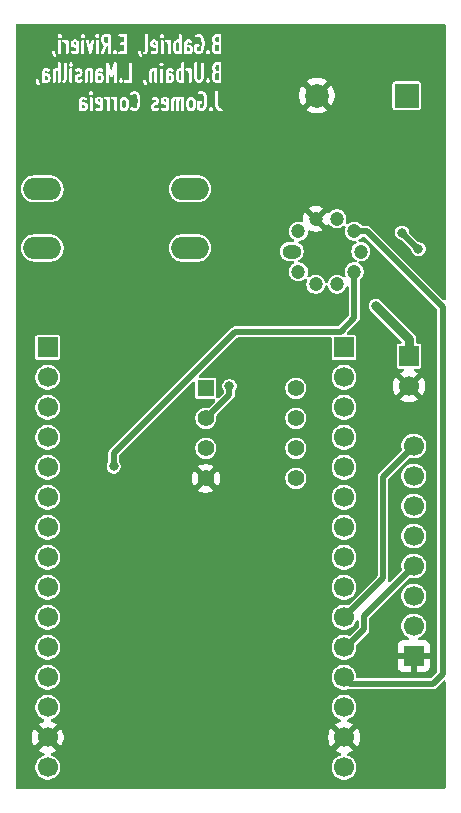
<source format=gbr>
%TF.GenerationSoftware,KiCad,Pcbnew,9.0.4*%
%TF.CreationDate,2026-01-06T17:14:02+01:00*%
%TF.ProjectId,Ampli_capteur_gaz,416d706c-695f-4636-9170-746575725f67,rev?*%
%TF.SameCoordinates,Original*%
%TF.FileFunction,Copper,L2,Bot*%
%TF.FilePolarity,Positive*%
%FSLAX46Y46*%
G04 Gerber Fmt 4.6, Leading zero omitted, Abs format (unit mm)*
G04 Created by KiCad (PCBNEW 9.0.4) date 2026-01-06 17:14:02*
%MOMM*%
%LPD*%
G01*
G04 APERTURE LIST*
%ADD10C,0.250000*%
%TA.AperFunction,ComponentPad*%
%ADD11R,1.700000X1.700000*%
%TD*%
%TA.AperFunction,ComponentPad*%
%ADD12C,1.700000*%
%TD*%
%TA.AperFunction,ComponentPad*%
%ADD13O,1.600000X1.200000*%
%TD*%
%TA.AperFunction,ComponentPad*%
%ADD14C,1.200000*%
%TD*%
%TA.AperFunction,ComponentPad*%
%ADD15O,3.200000X1.900000*%
%TD*%
%TA.AperFunction,ComponentPad*%
%ADD16R,1.397000X1.397000*%
%TD*%
%TA.AperFunction,ComponentPad*%
%ADD17C,1.397000*%
%TD*%
%TA.AperFunction,ComponentPad*%
%ADD18R,2.000000X2.000000*%
%TD*%
%TA.AperFunction,ComponentPad*%
%ADD19C,2.000000*%
%TD*%
%TA.AperFunction,ViaPad*%
%ADD20C,0.800000*%
%TD*%
%TA.AperFunction,Conductor*%
%ADD21C,0.500000*%
%TD*%
%TA.AperFunction,Conductor*%
%ADD22C,0.800000*%
%TD*%
G04 APERTURE END LIST*
D10*
G36*
X166510240Y-26580000D02*
G01*
X166539097Y-26666570D01*
X166539097Y-26768856D01*
X166510240Y-26855427D01*
X166479574Y-26878428D01*
X166324811Y-26878428D01*
X166312907Y-26869499D01*
X166312907Y-26557000D01*
X166479574Y-26557000D01*
X166510240Y-26580000D01*
G37*
G36*
X167843573Y-26151428D02*
G01*
X167872430Y-26237999D01*
X167872430Y-26335424D01*
X167646240Y-26267567D01*
X167646240Y-26237997D01*
X167675096Y-26151428D01*
X167705764Y-26128428D01*
X167812906Y-26128428D01*
X167843573Y-26151428D01*
G37*
G36*
X169952920Y-26162009D02*
G01*
X169979378Y-26201695D01*
X170015288Y-26309427D01*
X170015288Y-26697428D01*
X169979377Y-26805161D01*
X169952920Y-26844847D01*
X169908146Y-26878428D01*
X169848621Y-26878428D01*
X169803847Y-26844847D01*
X169777388Y-26805160D01*
X169741479Y-26697430D01*
X169741479Y-26309425D01*
X169777389Y-26201695D01*
X169803846Y-26162009D01*
X169848622Y-26128428D01*
X169908145Y-26128428D01*
X169952920Y-26162009D01*
G37*
G36*
X173415003Y-26151428D02*
G01*
X173443860Y-26237999D01*
X173443860Y-26335424D01*
X173217670Y-26267567D01*
X173217670Y-26237997D01*
X173246526Y-26151428D01*
X173277194Y-26128428D01*
X173384336Y-26128428D01*
X173415003Y-26151428D01*
G37*
G36*
X175619587Y-26162009D02*
G01*
X175646045Y-26201695D01*
X175681955Y-26309427D01*
X175681955Y-26697428D01*
X175646044Y-26805161D01*
X175619587Y-26844847D01*
X175574813Y-26878428D01*
X175515288Y-26878428D01*
X175470514Y-26844847D01*
X175444055Y-26805160D01*
X175408146Y-26697430D01*
X175408146Y-26309425D01*
X175444056Y-26201695D01*
X175470513Y-26162009D01*
X175515289Y-26128428D01*
X175574812Y-26128428D01*
X175619587Y-26162009D01*
G37*
G36*
X163367384Y-24165084D02*
G01*
X163396241Y-24251654D01*
X163396241Y-24353940D01*
X163367384Y-24440511D01*
X163336718Y-24463512D01*
X163181955Y-24463512D01*
X163170051Y-24454583D01*
X163170051Y-24142084D01*
X163336718Y-24142084D01*
X163367384Y-24165084D01*
G37*
G36*
X167891194Y-24165084D02*
G01*
X167920051Y-24251654D01*
X167920051Y-24353940D01*
X167891194Y-24440511D01*
X167860528Y-24463512D01*
X167705765Y-24463512D01*
X167693861Y-24454583D01*
X167693861Y-24142084D01*
X167860528Y-24142084D01*
X167891194Y-24165084D01*
G37*
G36*
X173843574Y-24165084D02*
G01*
X173872431Y-24251654D01*
X173872431Y-24353940D01*
X173843574Y-24440511D01*
X173812908Y-24463512D01*
X173658145Y-24463512D01*
X173646241Y-24454583D01*
X173646241Y-24142084D01*
X173812908Y-24142084D01*
X173843574Y-24165084D01*
G37*
G36*
X174729574Y-23722440D02*
G01*
X174729574Y-24454583D01*
X174717670Y-24463512D01*
X174610526Y-24463512D01*
X174565752Y-24429931D01*
X174539293Y-24390244D01*
X174503384Y-24282514D01*
X174503384Y-23894509D01*
X174539294Y-23786779D01*
X174565751Y-23747093D01*
X174610527Y-23713512D01*
X174717669Y-23713512D01*
X174729574Y-23722440D01*
G37*
G36*
X177872431Y-24463512D02*
G01*
X177658145Y-24463512D01*
X177613371Y-24429931D01*
X177586912Y-24390244D01*
X177551003Y-24282514D01*
X177551003Y-24108795D01*
X177586912Y-24001065D01*
X177606834Y-23971183D01*
X177693606Y-23927798D01*
X177872431Y-23927798D01*
X177872431Y-24463512D01*
G37*
G36*
X177872431Y-23677798D02*
G01*
X177705765Y-23677798D01*
X177660989Y-23644216D01*
X177634532Y-23604530D01*
X177598622Y-23496800D01*
X177598622Y-23394509D01*
X177634532Y-23286779D01*
X177660989Y-23247093D01*
X177705765Y-23213512D01*
X177872431Y-23213512D01*
X177872431Y-23677798D01*
G37*
G36*
X165795956Y-21321596D02*
G01*
X165824813Y-21408167D01*
X165824813Y-21505592D01*
X165598623Y-21437735D01*
X165598623Y-21408165D01*
X165627479Y-21321596D01*
X165658147Y-21298596D01*
X165765289Y-21298596D01*
X165795956Y-21321596D01*
G37*
G36*
X172510241Y-21321596D02*
G01*
X172539098Y-21408167D01*
X172539098Y-21505592D01*
X172312908Y-21437735D01*
X172312908Y-21408165D01*
X172341764Y-21321596D01*
X172372432Y-21298596D01*
X172479574Y-21298596D01*
X172510241Y-21321596D01*
G37*
G36*
X174491479Y-21307524D02*
G01*
X174491479Y-22039667D01*
X174479575Y-22048596D01*
X174372431Y-22048596D01*
X174327657Y-22015015D01*
X174301198Y-21975328D01*
X174265289Y-21867598D01*
X174265289Y-21479593D01*
X174301199Y-21371863D01*
X174327656Y-21332177D01*
X174372432Y-21298596D01*
X174479574Y-21298596D01*
X174491479Y-21307524D01*
G37*
G36*
X175415003Y-21750168D02*
G01*
X175443860Y-21836738D01*
X175443860Y-21939024D01*
X175415003Y-22025595D01*
X175384337Y-22048596D01*
X175229574Y-22048596D01*
X175217670Y-22039667D01*
X175217670Y-21727168D01*
X175384337Y-21727168D01*
X175415003Y-21750168D01*
G37*
G36*
X177872431Y-22048596D02*
G01*
X177658145Y-22048596D01*
X177613371Y-22015015D01*
X177586912Y-21975328D01*
X177551003Y-21867598D01*
X177551003Y-21693879D01*
X177586912Y-21586149D01*
X177606834Y-21556267D01*
X177693606Y-21512882D01*
X177872431Y-21512882D01*
X177872431Y-22048596D01*
G37*
G36*
X177872431Y-21262882D02*
G01*
X177705765Y-21262882D01*
X177660989Y-21229300D01*
X177634532Y-21189614D01*
X177598622Y-21081884D01*
X177598622Y-20979593D01*
X177634532Y-20871863D01*
X177660989Y-20832177D01*
X177705765Y-20798596D01*
X177872431Y-20798596D01*
X177872431Y-21262882D01*
G37*
G36*
X168491479Y-21334310D02*
G01*
X168277193Y-21334310D01*
X168232419Y-21300729D01*
X168205960Y-21261042D01*
X168170051Y-21153312D01*
X168170051Y-20979593D01*
X168205961Y-20871863D01*
X168232418Y-20832177D01*
X168277194Y-20798596D01*
X168491479Y-20798596D01*
X168491479Y-21334310D01*
G37*
G36*
X178381934Y-27295095D02*
G01*
X162229574Y-27295095D01*
X162229574Y-26217714D01*
X166062907Y-26217714D01*
X166062907Y-27003428D01*
X166065309Y-27027814D01*
X166083973Y-27072874D01*
X166118461Y-27107362D01*
X166163521Y-27126026D01*
X166212293Y-27126026D01*
X166233463Y-27117257D01*
X166244278Y-27120028D01*
X166258759Y-27126026D01*
X166273266Y-27127454D01*
X166276342Y-27128243D01*
X166278351Y-27127955D01*
X166283145Y-27128428D01*
X166521240Y-27128428D01*
X166526033Y-27127955D01*
X166528043Y-27128243D01*
X166531118Y-27127454D01*
X166545626Y-27126026D01*
X166560106Y-27120028D01*
X166575290Y-27116138D01*
X166587753Y-27108576D01*
X166590686Y-27107362D01*
X166592121Y-27105926D01*
X166596240Y-27103428D01*
X166691478Y-27032000D01*
X166692513Y-27031051D01*
X166693118Y-27030749D01*
X166694180Y-27029524D01*
X166709545Y-27015447D01*
X166716337Y-27003975D01*
X166725073Y-26993903D01*
X166733567Y-26974877D01*
X166734395Y-26973480D01*
X166734490Y-26972809D01*
X166735063Y-26971528D01*
X166782682Y-26828671D01*
X166785431Y-26816578D01*
X166786695Y-26813528D01*
X166787130Y-26809105D01*
X166788115Y-26804776D01*
X166787881Y-26801485D01*
X166789097Y-26789142D01*
X166789097Y-26646285D01*
X166787881Y-26633941D01*
X166788115Y-26630650D01*
X166787130Y-26626320D01*
X166786695Y-26621899D01*
X166785431Y-26618849D01*
X166782682Y-26606756D01*
X166735063Y-26463900D01*
X166734490Y-26462618D01*
X166734395Y-26461948D01*
X166733567Y-26460550D01*
X166725073Y-26441525D01*
X166716337Y-26431452D01*
X166709545Y-26419981D01*
X166694180Y-26405903D01*
X166693118Y-26404679D01*
X166692513Y-26404376D01*
X166691478Y-26403428D01*
X166596240Y-26332000D01*
X166592121Y-26329501D01*
X166590686Y-26328066D01*
X166587753Y-26326851D01*
X166575290Y-26319290D01*
X166560106Y-26315399D01*
X166545626Y-26309402D01*
X166531118Y-26307973D01*
X166528043Y-26307185D01*
X166526033Y-26307472D01*
X166521240Y-26307000D01*
X166324812Y-26307000D01*
X166312907Y-26298071D01*
X166312907Y-26237997D01*
X166341763Y-26151428D01*
X166372431Y-26128428D01*
X166479573Y-26128428D01*
X166541478Y-26174857D01*
X166562428Y-26187567D01*
X166609674Y-26199672D01*
X166657957Y-26192774D01*
X166699925Y-26167925D01*
X166729188Y-26128907D01*
X166741293Y-26081661D01*
X166734395Y-26033378D01*
X166716661Y-26003428D01*
X166967668Y-26003428D01*
X166967668Y-27003428D01*
X166970070Y-27027814D01*
X166988734Y-27072874D01*
X167023222Y-27107362D01*
X167068282Y-27126026D01*
X167117054Y-27126026D01*
X167162114Y-27107362D01*
X167196602Y-27072874D01*
X167215266Y-27027814D01*
X167217668Y-27003428D01*
X167217668Y-26217714D01*
X167396240Y-26217714D01*
X167396240Y-26360571D01*
X167398642Y-26384957D01*
X167401087Y-26390861D01*
X167401734Y-26397223D01*
X167410351Y-26413225D01*
X167417306Y-26430017D01*
X167421826Y-26434537D01*
X167424858Y-26440167D01*
X167438942Y-26451653D01*
X167451794Y-26464505D01*
X167457701Y-26466951D01*
X167462654Y-26470991D01*
X167485322Y-26480299D01*
X167872430Y-26596431D01*
X167872430Y-26768856D01*
X167843573Y-26855427D01*
X167812907Y-26878428D01*
X167705763Y-26878428D01*
X167643859Y-26832000D01*
X167622909Y-26819290D01*
X167575662Y-26807185D01*
X167527379Y-26814083D01*
X167485412Y-26838933D01*
X167456149Y-26877950D01*
X167444044Y-26925197D01*
X167450942Y-26973480D01*
X167475792Y-27015447D01*
X167493859Y-27032000D01*
X167589097Y-27103428D01*
X167593215Y-27105926D01*
X167594651Y-27107362D01*
X167597583Y-27108576D01*
X167610047Y-27116138D01*
X167625230Y-27120028D01*
X167639711Y-27126026D01*
X167654218Y-27127454D01*
X167657294Y-27128243D01*
X167659303Y-27127955D01*
X167664097Y-27128428D01*
X167854573Y-27128428D01*
X167859366Y-27127955D01*
X167861376Y-27128243D01*
X167864451Y-27127454D01*
X167878959Y-27126026D01*
X167893439Y-27120028D01*
X167908623Y-27116138D01*
X167921086Y-27108576D01*
X167924019Y-27107362D01*
X167925454Y-27105926D01*
X167929573Y-27103428D01*
X168024811Y-27032000D01*
X168025846Y-27031051D01*
X168026451Y-27030749D01*
X168027513Y-27029524D01*
X168042878Y-27015447D01*
X168049670Y-27003975D01*
X168058406Y-26993903D01*
X168066900Y-26974877D01*
X168067728Y-26973480D01*
X168067823Y-26972809D01*
X168068396Y-26971528D01*
X168116015Y-26828671D01*
X168118764Y-26816578D01*
X168120028Y-26813528D01*
X168120463Y-26809105D01*
X168121448Y-26804776D01*
X168121214Y-26801485D01*
X168122430Y-26789142D01*
X168122430Y-26217714D01*
X168121214Y-26205370D01*
X168121448Y-26202079D01*
X168120463Y-26197749D01*
X168120028Y-26193328D01*
X168118764Y-26190278D01*
X168116015Y-26178185D01*
X168068396Y-26035329D01*
X168067823Y-26034046D01*
X168067728Y-26033378D01*
X168066902Y-26031983D01*
X168058406Y-26012954D01*
X168049671Y-26002882D01*
X168042879Y-25991411D01*
X168029379Y-25979042D01*
X168160547Y-25979042D01*
X168160547Y-26027814D01*
X168179211Y-26072874D01*
X168213699Y-26107362D01*
X168258759Y-26126026D01*
X168283145Y-26128428D01*
X168336716Y-26128428D01*
X168381491Y-26162009D01*
X168407949Y-26201695D01*
X168443859Y-26309427D01*
X168443859Y-27003428D01*
X168446261Y-27027814D01*
X168464925Y-27072874D01*
X168499413Y-27107362D01*
X168544473Y-27126026D01*
X168593245Y-27126026D01*
X168638305Y-27107362D01*
X168672793Y-27072874D01*
X168691457Y-27027814D01*
X168693859Y-27003428D01*
X168693859Y-26003428D01*
X168691457Y-25979042D01*
X168779595Y-25979042D01*
X168779595Y-26027814D01*
X168798259Y-26072874D01*
X168832747Y-26107362D01*
X168877807Y-26126026D01*
X168902193Y-26128428D01*
X168955764Y-26128428D01*
X169000539Y-26162009D01*
X169026997Y-26201695D01*
X169062907Y-26309427D01*
X169062907Y-27003428D01*
X169065309Y-27027814D01*
X169083973Y-27072874D01*
X169118461Y-27107362D01*
X169163521Y-27126026D01*
X169212293Y-27126026D01*
X169257353Y-27107362D01*
X169291841Y-27072874D01*
X169310505Y-27027814D01*
X169312907Y-27003428D01*
X169312907Y-26289142D01*
X169491479Y-26289142D01*
X169491479Y-26717714D01*
X169492694Y-26730057D01*
X169492461Y-26733348D01*
X169493445Y-26737677D01*
X169493881Y-26742100D01*
X169495144Y-26745151D01*
X169497894Y-26757242D01*
X169545512Y-26900099D01*
X169548082Y-26905855D01*
X169548563Y-26908285D01*
X169552282Y-26915261D01*
X169555503Y-26922474D01*
X169557124Y-26924343D01*
X169560091Y-26929908D01*
X169607711Y-27001337D01*
X169617041Y-27012731D01*
X169618650Y-27015447D01*
X169621116Y-27017706D01*
X169623236Y-27020295D01*
X169625858Y-27022051D01*
X169636717Y-27032000D01*
X169731955Y-27103428D01*
X169736073Y-27105926D01*
X169737509Y-27107362D01*
X169740441Y-27108576D01*
X169752905Y-27116138D01*
X169768088Y-27120028D01*
X169782569Y-27126026D01*
X169797076Y-27127454D01*
X169800152Y-27128243D01*
X169802161Y-27127955D01*
X169806955Y-27128428D01*
X169949812Y-27128428D01*
X169954605Y-27127955D01*
X169956615Y-27128243D01*
X169959690Y-27127454D01*
X169974198Y-27126026D01*
X169988678Y-27120028D01*
X170003862Y-27116138D01*
X170016325Y-27108576D01*
X170019258Y-27107362D01*
X170020693Y-27105926D01*
X170024812Y-27103428D01*
X170120050Y-27032000D01*
X170130908Y-27022051D01*
X170133531Y-27020295D01*
X170135651Y-27017706D01*
X170138117Y-27015447D01*
X170139724Y-27012732D01*
X170149057Y-27001337D01*
X170196676Y-26929908D01*
X170199642Y-26924343D01*
X170201264Y-26922474D01*
X170204482Y-26915265D01*
X170208204Y-26908285D01*
X170208685Y-26905852D01*
X170211254Y-26900099D01*
X170258873Y-26757243D01*
X170261622Y-26745149D01*
X170262886Y-26742100D01*
X170263321Y-26737678D01*
X170264306Y-26733349D01*
X170264072Y-26730057D01*
X170265288Y-26717714D01*
X170265288Y-26289142D01*
X170264072Y-26276798D01*
X170264306Y-26273507D01*
X170263321Y-26269177D01*
X170262886Y-26264756D01*
X170261622Y-26261706D01*
X170258873Y-26249613D01*
X170211254Y-26106757D01*
X170208683Y-26101000D01*
X170208203Y-26098570D01*
X170204484Y-26091596D01*
X170201264Y-26084382D01*
X170199641Y-26082511D01*
X170196675Y-26076947D01*
X170149056Y-26005519D01*
X170139725Y-25994126D01*
X170138118Y-25991411D01*
X170135650Y-25989150D01*
X170133530Y-25986561D01*
X170130907Y-25984804D01*
X170120050Y-25974857D01*
X170024812Y-25903428D01*
X170020693Y-25900929D01*
X170019258Y-25899494D01*
X170016325Y-25898279D01*
X170003862Y-25890718D01*
X169988678Y-25886827D01*
X169974198Y-25880830D01*
X169959692Y-25879401D01*
X169956616Y-25878613D01*
X169954605Y-25878900D01*
X169949812Y-25878428D01*
X169806955Y-25878428D01*
X169802161Y-25878900D01*
X169800151Y-25878613D01*
X169797074Y-25879401D01*
X169782569Y-25880830D01*
X169768088Y-25886827D01*
X169752905Y-25890718D01*
X169740441Y-25898279D01*
X169737509Y-25899494D01*
X169736073Y-25900929D01*
X169731955Y-25903428D01*
X169636717Y-25974857D01*
X169625859Y-25984804D01*
X169623237Y-25986561D01*
X169621116Y-25989150D01*
X169618649Y-25991411D01*
X169617041Y-25994126D01*
X169607711Y-26005519D01*
X169560092Y-26076947D01*
X169557125Y-26082511D01*
X169555503Y-26084382D01*
X169552280Y-26091599D01*
X169548564Y-26098570D01*
X169548083Y-26100997D01*
X169545512Y-26106757D01*
X169497894Y-26249614D01*
X169495144Y-26261704D01*
X169493881Y-26264756D01*
X169493445Y-26269178D01*
X169492461Y-26273508D01*
X169492694Y-26276798D01*
X169491479Y-26289142D01*
X169312907Y-26289142D01*
X169312907Y-26003428D01*
X169310505Y-25979042D01*
X169291841Y-25933982D01*
X169257353Y-25899494D01*
X169212293Y-25880830D01*
X169163521Y-25880830D01*
X169118461Y-25899494D01*
X169096485Y-25921469D01*
X169072431Y-25903428D01*
X169068312Y-25900929D01*
X169066877Y-25899494D01*
X169063944Y-25898279D01*
X169051481Y-25890718D01*
X169036297Y-25886827D01*
X169021817Y-25880830D01*
X169007311Y-25879401D01*
X169004235Y-25878613D01*
X169002224Y-25878900D01*
X168997431Y-25878428D01*
X168902193Y-25878428D01*
X168877807Y-25880830D01*
X168832747Y-25899494D01*
X168798259Y-25933982D01*
X168779595Y-25979042D01*
X168691457Y-25979042D01*
X168672793Y-25933982D01*
X168638305Y-25899494D01*
X168593245Y-25880830D01*
X168544473Y-25880830D01*
X168499413Y-25899494D01*
X168477437Y-25921469D01*
X168453383Y-25903428D01*
X168449264Y-25900929D01*
X168447829Y-25899494D01*
X168444896Y-25898279D01*
X168432433Y-25890718D01*
X168417249Y-25886827D01*
X168402769Y-25880830D01*
X168388263Y-25879401D01*
X168385187Y-25878613D01*
X168383176Y-25878900D01*
X168378383Y-25878428D01*
X168283145Y-25878428D01*
X168258759Y-25880830D01*
X168213699Y-25899494D01*
X168179211Y-25933982D01*
X168160547Y-25979042D01*
X168029379Y-25979042D01*
X168027513Y-25977332D01*
X168026451Y-25976108D01*
X168025846Y-25975805D01*
X168024811Y-25974857D01*
X167929573Y-25903428D01*
X167925454Y-25900929D01*
X167924019Y-25899494D01*
X167921086Y-25898279D01*
X167908623Y-25890718D01*
X167893439Y-25886827D01*
X167878959Y-25880830D01*
X167864453Y-25879401D01*
X167861377Y-25878613D01*
X167859366Y-25878900D01*
X167854573Y-25878428D01*
X167664097Y-25878428D01*
X167659303Y-25878900D01*
X167657293Y-25878613D01*
X167654216Y-25879401D01*
X167639711Y-25880830D01*
X167625230Y-25886827D01*
X167610047Y-25890718D01*
X167597583Y-25898279D01*
X167594651Y-25899494D01*
X167593215Y-25900929D01*
X167589097Y-25903428D01*
X167493859Y-25974857D01*
X167492823Y-25975805D01*
X167492219Y-25976108D01*
X167491156Y-25977332D01*
X167475791Y-25991411D01*
X167468998Y-26002882D01*
X167460264Y-26012954D01*
X167451764Y-26031989D01*
X167450942Y-26033378D01*
X167450846Y-26034043D01*
X167450273Y-26035329D01*
X167402655Y-26178186D01*
X167399905Y-26190276D01*
X167398642Y-26193328D01*
X167398206Y-26197750D01*
X167397222Y-26202080D01*
X167397455Y-26205370D01*
X167396240Y-26217714D01*
X167217668Y-26217714D01*
X167217668Y-26003428D01*
X167215266Y-25979042D01*
X167196602Y-25933982D01*
X167162114Y-25899494D01*
X167117054Y-25880830D01*
X167068282Y-25880830D01*
X167023222Y-25899494D01*
X166988734Y-25933982D01*
X166970070Y-25979042D01*
X166967668Y-26003428D01*
X166716661Y-26003428D01*
X166709546Y-25991411D01*
X166691478Y-25974857D01*
X166596240Y-25903428D01*
X166592121Y-25900929D01*
X166590686Y-25899494D01*
X166587753Y-25898279D01*
X166575290Y-25890718D01*
X166560106Y-25886827D01*
X166545626Y-25880830D01*
X166531120Y-25879401D01*
X166528044Y-25878613D01*
X166526033Y-25878900D01*
X166521240Y-25878428D01*
X166330764Y-25878428D01*
X166325970Y-25878900D01*
X166323960Y-25878613D01*
X166320883Y-25879401D01*
X166306378Y-25880830D01*
X166291897Y-25886827D01*
X166276714Y-25890718D01*
X166264250Y-25898279D01*
X166261318Y-25899494D01*
X166259882Y-25900929D01*
X166255764Y-25903428D01*
X166160526Y-25974857D01*
X166159490Y-25975805D01*
X166158886Y-25976108D01*
X166157823Y-25977332D01*
X166142458Y-25991411D01*
X166135665Y-26002882D01*
X166126931Y-26012954D01*
X166118431Y-26031989D01*
X166117609Y-26033378D01*
X166117513Y-26034043D01*
X166116940Y-26035329D01*
X166069322Y-26178186D01*
X166066572Y-26190276D01*
X166065309Y-26193328D01*
X166064873Y-26197750D01*
X166063889Y-26202080D01*
X166064122Y-26205370D01*
X166062907Y-26217714D01*
X162229574Y-26217714D01*
X162229574Y-25574727D01*
X166920049Y-25574727D01*
X166920074Y-25574857D01*
X166920049Y-25574988D01*
X166924855Y-25599021D01*
X166929515Y-25622572D01*
X166929595Y-25622723D01*
X166929614Y-25622814D01*
X166929761Y-25623033D01*
X166941043Y-25644195D01*
X166988662Y-25715623D01*
X166988717Y-25715690D01*
X166988734Y-25715731D01*
X166988824Y-25715821D01*
X167004188Y-25734581D01*
X167004298Y-25734654D01*
X167004372Y-25734765D01*
X167014560Y-25741557D01*
X167023222Y-25750219D01*
X167034536Y-25754905D01*
X167044712Y-25761720D01*
X167044844Y-25761746D01*
X167044953Y-25761819D01*
X167056965Y-25764195D01*
X167068282Y-25768883D01*
X167080528Y-25768883D01*
X167092538Y-25771285D01*
X167092668Y-25771259D01*
X167092798Y-25771285D01*
X167104808Y-25768883D01*
X167117054Y-25768883D01*
X167128367Y-25764197D01*
X167140383Y-25761820D01*
X167140494Y-25761745D01*
X167140624Y-25761720D01*
X167150799Y-25754905D01*
X167162114Y-25750219D01*
X167170773Y-25741560D01*
X167180964Y-25734766D01*
X167181039Y-25734653D01*
X167181148Y-25734581D01*
X167196511Y-25715821D01*
X167196602Y-25715731D01*
X167196618Y-25715690D01*
X167196674Y-25715623D01*
X167242813Y-25646415D01*
X170396241Y-25646415D01*
X170405806Y-25694241D01*
X170432945Y-25734765D01*
X170473526Y-25761819D01*
X170521371Y-25771285D01*
X170569197Y-25761720D01*
X170609721Y-25734581D01*
X170625247Y-25715623D01*
X170654452Y-25671814D01*
X170741225Y-25628428D01*
X170777447Y-25628428D01*
X170864218Y-25671814D01*
X170931759Y-25773124D01*
X170970982Y-25890798D01*
X171015288Y-26156629D01*
X171015288Y-26350227D01*
X170970982Y-26616057D01*
X170931759Y-26733731D01*
X170864219Y-26835041D01*
X170777446Y-26878428D01*
X170741225Y-26878428D01*
X170654453Y-26835042D01*
X170625248Y-26791234D01*
X170609722Y-26772276D01*
X170569198Y-26745136D01*
X170521372Y-26735571D01*
X170473527Y-26745036D01*
X170432946Y-26772090D01*
X170405806Y-26812614D01*
X170396241Y-26860440D01*
X170405706Y-26908285D01*
X170417234Y-26929908D01*
X170464854Y-27001337D01*
X170480379Y-27020295D01*
X170486999Y-27024729D01*
X170492221Y-27030749D01*
X170512959Y-27043804D01*
X170655816Y-27115232D01*
X170678702Y-27123989D01*
X170683181Y-27124307D01*
X170687331Y-27126026D01*
X170711717Y-27128428D01*
X170806955Y-27128428D01*
X170831341Y-27126026D01*
X170835489Y-27124307D01*
X170839971Y-27123989D01*
X170862856Y-27115232D01*
X171005714Y-27043803D01*
X171026451Y-27030749D01*
X171031671Y-27024729D01*
X171038293Y-27020295D01*
X171053819Y-27001337D01*
X171149057Y-26858479D01*
X171152023Y-26852914D01*
X171153645Y-26851045D01*
X171156863Y-26843836D01*
X171160585Y-26836856D01*
X171161066Y-26834423D01*
X171163635Y-26828670D01*
X171200621Y-26717714D01*
X172158146Y-26717714D01*
X172158146Y-26789142D01*
X172159361Y-26801485D01*
X172159128Y-26804776D01*
X172160112Y-26809105D01*
X172160548Y-26813528D01*
X172161811Y-26816579D01*
X172164561Y-26828670D01*
X172212179Y-26971528D01*
X172212752Y-26972812D01*
X172212848Y-26973480D01*
X172213671Y-26974871D01*
X172222170Y-26993903D01*
X172230904Y-27003974D01*
X172237698Y-27015447D01*
X172253066Y-27029528D01*
X172254125Y-27030748D01*
X172254727Y-27031049D01*
X172255765Y-27032000D01*
X172351003Y-27103428D01*
X172355121Y-27105926D01*
X172356557Y-27107362D01*
X172359489Y-27108576D01*
X172371953Y-27116138D01*
X172387136Y-27120028D01*
X172401617Y-27126026D01*
X172416124Y-27127454D01*
X172419200Y-27128243D01*
X172421209Y-27127955D01*
X172426003Y-27128428D01*
X172616479Y-27128428D01*
X172621272Y-27127955D01*
X172623282Y-27128243D01*
X172626357Y-27127454D01*
X172640865Y-27126026D01*
X172655345Y-27120028D01*
X172670529Y-27116138D01*
X172682992Y-27108576D01*
X172685925Y-27107362D01*
X172687360Y-27105926D01*
X172691479Y-27103428D01*
X172786717Y-27032000D01*
X172804784Y-27015447D01*
X172829634Y-26973480D01*
X172836532Y-26925197D01*
X172824427Y-26877950D01*
X172795164Y-26838933D01*
X172753197Y-26814083D01*
X172704914Y-26807185D01*
X172657667Y-26819290D01*
X172636717Y-26832000D01*
X172574813Y-26878428D01*
X172467669Y-26878428D01*
X172437002Y-26855427D01*
X172408146Y-26768859D01*
X172408146Y-26737997D01*
X172437002Y-26651428D01*
X172467670Y-26628428D01*
X172568860Y-26628428D01*
X172573653Y-26627955D01*
X172575663Y-26628243D01*
X172578738Y-26627454D01*
X172593246Y-26626026D01*
X172607726Y-26620028D01*
X172622910Y-26616138D01*
X172635373Y-26608576D01*
X172638306Y-26607362D01*
X172639741Y-26605926D01*
X172643860Y-26603428D01*
X172739098Y-26532000D01*
X172740133Y-26531051D01*
X172740738Y-26530749D01*
X172741800Y-26529524D01*
X172757165Y-26515447D01*
X172763957Y-26503975D01*
X172772693Y-26493903D01*
X172781187Y-26474877D01*
X172782015Y-26473480D01*
X172782110Y-26472809D01*
X172782683Y-26471528D01*
X172830302Y-26328671D01*
X172833051Y-26316578D01*
X172834315Y-26313528D01*
X172834750Y-26309105D01*
X172835735Y-26304776D01*
X172835501Y-26301485D01*
X172836717Y-26289142D01*
X172836717Y-26217714D01*
X172967670Y-26217714D01*
X172967670Y-26360571D01*
X172970072Y-26384957D01*
X172972517Y-26390861D01*
X172973164Y-26397223D01*
X172981781Y-26413225D01*
X172988736Y-26430017D01*
X172993256Y-26434537D01*
X172996288Y-26440167D01*
X173010372Y-26451653D01*
X173023224Y-26464505D01*
X173029131Y-26466951D01*
X173034084Y-26470991D01*
X173056752Y-26480299D01*
X173443860Y-26596431D01*
X173443860Y-26768856D01*
X173415003Y-26855427D01*
X173384337Y-26878428D01*
X173277193Y-26878428D01*
X173215289Y-26832000D01*
X173194339Y-26819290D01*
X173147092Y-26807185D01*
X173098809Y-26814083D01*
X173056842Y-26838933D01*
X173027579Y-26877950D01*
X173015474Y-26925197D01*
X173022372Y-26973480D01*
X173047222Y-27015447D01*
X173065289Y-27032000D01*
X173160527Y-27103428D01*
X173164645Y-27105926D01*
X173166081Y-27107362D01*
X173169013Y-27108576D01*
X173181477Y-27116138D01*
X173196660Y-27120028D01*
X173211141Y-27126026D01*
X173225648Y-27127454D01*
X173228724Y-27128243D01*
X173230733Y-27127955D01*
X173235527Y-27128428D01*
X173426003Y-27128428D01*
X173430796Y-27127955D01*
X173432806Y-27128243D01*
X173435881Y-27127454D01*
X173450389Y-27126026D01*
X173464869Y-27120028D01*
X173480053Y-27116138D01*
X173492516Y-27108576D01*
X173495449Y-27107362D01*
X173496884Y-27105926D01*
X173501003Y-27103428D01*
X173596241Y-27032000D01*
X173597276Y-27031051D01*
X173597881Y-27030749D01*
X173598943Y-27029524D01*
X173614308Y-27015447D01*
X173621100Y-27003975D01*
X173629836Y-26993903D01*
X173638330Y-26974877D01*
X173639158Y-26973480D01*
X173639253Y-26972809D01*
X173639826Y-26971528D01*
X173687445Y-26828671D01*
X173690194Y-26816578D01*
X173691458Y-26813528D01*
X173691893Y-26809105D01*
X173692878Y-26804776D01*
X173692644Y-26801485D01*
X173693860Y-26789142D01*
X173693860Y-26217714D01*
X173872431Y-26217714D01*
X173872431Y-27003428D01*
X173874833Y-27027814D01*
X173893497Y-27072874D01*
X173927985Y-27107362D01*
X173973045Y-27126026D01*
X174021817Y-27126026D01*
X174066877Y-27107362D01*
X174101365Y-27072874D01*
X174120029Y-27027814D01*
X174122431Y-27003428D01*
X174122431Y-26237997D01*
X174151287Y-26151429D01*
X174181956Y-26128428D01*
X174241479Y-26128428D01*
X174272146Y-26151428D01*
X174301003Y-26237999D01*
X174301003Y-27003428D01*
X174303405Y-27027814D01*
X174322069Y-27072874D01*
X174356557Y-27107362D01*
X174401617Y-27126026D01*
X174450389Y-27126026D01*
X174495449Y-27107362D01*
X174529937Y-27072874D01*
X174548601Y-27027814D01*
X174551003Y-27003428D01*
X174551003Y-26237997D01*
X174579859Y-26151428D01*
X174610527Y-26128428D01*
X174670050Y-26128428D01*
X174714825Y-26162009D01*
X174729574Y-26184132D01*
X174729574Y-27003428D01*
X174731976Y-27027814D01*
X174750640Y-27072874D01*
X174785128Y-27107362D01*
X174830188Y-27126026D01*
X174878960Y-27126026D01*
X174924020Y-27107362D01*
X174958508Y-27072874D01*
X174977172Y-27027814D01*
X174979574Y-27003428D01*
X174979574Y-26289142D01*
X175158146Y-26289142D01*
X175158146Y-26717714D01*
X175159361Y-26730057D01*
X175159128Y-26733348D01*
X175160112Y-26737677D01*
X175160548Y-26742100D01*
X175161811Y-26745151D01*
X175164561Y-26757242D01*
X175212179Y-26900099D01*
X175214749Y-26905855D01*
X175215230Y-26908285D01*
X175218949Y-26915261D01*
X175222170Y-26922474D01*
X175223791Y-26924343D01*
X175226758Y-26929908D01*
X175274378Y-27001337D01*
X175283708Y-27012731D01*
X175285317Y-27015447D01*
X175287783Y-27017706D01*
X175289903Y-27020295D01*
X175292525Y-27022051D01*
X175303384Y-27032000D01*
X175398622Y-27103428D01*
X175402740Y-27105926D01*
X175404176Y-27107362D01*
X175407108Y-27108576D01*
X175419572Y-27116138D01*
X175434755Y-27120028D01*
X175449236Y-27126026D01*
X175463743Y-27127454D01*
X175466819Y-27128243D01*
X175468828Y-27127955D01*
X175473622Y-27128428D01*
X175616479Y-27128428D01*
X175621272Y-27127955D01*
X175623282Y-27128243D01*
X175626357Y-27127454D01*
X175640865Y-27126026D01*
X175655345Y-27120028D01*
X175670529Y-27116138D01*
X175682992Y-27108576D01*
X175685925Y-27107362D01*
X175687360Y-27105926D01*
X175691479Y-27103428D01*
X175786717Y-27032000D01*
X175797575Y-27022051D01*
X175800198Y-27020295D01*
X175802318Y-27017706D01*
X175804784Y-27015447D01*
X175806391Y-27012732D01*
X175815724Y-27001337D01*
X175863343Y-26929908D01*
X175866309Y-26924343D01*
X175867931Y-26922474D01*
X175871149Y-26915265D01*
X175874871Y-26908285D01*
X175875352Y-26905852D01*
X175877921Y-26900099D01*
X175925540Y-26757243D01*
X175928289Y-26745149D01*
X175929553Y-26742100D01*
X175929988Y-26737678D01*
X175930973Y-26733349D01*
X175930739Y-26730057D01*
X175931955Y-26717714D01*
X175931955Y-26360571D01*
X176062908Y-26360571D01*
X176062908Y-26860571D01*
X176065310Y-26884957D01*
X176069996Y-26896271D01*
X176072373Y-26908285D01*
X176083901Y-26929908D01*
X176131521Y-27001337D01*
X176147046Y-27020295D01*
X176153666Y-27024729D01*
X176158888Y-27030749D01*
X176179626Y-27043804D01*
X176322483Y-27115232D01*
X176345369Y-27123989D01*
X176349848Y-27124307D01*
X176353998Y-27126026D01*
X176378384Y-27128428D01*
X176473622Y-27128428D01*
X176498008Y-27126026D01*
X176502156Y-27124307D01*
X176506638Y-27123989D01*
X176529523Y-27115232D01*
X176672381Y-27043803D01*
X176693118Y-27030749D01*
X176698338Y-27024729D01*
X176704960Y-27020295D01*
X176720486Y-27001337D01*
X176766797Y-26931870D01*
X177062907Y-26931870D01*
X177062932Y-26932000D01*
X177062907Y-26932131D01*
X177067713Y-26956164D01*
X177072373Y-26979715D01*
X177072453Y-26979866D01*
X177072472Y-26979957D01*
X177072619Y-26980176D01*
X177083901Y-27001338D01*
X177131520Y-27072766D01*
X177131575Y-27072833D01*
X177131592Y-27072874D01*
X177131682Y-27072964D01*
X177147046Y-27091724D01*
X177147156Y-27091797D01*
X177147230Y-27091908D01*
X177157418Y-27098700D01*
X177166080Y-27107362D01*
X177177394Y-27112048D01*
X177187570Y-27118863D01*
X177187702Y-27118889D01*
X177187811Y-27118962D01*
X177199823Y-27121338D01*
X177211140Y-27126026D01*
X177223386Y-27126026D01*
X177235396Y-27128428D01*
X177235526Y-27128402D01*
X177235656Y-27128428D01*
X177247666Y-27126026D01*
X177259912Y-27126026D01*
X177271225Y-27121340D01*
X177283241Y-27118963D01*
X177283352Y-27118888D01*
X177283482Y-27118863D01*
X177293657Y-27112048D01*
X177304972Y-27107362D01*
X177313631Y-27098703D01*
X177323822Y-27091909D01*
X177323897Y-27091796D01*
X177324006Y-27091724D01*
X177339369Y-27072964D01*
X177339460Y-27072874D01*
X177339476Y-27072833D01*
X177339532Y-27072766D01*
X177387151Y-27001338D01*
X177398432Y-26980176D01*
X177398580Y-26979957D01*
X177398598Y-26979866D01*
X177398679Y-26979715D01*
X177403338Y-26956164D01*
X177408145Y-26932131D01*
X177408119Y-26932000D01*
X177408145Y-26931870D01*
X177403385Y-26908070D01*
X177398680Y-26884286D01*
X177398597Y-26884131D01*
X177398580Y-26884044D01*
X177398437Y-26883831D01*
X177387152Y-26862663D01*
X177339533Y-26791234D01*
X177339476Y-26791165D01*
X177339460Y-26791125D01*
X177339370Y-26791035D01*
X177324007Y-26772276D01*
X177323895Y-26772201D01*
X177323821Y-26772090D01*
X177313633Y-26765298D01*
X177304972Y-26756637D01*
X177293658Y-26751951D01*
X177283483Y-26745136D01*
X177283350Y-26745109D01*
X177283240Y-26745036D01*
X177271226Y-26742659D01*
X177259912Y-26737973D01*
X177247667Y-26737973D01*
X177235657Y-26735571D01*
X177235526Y-26735596D01*
X177235395Y-26735571D01*
X177223385Y-26737973D01*
X177211140Y-26737973D01*
X177199825Y-26742659D01*
X177187812Y-26745036D01*
X177187701Y-26745109D01*
X177187569Y-26745136D01*
X177177393Y-26751951D01*
X177166080Y-26756637D01*
X177157419Y-26765298D01*
X177147231Y-26772090D01*
X177147156Y-26772201D01*
X177147045Y-26772276D01*
X177131687Y-26791029D01*
X177131592Y-26791125D01*
X177131574Y-26791167D01*
X177131520Y-26791234D01*
X177083900Y-26862663D01*
X177072614Y-26883831D01*
X177072472Y-26884044D01*
X177072454Y-26884131D01*
X177072372Y-26884286D01*
X177067666Y-26908070D01*
X177062907Y-26931870D01*
X176766797Y-26931870D01*
X176815724Y-26858479D01*
X176818690Y-26852914D01*
X176820312Y-26851045D01*
X176823530Y-26843836D01*
X176827252Y-26836856D01*
X176827733Y-26834423D01*
X176830302Y-26828670D01*
X176877921Y-26685814D01*
X176880088Y-26676279D01*
X176882635Y-26666835D01*
X176930254Y-26381121D01*
X176930943Y-26370836D01*
X176931955Y-26360571D01*
X176931955Y-26146285D01*
X176930943Y-26136019D01*
X176930254Y-26125735D01*
X176882635Y-25840021D01*
X176880088Y-25830576D01*
X176877921Y-25821042D01*
X176830302Y-25678186D01*
X176827733Y-25672433D01*
X176827252Y-25669999D01*
X176823530Y-25663019D01*
X176820312Y-25655811D01*
X176818689Y-25653939D01*
X176815723Y-25648377D01*
X176720485Y-25505519D01*
X176718773Y-25503428D01*
X177586717Y-25503428D01*
X177586717Y-26574857D01*
X177586904Y-26576758D01*
X177586748Y-26577647D01*
X177588054Y-26588432D01*
X177589119Y-26599243D01*
X177589464Y-26600076D01*
X177589694Y-26601973D01*
X177637313Y-26816258D01*
X177643397Y-26834815D01*
X177643801Y-26836856D01*
X177644490Y-26838148D01*
X177644947Y-26839542D01*
X177646141Y-26841246D01*
X177655329Y-26858479D01*
X177750568Y-27001338D01*
X177766093Y-27020296D01*
X177772715Y-27024731D01*
X177777935Y-27030749D01*
X177798673Y-27043804D01*
X177941530Y-27115232D01*
X177964416Y-27123989D01*
X177968895Y-27124307D01*
X177973045Y-27126026D01*
X177997431Y-27128428D01*
X178092669Y-27128428D01*
X178117055Y-27126026D01*
X178162115Y-27107362D01*
X178196603Y-27072874D01*
X178215267Y-27027814D01*
X178215267Y-26979042D01*
X178196603Y-26933982D01*
X178162115Y-26899494D01*
X178117055Y-26880830D01*
X178092669Y-26878428D01*
X178026939Y-26878428D01*
X177940167Y-26835042D01*
X177876293Y-26739231D01*
X177836717Y-26561137D01*
X177836717Y-25503428D01*
X177834315Y-25479042D01*
X177815651Y-25433982D01*
X177781163Y-25399494D01*
X177736103Y-25380830D01*
X177687331Y-25380830D01*
X177642271Y-25399494D01*
X177607783Y-25433982D01*
X177589119Y-25479042D01*
X177586717Y-25503428D01*
X176718773Y-25503428D01*
X176704960Y-25486561D01*
X176698337Y-25482125D01*
X176693118Y-25476108D01*
X176672381Y-25463054D01*
X176529524Y-25391625D01*
X176506638Y-25382867D01*
X176502156Y-25382548D01*
X176498008Y-25380830D01*
X176473622Y-25378428D01*
X176330765Y-25378428D01*
X176325971Y-25378900D01*
X176323961Y-25378613D01*
X176320884Y-25379401D01*
X176306379Y-25380830D01*
X176291898Y-25386827D01*
X176276715Y-25390718D01*
X176264251Y-25398279D01*
X176261319Y-25399494D01*
X176259883Y-25400929D01*
X176255765Y-25403428D01*
X176160527Y-25474857D01*
X176142459Y-25491411D01*
X176117610Y-25533378D01*
X176110712Y-25581661D01*
X176122817Y-25628907D01*
X176152081Y-25667925D01*
X176194048Y-25692774D01*
X176242331Y-25699672D01*
X176289577Y-25687567D01*
X176310527Y-25674857D01*
X176372432Y-25628428D01*
X176444114Y-25628428D01*
X176530885Y-25671814D01*
X176598426Y-25773124D01*
X176637649Y-25890798D01*
X176681955Y-26156629D01*
X176681955Y-26350227D01*
X176637649Y-26616057D01*
X176598426Y-26733731D01*
X176530886Y-26835041D01*
X176444113Y-26878428D01*
X176407892Y-26878428D01*
X176321120Y-26835042D01*
X176312908Y-26822723D01*
X176312908Y-26485571D01*
X176378384Y-26485571D01*
X176402770Y-26483169D01*
X176447830Y-26464505D01*
X176482318Y-26430017D01*
X176500982Y-26384957D01*
X176500982Y-26336185D01*
X176482318Y-26291125D01*
X176447830Y-26256637D01*
X176402770Y-26237973D01*
X176378384Y-26235571D01*
X176187908Y-26235571D01*
X176163522Y-26237973D01*
X176118462Y-26256637D01*
X176083974Y-26291125D01*
X176065310Y-26336185D01*
X176062908Y-26360571D01*
X175931955Y-26360571D01*
X175931955Y-26289142D01*
X175930739Y-26276798D01*
X175930973Y-26273507D01*
X175929988Y-26269177D01*
X175929553Y-26264756D01*
X175928289Y-26261706D01*
X175925540Y-26249613D01*
X175877921Y-26106757D01*
X175875350Y-26101000D01*
X175874870Y-26098570D01*
X175871151Y-26091596D01*
X175867931Y-26084382D01*
X175866308Y-26082511D01*
X175863342Y-26076947D01*
X175815723Y-26005519D01*
X175806392Y-25994126D01*
X175804785Y-25991411D01*
X175802317Y-25989150D01*
X175800197Y-25986561D01*
X175797574Y-25984804D01*
X175786717Y-25974857D01*
X175691479Y-25903428D01*
X175687360Y-25900929D01*
X175685925Y-25899494D01*
X175682992Y-25898279D01*
X175670529Y-25890718D01*
X175655345Y-25886827D01*
X175640865Y-25880830D01*
X175626359Y-25879401D01*
X175623283Y-25878613D01*
X175621272Y-25878900D01*
X175616479Y-25878428D01*
X175473622Y-25878428D01*
X175468828Y-25878900D01*
X175466818Y-25878613D01*
X175463741Y-25879401D01*
X175449236Y-25880830D01*
X175434755Y-25886827D01*
X175419572Y-25890718D01*
X175407108Y-25898279D01*
X175404176Y-25899494D01*
X175402740Y-25900929D01*
X175398622Y-25903428D01*
X175303384Y-25974857D01*
X175292526Y-25984804D01*
X175289904Y-25986561D01*
X175287783Y-25989150D01*
X175285316Y-25991411D01*
X175283708Y-25994126D01*
X175274378Y-26005519D01*
X175226759Y-26076947D01*
X175223792Y-26082511D01*
X175222170Y-26084382D01*
X175218947Y-26091599D01*
X175215231Y-26098570D01*
X175214750Y-26100997D01*
X175212179Y-26106757D01*
X175164561Y-26249614D01*
X175161811Y-26261704D01*
X175160548Y-26264756D01*
X175160112Y-26269178D01*
X175159128Y-26273508D01*
X175159361Y-26276798D01*
X175158146Y-26289142D01*
X174979574Y-26289142D01*
X174979574Y-26003428D01*
X174977172Y-25979042D01*
X174958508Y-25933982D01*
X174924020Y-25899494D01*
X174878960Y-25880830D01*
X174830188Y-25880830D01*
X174785128Y-25899494D01*
X174783279Y-25901342D01*
X174782598Y-25900929D01*
X174781163Y-25899494D01*
X174778230Y-25898279D01*
X174765767Y-25890718D01*
X174750583Y-25886827D01*
X174736103Y-25880830D01*
X174721597Y-25879401D01*
X174718521Y-25878613D01*
X174716510Y-25878900D01*
X174711717Y-25878428D01*
X174568860Y-25878428D01*
X174564066Y-25878900D01*
X174562056Y-25878613D01*
X174558979Y-25879401D01*
X174544474Y-25880830D01*
X174529993Y-25886827D01*
X174514810Y-25890718D01*
X174502346Y-25898279D01*
X174499414Y-25899494D01*
X174497978Y-25900929D01*
X174493860Y-25903428D01*
X174426003Y-25954321D01*
X174358146Y-25903428D01*
X174354027Y-25900929D01*
X174352592Y-25899494D01*
X174349659Y-25898279D01*
X174337196Y-25890718D01*
X174322012Y-25886827D01*
X174307532Y-25880830D01*
X174293026Y-25879401D01*
X174289950Y-25878613D01*
X174287939Y-25878900D01*
X174283146Y-25878428D01*
X174140289Y-25878428D01*
X174135495Y-25878900D01*
X174133486Y-25878613D01*
X174130410Y-25879401D01*
X174115903Y-25880830D01*
X174101421Y-25886828D01*
X174086240Y-25890718D01*
X174073776Y-25898278D01*
X174070843Y-25899494D01*
X174069407Y-25900929D01*
X174065289Y-25903428D01*
X173970050Y-25974857D01*
X173969014Y-25975805D01*
X173968410Y-25976108D01*
X173967347Y-25977332D01*
X173951983Y-25991410D01*
X173945190Y-26002881D01*
X173936455Y-26012954D01*
X173927956Y-26031985D01*
X173927133Y-26033377D01*
X173927037Y-26034044D01*
X173926464Y-26035329D01*
X173878846Y-26178186D01*
X173876096Y-26190276D01*
X173874833Y-26193328D01*
X173874397Y-26197750D01*
X173873413Y-26202080D01*
X173873646Y-26205370D01*
X173872431Y-26217714D01*
X173693860Y-26217714D01*
X173692644Y-26205370D01*
X173692878Y-26202079D01*
X173691893Y-26197749D01*
X173691458Y-26193328D01*
X173690194Y-26190278D01*
X173687445Y-26178185D01*
X173639826Y-26035329D01*
X173639253Y-26034046D01*
X173639158Y-26033378D01*
X173638332Y-26031983D01*
X173629836Y-26012954D01*
X173621101Y-26002882D01*
X173614309Y-25991411D01*
X173598943Y-25977332D01*
X173597881Y-25976108D01*
X173597276Y-25975805D01*
X173596241Y-25974857D01*
X173501003Y-25903428D01*
X173496884Y-25900929D01*
X173495449Y-25899494D01*
X173492516Y-25898279D01*
X173480053Y-25890718D01*
X173464869Y-25886827D01*
X173450389Y-25880830D01*
X173435883Y-25879401D01*
X173432807Y-25878613D01*
X173430796Y-25878900D01*
X173426003Y-25878428D01*
X173235527Y-25878428D01*
X173230733Y-25878900D01*
X173228723Y-25878613D01*
X173225646Y-25879401D01*
X173211141Y-25880830D01*
X173196660Y-25886827D01*
X173181477Y-25890718D01*
X173169013Y-25898279D01*
X173166081Y-25899494D01*
X173164645Y-25900929D01*
X173160527Y-25903428D01*
X173065289Y-25974857D01*
X173064253Y-25975805D01*
X173063649Y-25976108D01*
X173062586Y-25977332D01*
X173047221Y-25991411D01*
X173040428Y-26002882D01*
X173031694Y-26012954D01*
X173023194Y-26031989D01*
X173022372Y-26033378D01*
X173022276Y-26034043D01*
X173021703Y-26035329D01*
X172974085Y-26178186D01*
X172971335Y-26190276D01*
X172970072Y-26193328D01*
X172969636Y-26197750D01*
X172968652Y-26202080D01*
X172968885Y-26205370D01*
X172967670Y-26217714D01*
X172836717Y-26217714D01*
X172835501Y-26205370D01*
X172835735Y-26202079D01*
X172834750Y-26197749D01*
X172834315Y-26193328D01*
X172833051Y-26190278D01*
X172830302Y-26178185D01*
X172782683Y-26035329D01*
X172782110Y-26034046D01*
X172782015Y-26033378D01*
X172781189Y-26031983D01*
X172772693Y-26012954D01*
X172763958Y-26002882D01*
X172757166Y-25991411D01*
X172741800Y-25977332D01*
X172740738Y-25976108D01*
X172740133Y-25975805D01*
X172739098Y-25974857D01*
X172643860Y-25903428D01*
X172639741Y-25900929D01*
X172638306Y-25899494D01*
X172635373Y-25898279D01*
X172622910Y-25890718D01*
X172607726Y-25886827D01*
X172593246Y-25880830D01*
X172578740Y-25879401D01*
X172575664Y-25878613D01*
X172573653Y-25878900D01*
X172568860Y-25878428D01*
X172426003Y-25878428D01*
X172421209Y-25878900D01*
X172419199Y-25878613D01*
X172416122Y-25879401D01*
X172401617Y-25880830D01*
X172387136Y-25886827D01*
X172371953Y-25890718D01*
X172359489Y-25898279D01*
X172356557Y-25899494D01*
X172355121Y-25900929D01*
X172351003Y-25903428D01*
X172255765Y-25974857D01*
X172237697Y-25991411D01*
X172212848Y-26033378D01*
X172205950Y-26081661D01*
X172218055Y-26128907D01*
X172247319Y-26167925D01*
X172289286Y-26192774D01*
X172337569Y-26199672D01*
X172384815Y-26187567D01*
X172405765Y-26174857D01*
X172467670Y-26128428D01*
X172527193Y-26128428D01*
X172557860Y-26151428D01*
X172586717Y-26237999D01*
X172586717Y-26268856D01*
X172557860Y-26355427D01*
X172527194Y-26378428D01*
X172426003Y-26378428D01*
X172421209Y-26378900D01*
X172419199Y-26378613D01*
X172416122Y-26379401D01*
X172401617Y-26380830D01*
X172387136Y-26386827D01*
X172371953Y-26390718D01*
X172359489Y-26398279D01*
X172356557Y-26399494D01*
X172355121Y-26400929D01*
X172351003Y-26403428D01*
X172255765Y-26474857D01*
X172254729Y-26475805D01*
X172254125Y-26476108D01*
X172253062Y-26477332D01*
X172237697Y-26491411D01*
X172230904Y-26502882D01*
X172222170Y-26512954D01*
X172213670Y-26531989D01*
X172212848Y-26533378D01*
X172212752Y-26534043D01*
X172212179Y-26535329D01*
X172164561Y-26678186D01*
X172161811Y-26690276D01*
X172160548Y-26693328D01*
X172160112Y-26697750D01*
X172159128Y-26702080D01*
X172159361Y-26705370D01*
X172158146Y-26717714D01*
X171200621Y-26717714D01*
X171211254Y-26685814D01*
X171213421Y-26676279D01*
X171215968Y-26666835D01*
X171263587Y-26381121D01*
X171264276Y-26370836D01*
X171265288Y-26360571D01*
X171265288Y-26146285D01*
X171264276Y-26136019D01*
X171263587Y-26125735D01*
X171215968Y-25840021D01*
X171213421Y-25830576D01*
X171211254Y-25821042D01*
X171163635Y-25678186D01*
X171161066Y-25672433D01*
X171160585Y-25669999D01*
X171156863Y-25663019D01*
X171153645Y-25655811D01*
X171152022Y-25653939D01*
X171149056Y-25648377D01*
X171053818Y-25505519D01*
X171038293Y-25486561D01*
X171031670Y-25482125D01*
X171026451Y-25476108D01*
X171005714Y-25463054D01*
X170862857Y-25391625D01*
X170839971Y-25382867D01*
X170835489Y-25382548D01*
X170831341Y-25380830D01*
X170806955Y-25378428D01*
X170711717Y-25378428D01*
X170687331Y-25380830D01*
X170683182Y-25382548D01*
X170678700Y-25382867D01*
X170655815Y-25391625D01*
X170512958Y-25463054D01*
X170492221Y-25476108D01*
X170487000Y-25482127D01*
X170480380Y-25486561D01*
X170464854Y-25505519D01*
X170417235Y-25576947D01*
X170405707Y-25598570D01*
X170396241Y-25646415D01*
X167242813Y-25646415D01*
X167244293Y-25644195D01*
X167255574Y-25623033D01*
X167255722Y-25622814D01*
X167255740Y-25622723D01*
X167255821Y-25622572D01*
X167260480Y-25599021D01*
X167265287Y-25574988D01*
X167265261Y-25574857D01*
X167265287Y-25574727D01*
X167260527Y-25550927D01*
X167255822Y-25527143D01*
X167255739Y-25526988D01*
X167255722Y-25526901D01*
X167255579Y-25526688D01*
X167244294Y-25505520D01*
X167196675Y-25434091D01*
X167196618Y-25434022D01*
X167196602Y-25433982D01*
X167196512Y-25433892D01*
X167181149Y-25415133D01*
X167181037Y-25415058D01*
X167180963Y-25414947D01*
X167170775Y-25408155D01*
X167162114Y-25399494D01*
X167150800Y-25394808D01*
X167140625Y-25387993D01*
X167140492Y-25387966D01*
X167140382Y-25387893D01*
X167128368Y-25385516D01*
X167117054Y-25380830D01*
X167104809Y-25380830D01*
X167092799Y-25378428D01*
X167092668Y-25378453D01*
X167092537Y-25378428D01*
X167080527Y-25380830D01*
X167068282Y-25380830D01*
X167056967Y-25385516D01*
X167044954Y-25387893D01*
X167044843Y-25387966D01*
X167044711Y-25387993D01*
X167034535Y-25394808D01*
X167023222Y-25399494D01*
X167014561Y-25408155D01*
X167004373Y-25414947D01*
X167004298Y-25415058D01*
X167004187Y-25415133D01*
X166988829Y-25433886D01*
X166988734Y-25433982D01*
X166988716Y-25434024D01*
X166988662Y-25434091D01*
X166941042Y-25505520D01*
X166929756Y-25526688D01*
X166929614Y-25526901D01*
X166929596Y-25526988D01*
X166929514Y-25527143D01*
X166924808Y-25550927D01*
X166920049Y-25574727D01*
X162229574Y-25574727D01*
X162229574Y-24517084D01*
X162396241Y-24517084D01*
X162396241Y-24588512D01*
X162397456Y-24600855D01*
X162397223Y-24604146D01*
X162398207Y-24608475D01*
X162398643Y-24612898D01*
X162399906Y-24615949D01*
X162402656Y-24628040D01*
X162450274Y-24770897D01*
X162452844Y-24776653D01*
X162453325Y-24779083D01*
X162457044Y-24786059D01*
X162460265Y-24793272D01*
X162461886Y-24795141D01*
X162464853Y-24800706D01*
X162512473Y-24872135D01*
X162527998Y-24891093D01*
X162568522Y-24918233D01*
X162616348Y-24927798D01*
X162664193Y-24918333D01*
X162704774Y-24891279D01*
X162731914Y-24850755D01*
X162741479Y-24802929D01*
X162732014Y-24755084D01*
X162720486Y-24733461D01*
X162682150Y-24675958D01*
X162646241Y-24568228D01*
X162646241Y-24517084D01*
X162643839Y-24492698D01*
X162625175Y-24447638D01*
X162590687Y-24413150D01*
X162545627Y-24394486D01*
X162496855Y-24394486D01*
X162451795Y-24413150D01*
X162417307Y-24447638D01*
X162398643Y-24492698D01*
X162396241Y-24517084D01*
X162229574Y-24517084D01*
X162229574Y-23802798D01*
X162920051Y-23802798D01*
X162920051Y-24588512D01*
X162922453Y-24612898D01*
X162941117Y-24657958D01*
X162975605Y-24692446D01*
X163020665Y-24711110D01*
X163069437Y-24711110D01*
X163090607Y-24702341D01*
X163101422Y-24705112D01*
X163115903Y-24711110D01*
X163130410Y-24712538D01*
X163133486Y-24713327D01*
X163135495Y-24713039D01*
X163140289Y-24713512D01*
X163378384Y-24713512D01*
X163383177Y-24713039D01*
X163385187Y-24713327D01*
X163388262Y-24712538D01*
X163402770Y-24711110D01*
X163417250Y-24705112D01*
X163432434Y-24701222D01*
X163444897Y-24693660D01*
X163447830Y-24692446D01*
X163449265Y-24691010D01*
X163453384Y-24688512D01*
X163548622Y-24617084D01*
X163549657Y-24616135D01*
X163550262Y-24615833D01*
X163551324Y-24614608D01*
X163566689Y-24600531D01*
X163573481Y-24589059D01*
X163582217Y-24578987D01*
X163590711Y-24559961D01*
X163591539Y-24558564D01*
X163591634Y-24557893D01*
X163592207Y-24556612D01*
X163639826Y-24413755D01*
X163642575Y-24401662D01*
X163643839Y-24398612D01*
X163644274Y-24394189D01*
X163645259Y-24389860D01*
X163645025Y-24386569D01*
X163646241Y-24374226D01*
X163646241Y-24231369D01*
X163645025Y-24219025D01*
X163645259Y-24215734D01*
X163644274Y-24211404D01*
X163643839Y-24206983D01*
X163642575Y-24203933D01*
X163639826Y-24191840D01*
X163592207Y-24048984D01*
X163591634Y-24047702D01*
X163591539Y-24047032D01*
X163590711Y-24045634D01*
X163582217Y-24026609D01*
X163573481Y-24016536D01*
X163566689Y-24005065D01*
X163551324Y-23990987D01*
X163550262Y-23989763D01*
X163549657Y-23989460D01*
X163548622Y-23988512D01*
X163453384Y-23917084D01*
X163449265Y-23914585D01*
X163447830Y-23913150D01*
X163444897Y-23911935D01*
X163432434Y-23904374D01*
X163417250Y-23900483D01*
X163402770Y-23894486D01*
X163388262Y-23893057D01*
X163385187Y-23892269D01*
X163383177Y-23892556D01*
X163378384Y-23892084D01*
X163181956Y-23892084D01*
X163170051Y-23883155D01*
X163170051Y-23823081D01*
X163176812Y-23802798D01*
X163824813Y-23802798D01*
X163824813Y-24588512D01*
X163827215Y-24612898D01*
X163845879Y-24657958D01*
X163880367Y-24692446D01*
X163925427Y-24711110D01*
X163974199Y-24711110D01*
X164019259Y-24692446D01*
X164053747Y-24657958D01*
X164072411Y-24612898D01*
X164074813Y-24588512D01*
X164074813Y-23823081D01*
X164103669Y-23736512D01*
X164134337Y-23713512D01*
X164193860Y-23713512D01*
X164238635Y-23747093D01*
X164253384Y-23769216D01*
X164253384Y-24588512D01*
X164255786Y-24612898D01*
X164274450Y-24657958D01*
X164308938Y-24692446D01*
X164353998Y-24711110D01*
X164402770Y-24711110D01*
X164447830Y-24692446D01*
X164482318Y-24657958D01*
X164500982Y-24612898D01*
X164502714Y-24595315D01*
X164634522Y-24595315D01*
X164646627Y-24642562D01*
X164675890Y-24681579D01*
X164717857Y-24706429D01*
X164766140Y-24713327D01*
X164813387Y-24701222D01*
X164834337Y-24688512D01*
X164929575Y-24617084D01*
X164930610Y-24616135D01*
X164931215Y-24615833D01*
X164932277Y-24614608D01*
X164947642Y-24600531D01*
X164954434Y-24589059D01*
X164963170Y-24578987D01*
X164971664Y-24559961D01*
X164972492Y-24558564D01*
X164972587Y-24557893D01*
X164973160Y-24556612D01*
X165020779Y-24413755D01*
X165023528Y-24401662D01*
X165024792Y-24398612D01*
X165025227Y-24394189D01*
X165026212Y-24389860D01*
X165025978Y-24386569D01*
X165027194Y-24374226D01*
X165027194Y-23588512D01*
X165253384Y-23588512D01*
X165253384Y-24588512D01*
X165255786Y-24612898D01*
X165274450Y-24657958D01*
X165308938Y-24692446D01*
X165353998Y-24711110D01*
X165402770Y-24711110D01*
X165447830Y-24692446D01*
X165482318Y-24657958D01*
X165500982Y-24612898D01*
X165503384Y-24588512D01*
X165503384Y-24302798D01*
X165681956Y-24302798D01*
X165681956Y-24374226D01*
X165683171Y-24386569D01*
X165682938Y-24389860D01*
X165683922Y-24394189D01*
X165684358Y-24398612D01*
X165685621Y-24401663D01*
X165688371Y-24413754D01*
X165735989Y-24556612D01*
X165736562Y-24557896D01*
X165736658Y-24558564D01*
X165737481Y-24559955D01*
X165745980Y-24578987D01*
X165754714Y-24589058D01*
X165761508Y-24600531D01*
X165776876Y-24614612D01*
X165777935Y-24615832D01*
X165778537Y-24616133D01*
X165779575Y-24617084D01*
X165874813Y-24688512D01*
X165878931Y-24691010D01*
X165880367Y-24692446D01*
X165883299Y-24693660D01*
X165895763Y-24701222D01*
X165910946Y-24705112D01*
X165925427Y-24711110D01*
X165939934Y-24712538D01*
X165943010Y-24713327D01*
X165945019Y-24713039D01*
X165949813Y-24713512D01*
X166140289Y-24713512D01*
X166145082Y-24713039D01*
X166147092Y-24713327D01*
X166150167Y-24712538D01*
X166164675Y-24711110D01*
X166179155Y-24705112D01*
X166194339Y-24701222D01*
X166206802Y-24693660D01*
X166209735Y-24692446D01*
X166211170Y-24691010D01*
X166215289Y-24688512D01*
X166310527Y-24617084D01*
X166328594Y-24600531D01*
X166353444Y-24558564D01*
X166360342Y-24510281D01*
X166348237Y-24463034D01*
X166318974Y-24424017D01*
X166277007Y-24399167D01*
X166228724Y-24392269D01*
X166181477Y-24404374D01*
X166160527Y-24417084D01*
X166098623Y-24463512D01*
X165991479Y-24463512D01*
X165960812Y-24440511D01*
X165931956Y-24353943D01*
X165931956Y-24323081D01*
X165960812Y-24236512D01*
X165991480Y-24213512D01*
X166092670Y-24213512D01*
X166097463Y-24213039D01*
X166099473Y-24213327D01*
X166102548Y-24212538D01*
X166117056Y-24211110D01*
X166131536Y-24205112D01*
X166146720Y-24201222D01*
X166159183Y-24193660D01*
X166162116Y-24192446D01*
X166163551Y-24191010D01*
X166167670Y-24188512D01*
X166262908Y-24117084D01*
X166263943Y-24116135D01*
X166264548Y-24115833D01*
X166265610Y-24114608D01*
X166280975Y-24100531D01*
X166287767Y-24089059D01*
X166296503Y-24078987D01*
X166304997Y-24059961D01*
X166305825Y-24058564D01*
X166305920Y-24057893D01*
X166306493Y-24056612D01*
X166354112Y-23913755D01*
X166356861Y-23901662D01*
X166358125Y-23898612D01*
X166358560Y-23894189D01*
X166359545Y-23889860D01*
X166359311Y-23886569D01*
X166360527Y-23874226D01*
X166360527Y-23802798D01*
X166539099Y-23802798D01*
X166539099Y-24588512D01*
X166541501Y-24612898D01*
X166560165Y-24657958D01*
X166594653Y-24692446D01*
X166639713Y-24711110D01*
X166688485Y-24711110D01*
X166733545Y-24692446D01*
X166768033Y-24657958D01*
X166786697Y-24612898D01*
X166789099Y-24588512D01*
X166789099Y-23823081D01*
X166817955Y-23736512D01*
X166848623Y-23713512D01*
X166908146Y-23713512D01*
X166952921Y-23747093D01*
X166967670Y-23769216D01*
X166967670Y-24588512D01*
X166970072Y-24612898D01*
X166988736Y-24657958D01*
X167023224Y-24692446D01*
X167068284Y-24711110D01*
X167117056Y-24711110D01*
X167162116Y-24692446D01*
X167196604Y-24657958D01*
X167215268Y-24612898D01*
X167217670Y-24588512D01*
X167217670Y-23802798D01*
X167443861Y-23802798D01*
X167443861Y-24588512D01*
X167446263Y-24612898D01*
X167464927Y-24657958D01*
X167499415Y-24692446D01*
X167544475Y-24711110D01*
X167593247Y-24711110D01*
X167614417Y-24702341D01*
X167625232Y-24705112D01*
X167639713Y-24711110D01*
X167654220Y-24712538D01*
X167657296Y-24713327D01*
X167659305Y-24713039D01*
X167664099Y-24713512D01*
X167902194Y-24713512D01*
X167906987Y-24713039D01*
X167908997Y-24713327D01*
X167912072Y-24712538D01*
X167926580Y-24711110D01*
X167941060Y-24705112D01*
X167956244Y-24701222D01*
X167968707Y-24693660D01*
X167971640Y-24692446D01*
X167973075Y-24691010D01*
X167977194Y-24688512D01*
X168072432Y-24617084D01*
X168073467Y-24616135D01*
X168074072Y-24615833D01*
X168075134Y-24614608D01*
X168090499Y-24600531D01*
X168097291Y-24589059D01*
X168106027Y-24578987D01*
X168114521Y-24559961D01*
X168115349Y-24558564D01*
X168115444Y-24557893D01*
X168116017Y-24556612D01*
X168163636Y-24413755D01*
X168166385Y-24401662D01*
X168167649Y-24398612D01*
X168168084Y-24394189D01*
X168169069Y-24389860D01*
X168168835Y-24386569D01*
X168170051Y-24374226D01*
X168170051Y-24231369D01*
X168168835Y-24219025D01*
X168169069Y-24215734D01*
X168168084Y-24211404D01*
X168167649Y-24206983D01*
X168166385Y-24203933D01*
X168163636Y-24191840D01*
X168116017Y-24048984D01*
X168115444Y-24047702D01*
X168115349Y-24047032D01*
X168114521Y-24045634D01*
X168106027Y-24026609D01*
X168097291Y-24016536D01*
X168090499Y-24005065D01*
X168075134Y-23990987D01*
X168074072Y-23989763D01*
X168073467Y-23989460D01*
X168072432Y-23988512D01*
X167977194Y-23917084D01*
X167973075Y-23914585D01*
X167971640Y-23913150D01*
X167968707Y-23911935D01*
X167956244Y-23904374D01*
X167941060Y-23900483D01*
X167926580Y-23894486D01*
X167912072Y-23893057D01*
X167908997Y-23892269D01*
X167906987Y-23892556D01*
X167902194Y-23892084D01*
X167705766Y-23892084D01*
X167693861Y-23883155D01*
X167693861Y-23823081D01*
X167722717Y-23736512D01*
X167753385Y-23713512D01*
X167860527Y-23713512D01*
X167922432Y-23759941D01*
X167943382Y-23772651D01*
X167990628Y-23784756D01*
X168038911Y-23777858D01*
X168080879Y-23753009D01*
X168110142Y-23713991D01*
X168122247Y-23666745D01*
X168115349Y-23618462D01*
X168090500Y-23576495D01*
X168072432Y-23559941D01*
X167977194Y-23488512D01*
X167973075Y-23486013D01*
X167971640Y-23484578D01*
X167968707Y-23483363D01*
X167956244Y-23475802D01*
X167941060Y-23471911D01*
X167926580Y-23465914D01*
X167912074Y-23464485D01*
X167908998Y-23463697D01*
X167906987Y-23463984D01*
X167902194Y-23463512D01*
X167711718Y-23463512D01*
X167706924Y-23463984D01*
X167704914Y-23463697D01*
X167701837Y-23464485D01*
X167687332Y-23465914D01*
X167672851Y-23471911D01*
X167657668Y-23475802D01*
X167645204Y-23483363D01*
X167642272Y-23484578D01*
X167640836Y-23486013D01*
X167636718Y-23488512D01*
X167541480Y-23559941D01*
X167540444Y-23560889D01*
X167539840Y-23561192D01*
X167538777Y-23562416D01*
X167523412Y-23576495D01*
X167516619Y-23587966D01*
X167507885Y-23598038D01*
X167499385Y-23617073D01*
X167498563Y-23618462D01*
X167498467Y-23619127D01*
X167497894Y-23620413D01*
X167450276Y-23763270D01*
X167447526Y-23775360D01*
X167446263Y-23778412D01*
X167445827Y-23782834D01*
X167444843Y-23787164D01*
X167445076Y-23790454D01*
X167443861Y-23802798D01*
X167217670Y-23802798D01*
X167217670Y-23588512D01*
X167215268Y-23564126D01*
X167196604Y-23519066D01*
X167162116Y-23484578D01*
X167117056Y-23465914D01*
X167068284Y-23465914D01*
X167023224Y-23484578D01*
X167021375Y-23486426D01*
X167020694Y-23486013D01*
X167019259Y-23484578D01*
X167016326Y-23483363D01*
X167003863Y-23475802D01*
X166988679Y-23471911D01*
X166974199Y-23465914D01*
X166959693Y-23464485D01*
X166956617Y-23463697D01*
X166954606Y-23463984D01*
X166949813Y-23463512D01*
X166806956Y-23463512D01*
X166802162Y-23463984D01*
X166800152Y-23463697D01*
X166797075Y-23464485D01*
X166782570Y-23465914D01*
X166768089Y-23471911D01*
X166752906Y-23475802D01*
X166740442Y-23483363D01*
X166737510Y-23484578D01*
X166736074Y-23486013D01*
X166731956Y-23488512D01*
X166636718Y-23559941D01*
X166635682Y-23560889D01*
X166635078Y-23561192D01*
X166634015Y-23562416D01*
X166618650Y-23576495D01*
X166611857Y-23587966D01*
X166603123Y-23598038D01*
X166594623Y-23617073D01*
X166593801Y-23618462D01*
X166593705Y-23619127D01*
X166593132Y-23620413D01*
X166545514Y-23763270D01*
X166542764Y-23775360D01*
X166541501Y-23778412D01*
X166541065Y-23782834D01*
X166540081Y-23787164D01*
X166540314Y-23790454D01*
X166539099Y-23802798D01*
X166360527Y-23802798D01*
X166359311Y-23790454D01*
X166359545Y-23787163D01*
X166358560Y-23782833D01*
X166358125Y-23778412D01*
X166356861Y-23775362D01*
X166354112Y-23763269D01*
X166306493Y-23620413D01*
X166305920Y-23619130D01*
X166305825Y-23618462D01*
X166304999Y-23617067D01*
X166296503Y-23598038D01*
X166287768Y-23587966D01*
X166280976Y-23576495D01*
X166265610Y-23562416D01*
X166264548Y-23561192D01*
X166263943Y-23560889D01*
X166262908Y-23559941D01*
X166167670Y-23488512D01*
X166163551Y-23486013D01*
X166162116Y-23484578D01*
X166159183Y-23483363D01*
X166146720Y-23475802D01*
X166131536Y-23471911D01*
X166117056Y-23465914D01*
X166102550Y-23464485D01*
X166099474Y-23463697D01*
X166097463Y-23463984D01*
X166092670Y-23463512D01*
X165949813Y-23463512D01*
X165945019Y-23463984D01*
X165943009Y-23463697D01*
X165939932Y-23464485D01*
X165925427Y-23465914D01*
X165910946Y-23471911D01*
X165895763Y-23475802D01*
X165883299Y-23483363D01*
X165880367Y-23484578D01*
X165878931Y-23486013D01*
X165874813Y-23488512D01*
X165779575Y-23559941D01*
X165761507Y-23576495D01*
X165736658Y-23618462D01*
X165729760Y-23666745D01*
X165741865Y-23713991D01*
X165771129Y-23753009D01*
X165813096Y-23777858D01*
X165861379Y-23784756D01*
X165908625Y-23772651D01*
X165929575Y-23759941D01*
X165991480Y-23713512D01*
X166051003Y-23713512D01*
X166081670Y-23736512D01*
X166110527Y-23823083D01*
X166110527Y-23853940D01*
X166081670Y-23940511D01*
X166051004Y-23963512D01*
X165949813Y-23963512D01*
X165945019Y-23963984D01*
X165943009Y-23963697D01*
X165939932Y-23964485D01*
X165925427Y-23965914D01*
X165910946Y-23971911D01*
X165895763Y-23975802D01*
X165883299Y-23983363D01*
X165880367Y-23984578D01*
X165878931Y-23986013D01*
X165874813Y-23988512D01*
X165779575Y-24059941D01*
X165778539Y-24060889D01*
X165777935Y-24061192D01*
X165776872Y-24062416D01*
X165761507Y-24076495D01*
X165754714Y-24087966D01*
X165745980Y-24098038D01*
X165737480Y-24117073D01*
X165736658Y-24118462D01*
X165736562Y-24119127D01*
X165735989Y-24120413D01*
X165688371Y-24263270D01*
X165685621Y-24275360D01*
X165684358Y-24278412D01*
X165683922Y-24282834D01*
X165682938Y-24287164D01*
X165683171Y-24290454D01*
X165681956Y-24302798D01*
X165503384Y-24302798D01*
X165503384Y-23588512D01*
X165500982Y-23564126D01*
X165482318Y-23519066D01*
X165447830Y-23484578D01*
X165402770Y-23465914D01*
X165353998Y-23465914D01*
X165308938Y-23484578D01*
X165274450Y-23519066D01*
X165255786Y-23564126D01*
X165253384Y-23588512D01*
X165027194Y-23588512D01*
X165027194Y-23159811D01*
X165205765Y-23159811D01*
X165205790Y-23159941D01*
X165205765Y-23160072D01*
X165210571Y-23184105D01*
X165215231Y-23207656D01*
X165215311Y-23207807D01*
X165215330Y-23207898D01*
X165215477Y-23208117D01*
X165226759Y-23229279D01*
X165274378Y-23300707D01*
X165274433Y-23300774D01*
X165274450Y-23300815D01*
X165274540Y-23300905D01*
X165289904Y-23319665D01*
X165290014Y-23319738D01*
X165290088Y-23319849D01*
X165300276Y-23326641D01*
X165308938Y-23335303D01*
X165320252Y-23339989D01*
X165330428Y-23346804D01*
X165330560Y-23346830D01*
X165330669Y-23346903D01*
X165342681Y-23349279D01*
X165353998Y-23353967D01*
X165366244Y-23353967D01*
X165378254Y-23356369D01*
X165378384Y-23356343D01*
X165378514Y-23356369D01*
X165390524Y-23353967D01*
X165402770Y-23353967D01*
X165414083Y-23349281D01*
X165426099Y-23346904D01*
X165426210Y-23346829D01*
X165426340Y-23346804D01*
X165436515Y-23339989D01*
X165447830Y-23335303D01*
X165456489Y-23326644D01*
X165466680Y-23319850D01*
X165466755Y-23319737D01*
X165466864Y-23319665D01*
X165482227Y-23300905D01*
X165482318Y-23300815D01*
X165482334Y-23300774D01*
X165482390Y-23300707D01*
X165530009Y-23229279D01*
X165541290Y-23208117D01*
X165541438Y-23207898D01*
X165541456Y-23207807D01*
X165541537Y-23207656D01*
X165546196Y-23184105D01*
X165551003Y-23160072D01*
X165550977Y-23159941D01*
X165551003Y-23159811D01*
X165546243Y-23136011D01*
X165541538Y-23112227D01*
X165541455Y-23112072D01*
X165541438Y-23111985D01*
X165541295Y-23111772D01*
X165530010Y-23090604D01*
X165528615Y-23088512D01*
X168348623Y-23088512D01*
X168348623Y-24588512D01*
X168351025Y-24612898D01*
X168369689Y-24657958D01*
X168404177Y-24692446D01*
X168449237Y-24711110D01*
X168498009Y-24711110D01*
X168543069Y-24692446D01*
X168577557Y-24657958D01*
X168596221Y-24612898D01*
X168598623Y-24588512D01*
X168598623Y-23911079D01*
X168687599Y-24197074D01*
X168697137Y-24219646D01*
X168704451Y-24228431D01*
X168709770Y-24238553D01*
X168719905Y-24246991D01*
X168728344Y-24257127D01*
X168738465Y-24262445D01*
X168747251Y-24269760D01*
X168759843Y-24273677D01*
X168771520Y-24279813D01*
X168782904Y-24280852D01*
X168793821Y-24284249D01*
X168806959Y-24283049D01*
X168820090Y-24284248D01*
X168831002Y-24280853D01*
X168842392Y-24279813D01*
X168854070Y-24273676D01*
X168866661Y-24269760D01*
X168875446Y-24262445D01*
X168885568Y-24257127D01*
X168894006Y-24246991D01*
X168904142Y-24238553D01*
X168909459Y-24228431D01*
X168916775Y-24219646D01*
X168926313Y-24197074D01*
X169015289Y-23911079D01*
X169015289Y-24588512D01*
X169017691Y-24612898D01*
X169036355Y-24657958D01*
X169070843Y-24692446D01*
X169115903Y-24711110D01*
X169164675Y-24711110D01*
X169209735Y-24692446D01*
X169244223Y-24657958D01*
X169262887Y-24612898D01*
X169265289Y-24588512D01*
X169265289Y-24516954D01*
X169443860Y-24516954D01*
X169443885Y-24517084D01*
X169443860Y-24517215D01*
X169448666Y-24541248D01*
X169453326Y-24564799D01*
X169453406Y-24564950D01*
X169453425Y-24565041D01*
X169453572Y-24565260D01*
X169464854Y-24586422D01*
X169512473Y-24657850D01*
X169512528Y-24657917D01*
X169512545Y-24657958D01*
X169512635Y-24658048D01*
X169527999Y-24676808D01*
X169528109Y-24676881D01*
X169528183Y-24676992D01*
X169538371Y-24683784D01*
X169547033Y-24692446D01*
X169558347Y-24697132D01*
X169568523Y-24703947D01*
X169568655Y-24703973D01*
X169568764Y-24704046D01*
X169580776Y-24706422D01*
X169592093Y-24711110D01*
X169604339Y-24711110D01*
X169616349Y-24713512D01*
X169616479Y-24713486D01*
X169616609Y-24713512D01*
X169628619Y-24711110D01*
X169640865Y-24711110D01*
X169652178Y-24706424D01*
X169664194Y-24704047D01*
X169664305Y-24703972D01*
X169664435Y-24703947D01*
X169674610Y-24697132D01*
X169685925Y-24692446D01*
X169694584Y-24683787D01*
X169704775Y-24676993D01*
X169704850Y-24676880D01*
X169704959Y-24676808D01*
X169720322Y-24658048D01*
X169720413Y-24657958D01*
X169720429Y-24657917D01*
X169720485Y-24657850D01*
X169768104Y-24586422D01*
X169779385Y-24565260D01*
X169779533Y-24565041D01*
X169779551Y-24564950D01*
X169779632Y-24564799D01*
X169779765Y-24564126D01*
X169827215Y-24564126D01*
X169827215Y-24612898D01*
X169845879Y-24657958D01*
X169880367Y-24692446D01*
X169925427Y-24711110D01*
X169949813Y-24713512D01*
X170426003Y-24713512D01*
X170450389Y-24711110D01*
X170495449Y-24692446D01*
X170529937Y-24657958D01*
X170548601Y-24612898D01*
X170551003Y-24588512D01*
X170551003Y-24517084D01*
X171491479Y-24517084D01*
X171491479Y-24588512D01*
X171492694Y-24600855D01*
X171492461Y-24604146D01*
X171493445Y-24608475D01*
X171493881Y-24612898D01*
X171495144Y-24615949D01*
X171497894Y-24628040D01*
X171545512Y-24770897D01*
X171548082Y-24776653D01*
X171548563Y-24779083D01*
X171552282Y-24786059D01*
X171555503Y-24793272D01*
X171557124Y-24795141D01*
X171560091Y-24800706D01*
X171607711Y-24872135D01*
X171623236Y-24891093D01*
X171663760Y-24918233D01*
X171711586Y-24927798D01*
X171759431Y-24918333D01*
X171800012Y-24891279D01*
X171827152Y-24850755D01*
X171836717Y-24802929D01*
X171827252Y-24755084D01*
X171815724Y-24733461D01*
X171777388Y-24675958D01*
X171741479Y-24568228D01*
X171741479Y-24517084D01*
X171739077Y-24492698D01*
X171720413Y-24447638D01*
X171685925Y-24413150D01*
X171640865Y-24394486D01*
X171592093Y-24394486D01*
X171547033Y-24413150D01*
X171512545Y-24447638D01*
X171493881Y-24492698D01*
X171491479Y-24517084D01*
X170551003Y-24517084D01*
X170551003Y-23802798D01*
X172015289Y-23802798D01*
X172015289Y-24588512D01*
X172017691Y-24612898D01*
X172036355Y-24657958D01*
X172070843Y-24692446D01*
X172115903Y-24711110D01*
X172164675Y-24711110D01*
X172209735Y-24692446D01*
X172244223Y-24657958D01*
X172262887Y-24612898D01*
X172265289Y-24588512D01*
X172265289Y-23823081D01*
X172294145Y-23736512D01*
X172324813Y-23713512D01*
X172384336Y-23713512D01*
X172429111Y-23747093D01*
X172443860Y-23769216D01*
X172443860Y-24588512D01*
X172446262Y-24612898D01*
X172464926Y-24657958D01*
X172499414Y-24692446D01*
X172544474Y-24711110D01*
X172593246Y-24711110D01*
X172638306Y-24692446D01*
X172672794Y-24657958D01*
X172691458Y-24612898D01*
X172693860Y-24588512D01*
X172693860Y-23588512D01*
X172920050Y-23588512D01*
X172920050Y-24588512D01*
X172922452Y-24612898D01*
X172941116Y-24657958D01*
X172975604Y-24692446D01*
X173020664Y-24711110D01*
X173069436Y-24711110D01*
X173114496Y-24692446D01*
X173148984Y-24657958D01*
X173167648Y-24612898D01*
X173170050Y-24588512D01*
X173170050Y-23802798D01*
X173396241Y-23802798D01*
X173396241Y-24588512D01*
X173398643Y-24612898D01*
X173417307Y-24657958D01*
X173451795Y-24692446D01*
X173496855Y-24711110D01*
X173545627Y-24711110D01*
X173566797Y-24702341D01*
X173577612Y-24705112D01*
X173592093Y-24711110D01*
X173606600Y-24712538D01*
X173609676Y-24713327D01*
X173611685Y-24713039D01*
X173616479Y-24713512D01*
X173854574Y-24713512D01*
X173859367Y-24713039D01*
X173861377Y-24713327D01*
X173864452Y-24712538D01*
X173878960Y-24711110D01*
X173893440Y-24705112D01*
X173908624Y-24701222D01*
X173921087Y-24693660D01*
X173924020Y-24692446D01*
X173925455Y-24691010D01*
X173929574Y-24688512D01*
X174024812Y-24617084D01*
X174025847Y-24616135D01*
X174026452Y-24615833D01*
X174027514Y-24614608D01*
X174042879Y-24600531D01*
X174049671Y-24589059D01*
X174058407Y-24578987D01*
X174066901Y-24559961D01*
X174067729Y-24558564D01*
X174067824Y-24557893D01*
X174068397Y-24556612D01*
X174116016Y-24413755D01*
X174118765Y-24401662D01*
X174120029Y-24398612D01*
X174120464Y-24394189D01*
X174121449Y-24389860D01*
X174121215Y-24386569D01*
X174122431Y-24374226D01*
X174122431Y-24231369D01*
X174121215Y-24219025D01*
X174121449Y-24215734D01*
X174120464Y-24211404D01*
X174120029Y-24206983D01*
X174118765Y-24203933D01*
X174116016Y-24191840D01*
X174068397Y-24048984D01*
X174067824Y-24047702D01*
X174067729Y-24047032D01*
X174066901Y-24045634D01*
X174058407Y-24026609D01*
X174049671Y-24016536D01*
X174042879Y-24005065D01*
X174027514Y-23990987D01*
X174026452Y-23989763D01*
X174025847Y-23989460D01*
X174024812Y-23988512D01*
X173929574Y-23917084D01*
X173925455Y-23914585D01*
X173924020Y-23913150D01*
X173921087Y-23911935D01*
X173908624Y-23904374D01*
X173893440Y-23900483D01*
X173878960Y-23894486D01*
X173864452Y-23893057D01*
X173861377Y-23892269D01*
X173859367Y-23892556D01*
X173854574Y-23892084D01*
X173658146Y-23892084D01*
X173646241Y-23883155D01*
X173646241Y-23874226D01*
X174253384Y-23874226D01*
X174253384Y-24302798D01*
X174254599Y-24315141D01*
X174254366Y-24318432D01*
X174255350Y-24322761D01*
X174255786Y-24327184D01*
X174257049Y-24330235D01*
X174259799Y-24342326D01*
X174307417Y-24485183D01*
X174309987Y-24490939D01*
X174310468Y-24493369D01*
X174314187Y-24500345D01*
X174317408Y-24507558D01*
X174319029Y-24509427D01*
X174321996Y-24514992D01*
X174369616Y-24586421D01*
X174378946Y-24597815D01*
X174380555Y-24600531D01*
X174383021Y-24602790D01*
X174385141Y-24605379D01*
X174387763Y-24607135D01*
X174398622Y-24617084D01*
X174493860Y-24688512D01*
X174497978Y-24691010D01*
X174499414Y-24692446D01*
X174502346Y-24693660D01*
X174514810Y-24701222D01*
X174529993Y-24705112D01*
X174544474Y-24711110D01*
X174558981Y-24712538D01*
X174562057Y-24713327D01*
X174564066Y-24713039D01*
X174568860Y-24713512D01*
X174759336Y-24713512D01*
X174764129Y-24713039D01*
X174766139Y-24713327D01*
X174769214Y-24712538D01*
X174783722Y-24711110D01*
X174798202Y-24705112D01*
X174809017Y-24702341D01*
X174830188Y-24711110D01*
X174878960Y-24711110D01*
X174924020Y-24692446D01*
X174958508Y-24657958D01*
X174977172Y-24612898D01*
X174979574Y-24588512D01*
X174979574Y-23564126D01*
X175065310Y-23564126D01*
X175065310Y-23612898D01*
X175083974Y-23657958D01*
X175118462Y-23692446D01*
X175163522Y-23711110D01*
X175187908Y-23713512D01*
X175241479Y-23713512D01*
X175286254Y-23747093D01*
X175312712Y-23786779D01*
X175348622Y-23894511D01*
X175348622Y-24588512D01*
X175351024Y-24612898D01*
X175369688Y-24657958D01*
X175404176Y-24692446D01*
X175449236Y-24711110D01*
X175498008Y-24711110D01*
X175543068Y-24692446D01*
X175577556Y-24657958D01*
X175596220Y-24612898D01*
X175598622Y-24588512D01*
X175598622Y-23588512D01*
X175596220Y-23564126D01*
X175577556Y-23519066D01*
X175543068Y-23484578D01*
X175498008Y-23465914D01*
X175449236Y-23465914D01*
X175404176Y-23484578D01*
X175382200Y-23506553D01*
X175358146Y-23488512D01*
X175354027Y-23486013D01*
X175352592Y-23484578D01*
X175349659Y-23483363D01*
X175337196Y-23475802D01*
X175322012Y-23471911D01*
X175307532Y-23465914D01*
X175293026Y-23464485D01*
X175289950Y-23463697D01*
X175287939Y-23463984D01*
X175283146Y-23463512D01*
X175187908Y-23463512D01*
X175163522Y-23465914D01*
X175118462Y-23484578D01*
X175083974Y-23519066D01*
X175065310Y-23564126D01*
X174979574Y-23564126D01*
X174979574Y-23088512D01*
X175824813Y-23088512D01*
X175824813Y-24302798D01*
X175826028Y-24315141D01*
X175825795Y-24318432D01*
X175826779Y-24322761D01*
X175827215Y-24327184D01*
X175828478Y-24330235D01*
X175831228Y-24342326D01*
X175878846Y-24485183D01*
X175881416Y-24490939D01*
X175881897Y-24493369D01*
X175885616Y-24500345D01*
X175888837Y-24507558D01*
X175890458Y-24509427D01*
X175893425Y-24514992D01*
X175941045Y-24586421D01*
X175950375Y-24597815D01*
X175951984Y-24600531D01*
X175954450Y-24602790D01*
X175956570Y-24605379D01*
X175959192Y-24607135D01*
X175970051Y-24617084D01*
X176065289Y-24688512D01*
X176069407Y-24691010D01*
X176070843Y-24692446D01*
X176073775Y-24693660D01*
X176086239Y-24701222D01*
X176101422Y-24705112D01*
X176115903Y-24711110D01*
X176130410Y-24712538D01*
X176133486Y-24713327D01*
X176135495Y-24713039D01*
X176140289Y-24713512D01*
X176330765Y-24713512D01*
X176335558Y-24713039D01*
X176337568Y-24713327D01*
X176340643Y-24712538D01*
X176355151Y-24711110D01*
X176369631Y-24705112D01*
X176384815Y-24701222D01*
X176397278Y-24693660D01*
X176400211Y-24692446D01*
X176401646Y-24691010D01*
X176405765Y-24688512D01*
X176501003Y-24617084D01*
X176511861Y-24607135D01*
X176514484Y-24605379D01*
X176516604Y-24602790D01*
X176519070Y-24600531D01*
X176520677Y-24597816D01*
X176530010Y-24586421D01*
X176576321Y-24516954D01*
X176824812Y-24516954D01*
X176824837Y-24517084D01*
X176824812Y-24517215D01*
X176829618Y-24541248D01*
X176834278Y-24564799D01*
X176834358Y-24564950D01*
X176834377Y-24565041D01*
X176834524Y-24565260D01*
X176845806Y-24586422D01*
X176893425Y-24657850D01*
X176893480Y-24657917D01*
X176893497Y-24657958D01*
X176893587Y-24658048D01*
X176908951Y-24676808D01*
X176909061Y-24676881D01*
X176909135Y-24676992D01*
X176919323Y-24683784D01*
X176927985Y-24692446D01*
X176939299Y-24697132D01*
X176949475Y-24703947D01*
X176949607Y-24703973D01*
X176949716Y-24704046D01*
X176961728Y-24706422D01*
X176973045Y-24711110D01*
X176985291Y-24711110D01*
X176997301Y-24713512D01*
X176997431Y-24713486D01*
X176997561Y-24713512D01*
X177009571Y-24711110D01*
X177021817Y-24711110D01*
X177033130Y-24706424D01*
X177045146Y-24704047D01*
X177045257Y-24703972D01*
X177045387Y-24703947D01*
X177055562Y-24697132D01*
X177066877Y-24692446D01*
X177075536Y-24683787D01*
X177085727Y-24676993D01*
X177085802Y-24676880D01*
X177085911Y-24676808D01*
X177101274Y-24658048D01*
X177101365Y-24657958D01*
X177101381Y-24657917D01*
X177101437Y-24657850D01*
X177149056Y-24586422D01*
X177160337Y-24565260D01*
X177160485Y-24565041D01*
X177160503Y-24564950D01*
X177160584Y-24564799D01*
X177165243Y-24541248D01*
X177170050Y-24517215D01*
X177170024Y-24517084D01*
X177170050Y-24516954D01*
X177165290Y-24493154D01*
X177160585Y-24469370D01*
X177160502Y-24469215D01*
X177160485Y-24469128D01*
X177160342Y-24468915D01*
X177149057Y-24447747D01*
X177101438Y-24376318D01*
X177101381Y-24376249D01*
X177101365Y-24376209D01*
X177101275Y-24376119D01*
X177085912Y-24357360D01*
X177085800Y-24357285D01*
X177085726Y-24357174D01*
X177075538Y-24350382D01*
X177066877Y-24341721D01*
X177055563Y-24337035D01*
X177045388Y-24330220D01*
X177045255Y-24330193D01*
X177045145Y-24330120D01*
X177033131Y-24327743D01*
X177021817Y-24323057D01*
X177009572Y-24323057D01*
X176997562Y-24320655D01*
X176997431Y-24320680D01*
X176997300Y-24320655D01*
X176985290Y-24323057D01*
X176973045Y-24323057D01*
X176961730Y-24327743D01*
X176949717Y-24330120D01*
X176949606Y-24330193D01*
X176949474Y-24330220D01*
X176939298Y-24337035D01*
X176927985Y-24341721D01*
X176919324Y-24350382D01*
X176909136Y-24357174D01*
X176909061Y-24357285D01*
X176908950Y-24357360D01*
X176893592Y-24376113D01*
X176893497Y-24376209D01*
X176893479Y-24376251D01*
X176893425Y-24376318D01*
X176845805Y-24447747D01*
X176834519Y-24468915D01*
X176834377Y-24469128D01*
X176834359Y-24469215D01*
X176834277Y-24469370D01*
X176829571Y-24493154D01*
X176824812Y-24516954D01*
X176576321Y-24516954D01*
X176577629Y-24514992D01*
X176580595Y-24509427D01*
X176582217Y-24507558D01*
X176585435Y-24500349D01*
X176589157Y-24493369D01*
X176589638Y-24490936D01*
X176592207Y-24485183D01*
X176639826Y-24342327D01*
X176642575Y-24330233D01*
X176643839Y-24327184D01*
X176644274Y-24322762D01*
X176645259Y-24318433D01*
X176645025Y-24315141D01*
X176646241Y-24302798D01*
X176646241Y-24088512D01*
X177301003Y-24088512D01*
X177301003Y-24302798D01*
X177302218Y-24315141D01*
X177301985Y-24318432D01*
X177302969Y-24322761D01*
X177303405Y-24327184D01*
X177304668Y-24330235D01*
X177307418Y-24342326D01*
X177355036Y-24485183D01*
X177357606Y-24490939D01*
X177358087Y-24493369D01*
X177361806Y-24500345D01*
X177365027Y-24507558D01*
X177366648Y-24509427D01*
X177369615Y-24514992D01*
X177417235Y-24586421D01*
X177426565Y-24597815D01*
X177428174Y-24600531D01*
X177430640Y-24602790D01*
X177432760Y-24605379D01*
X177435382Y-24607135D01*
X177446241Y-24617084D01*
X177541479Y-24688512D01*
X177545597Y-24691010D01*
X177547033Y-24692446D01*
X177549965Y-24693660D01*
X177562429Y-24701222D01*
X177577612Y-24705112D01*
X177592093Y-24711110D01*
X177606600Y-24712538D01*
X177609676Y-24713327D01*
X177611685Y-24713039D01*
X177616479Y-24713512D01*
X177997431Y-24713512D01*
X178021817Y-24711110D01*
X178066877Y-24692446D01*
X178101365Y-24657958D01*
X178120029Y-24612898D01*
X178122431Y-24588512D01*
X178122431Y-23088512D01*
X178120029Y-23064126D01*
X178101365Y-23019066D01*
X178066877Y-22984578D01*
X178021817Y-22965914D01*
X177997431Y-22963512D01*
X177664098Y-22963512D01*
X177659304Y-22963984D01*
X177657294Y-22963697D01*
X177654217Y-22964485D01*
X177639712Y-22965914D01*
X177625231Y-22971911D01*
X177610048Y-22975802D01*
X177597584Y-22983363D01*
X177594652Y-22984578D01*
X177593216Y-22986013D01*
X177589098Y-22988512D01*
X177493860Y-23059941D01*
X177483002Y-23069888D01*
X177480380Y-23071645D01*
X177478259Y-23074234D01*
X177475792Y-23076495D01*
X177474184Y-23079210D01*
X177464854Y-23090603D01*
X177417235Y-23162031D01*
X177414268Y-23167595D01*
X177412646Y-23169466D01*
X177409423Y-23176683D01*
X177405707Y-23183654D01*
X177405226Y-23186081D01*
X177402655Y-23191841D01*
X177355037Y-23334698D01*
X177352287Y-23346788D01*
X177351024Y-23349840D01*
X177350588Y-23354262D01*
X177349604Y-23358592D01*
X177349837Y-23361882D01*
X177348622Y-23374226D01*
X177348622Y-23517084D01*
X177349837Y-23529427D01*
X177349604Y-23532718D01*
X177350588Y-23537047D01*
X177351024Y-23541470D01*
X177352287Y-23544521D01*
X177355037Y-23556612D01*
X177402655Y-23699469D01*
X177405226Y-23705228D01*
X177405707Y-23707656D01*
X177409423Y-23714626D01*
X177412646Y-23721844D01*
X177414268Y-23723714D01*
X177417235Y-23729279D01*
X177447019Y-23773955D01*
X177444602Y-23775477D01*
X177439380Y-23781496D01*
X177432760Y-23785931D01*
X177417235Y-23804889D01*
X177369615Y-23876318D01*
X177366648Y-23881882D01*
X177365027Y-23883752D01*
X177361806Y-23890964D01*
X177358087Y-23897941D01*
X177357606Y-23900370D01*
X177355036Y-23906127D01*
X177307418Y-24048984D01*
X177304668Y-24061074D01*
X177303405Y-24064126D01*
X177302969Y-24068548D01*
X177301985Y-24072878D01*
X177302218Y-24076168D01*
X177301003Y-24088512D01*
X176646241Y-24088512D01*
X176646241Y-23088512D01*
X176643839Y-23064126D01*
X176625175Y-23019066D01*
X176590687Y-22984578D01*
X176545627Y-22965914D01*
X176496855Y-22965914D01*
X176451795Y-22984578D01*
X176417307Y-23019066D01*
X176398643Y-23064126D01*
X176396241Y-23088512D01*
X176396241Y-24282512D01*
X176360330Y-24390245D01*
X176333873Y-24429931D01*
X176289099Y-24463512D01*
X176181955Y-24463512D01*
X176137181Y-24429931D01*
X176110722Y-24390244D01*
X176074813Y-24282514D01*
X176074813Y-23088512D01*
X176072411Y-23064126D01*
X176053747Y-23019066D01*
X176019259Y-22984578D01*
X175974199Y-22965914D01*
X175925427Y-22965914D01*
X175880367Y-22984578D01*
X175845879Y-23019066D01*
X175827215Y-23064126D01*
X175824813Y-23088512D01*
X174979574Y-23088512D01*
X174977172Y-23064126D01*
X174958508Y-23019066D01*
X174924020Y-22984578D01*
X174878960Y-22965914D01*
X174830188Y-22965914D01*
X174785128Y-22984578D01*
X174750640Y-23019066D01*
X174731976Y-23064126D01*
X174729574Y-23088512D01*
X174729574Y-23463512D01*
X174568860Y-23463512D01*
X174564066Y-23463984D01*
X174562056Y-23463697D01*
X174558979Y-23464485D01*
X174544474Y-23465914D01*
X174529993Y-23471911D01*
X174514810Y-23475802D01*
X174502346Y-23483363D01*
X174499414Y-23484578D01*
X174497978Y-23486013D01*
X174493860Y-23488512D01*
X174398622Y-23559941D01*
X174387764Y-23569888D01*
X174385142Y-23571645D01*
X174383021Y-23574234D01*
X174380554Y-23576495D01*
X174378946Y-23579210D01*
X174369616Y-23590603D01*
X174321997Y-23662031D01*
X174319030Y-23667595D01*
X174317408Y-23669466D01*
X174314185Y-23676683D01*
X174310469Y-23683654D01*
X174309988Y-23686081D01*
X174307417Y-23691841D01*
X174259799Y-23834698D01*
X174257049Y-23846788D01*
X174255786Y-23849840D01*
X174255350Y-23854262D01*
X174254366Y-23858592D01*
X174254599Y-23861882D01*
X174253384Y-23874226D01*
X173646241Y-23874226D01*
X173646241Y-23823081D01*
X173675097Y-23736512D01*
X173705765Y-23713512D01*
X173812907Y-23713512D01*
X173874812Y-23759941D01*
X173895762Y-23772651D01*
X173943008Y-23784756D01*
X173991291Y-23777858D01*
X174033259Y-23753009D01*
X174062522Y-23713991D01*
X174074627Y-23666745D01*
X174067729Y-23618462D01*
X174042880Y-23576495D01*
X174024812Y-23559941D01*
X173929574Y-23488512D01*
X173925455Y-23486013D01*
X173924020Y-23484578D01*
X173921087Y-23483363D01*
X173908624Y-23475802D01*
X173893440Y-23471911D01*
X173878960Y-23465914D01*
X173864454Y-23464485D01*
X173861378Y-23463697D01*
X173859367Y-23463984D01*
X173854574Y-23463512D01*
X173664098Y-23463512D01*
X173659304Y-23463984D01*
X173657294Y-23463697D01*
X173654217Y-23464485D01*
X173639712Y-23465914D01*
X173625231Y-23471911D01*
X173610048Y-23475802D01*
X173597584Y-23483363D01*
X173594652Y-23484578D01*
X173593216Y-23486013D01*
X173589098Y-23488512D01*
X173493860Y-23559941D01*
X173492824Y-23560889D01*
X173492220Y-23561192D01*
X173491157Y-23562416D01*
X173475792Y-23576495D01*
X173468999Y-23587966D01*
X173460265Y-23598038D01*
X173451765Y-23617073D01*
X173450943Y-23618462D01*
X173450847Y-23619127D01*
X173450274Y-23620413D01*
X173402656Y-23763270D01*
X173399906Y-23775360D01*
X173398643Y-23778412D01*
X173398207Y-23782834D01*
X173397223Y-23787164D01*
X173397456Y-23790454D01*
X173396241Y-23802798D01*
X173170050Y-23802798D01*
X173170050Y-23588512D01*
X173167648Y-23564126D01*
X173148984Y-23519066D01*
X173114496Y-23484578D01*
X173069436Y-23465914D01*
X173020664Y-23465914D01*
X172975604Y-23484578D01*
X172941116Y-23519066D01*
X172922452Y-23564126D01*
X172920050Y-23588512D01*
X172693860Y-23588512D01*
X172691458Y-23564126D01*
X172672794Y-23519066D01*
X172638306Y-23484578D01*
X172593246Y-23465914D01*
X172544474Y-23465914D01*
X172499414Y-23484578D01*
X172497565Y-23486426D01*
X172496884Y-23486013D01*
X172495449Y-23484578D01*
X172492516Y-23483363D01*
X172480053Y-23475802D01*
X172464869Y-23471911D01*
X172450389Y-23465914D01*
X172435883Y-23464485D01*
X172432807Y-23463697D01*
X172430796Y-23463984D01*
X172426003Y-23463512D01*
X172283146Y-23463512D01*
X172278352Y-23463984D01*
X172276342Y-23463697D01*
X172273265Y-23464485D01*
X172258760Y-23465914D01*
X172244279Y-23471911D01*
X172229096Y-23475802D01*
X172216632Y-23483363D01*
X172213700Y-23484578D01*
X172212264Y-23486013D01*
X172208146Y-23488512D01*
X172112908Y-23559941D01*
X172111872Y-23560889D01*
X172111268Y-23561192D01*
X172110205Y-23562416D01*
X172094840Y-23576495D01*
X172088047Y-23587966D01*
X172079313Y-23598038D01*
X172070813Y-23617073D01*
X172069991Y-23618462D01*
X172069895Y-23619127D01*
X172069322Y-23620413D01*
X172021704Y-23763270D01*
X172018954Y-23775360D01*
X172017691Y-23778412D01*
X172017255Y-23782834D01*
X172016271Y-23787164D01*
X172016504Y-23790454D01*
X172015289Y-23802798D01*
X170551003Y-23802798D01*
X170551003Y-23159811D01*
X172872431Y-23159811D01*
X172872456Y-23159941D01*
X172872431Y-23160072D01*
X172877237Y-23184105D01*
X172881897Y-23207656D01*
X172881977Y-23207807D01*
X172881996Y-23207898D01*
X172882143Y-23208117D01*
X172893425Y-23229279D01*
X172941044Y-23300707D01*
X172941099Y-23300774D01*
X172941116Y-23300815D01*
X172941206Y-23300905D01*
X172956570Y-23319665D01*
X172956680Y-23319738D01*
X172956754Y-23319849D01*
X172966942Y-23326641D01*
X172975604Y-23335303D01*
X172986918Y-23339989D01*
X172997094Y-23346804D01*
X172997226Y-23346830D01*
X172997335Y-23346903D01*
X173009347Y-23349279D01*
X173020664Y-23353967D01*
X173032910Y-23353967D01*
X173044920Y-23356369D01*
X173045050Y-23356343D01*
X173045180Y-23356369D01*
X173057190Y-23353967D01*
X173069436Y-23353967D01*
X173080749Y-23349281D01*
X173092765Y-23346904D01*
X173092876Y-23346829D01*
X173093006Y-23346804D01*
X173103181Y-23339989D01*
X173114496Y-23335303D01*
X173123155Y-23326644D01*
X173133346Y-23319850D01*
X173133421Y-23319737D01*
X173133530Y-23319665D01*
X173148893Y-23300905D01*
X173148984Y-23300815D01*
X173149000Y-23300774D01*
X173149056Y-23300707D01*
X173196675Y-23229279D01*
X173207956Y-23208117D01*
X173208104Y-23207898D01*
X173208122Y-23207807D01*
X173208203Y-23207656D01*
X173212862Y-23184105D01*
X173217669Y-23160072D01*
X173217643Y-23159941D01*
X173217669Y-23159811D01*
X173212909Y-23136011D01*
X173208204Y-23112227D01*
X173208121Y-23112072D01*
X173208104Y-23111985D01*
X173207961Y-23111772D01*
X173196676Y-23090604D01*
X173149057Y-23019175D01*
X173149000Y-23019106D01*
X173148984Y-23019066D01*
X173148894Y-23018976D01*
X173133531Y-23000217D01*
X173133419Y-23000142D01*
X173133345Y-23000031D01*
X173123157Y-22993239D01*
X173114496Y-22984578D01*
X173103182Y-22979892D01*
X173093007Y-22973077D01*
X173092874Y-22973050D01*
X173092764Y-22972977D01*
X173080750Y-22970600D01*
X173069436Y-22965914D01*
X173057191Y-22965914D01*
X173045181Y-22963512D01*
X173045050Y-22963537D01*
X173044919Y-22963512D01*
X173032909Y-22965914D01*
X173020664Y-22965914D01*
X173009349Y-22970600D01*
X172997336Y-22972977D01*
X172997225Y-22973050D01*
X172997093Y-22973077D01*
X172986917Y-22979892D01*
X172975604Y-22984578D01*
X172966943Y-22993239D01*
X172956755Y-23000031D01*
X172956680Y-23000142D01*
X172956569Y-23000217D01*
X172941211Y-23018970D01*
X172941116Y-23019066D01*
X172941098Y-23019108D01*
X172941044Y-23019175D01*
X172893424Y-23090604D01*
X172882138Y-23111772D01*
X172881996Y-23111985D01*
X172881978Y-23112072D01*
X172881896Y-23112227D01*
X172877190Y-23136011D01*
X172872431Y-23159811D01*
X170551003Y-23159811D01*
X170551003Y-23088512D01*
X170548601Y-23064126D01*
X170529937Y-23019066D01*
X170495449Y-22984578D01*
X170450389Y-22965914D01*
X170401617Y-22965914D01*
X170356557Y-22984578D01*
X170322069Y-23019066D01*
X170303405Y-23064126D01*
X170301003Y-23088512D01*
X170301003Y-24463512D01*
X169949813Y-24463512D01*
X169925427Y-24465914D01*
X169880367Y-24484578D01*
X169845879Y-24519066D01*
X169827215Y-24564126D01*
X169779765Y-24564126D01*
X169784291Y-24541248D01*
X169789098Y-24517215D01*
X169789072Y-24517084D01*
X169789098Y-24516954D01*
X169784338Y-24493154D01*
X169779633Y-24469370D01*
X169779550Y-24469215D01*
X169779533Y-24469128D01*
X169779390Y-24468915D01*
X169768105Y-24447747D01*
X169720486Y-24376318D01*
X169720429Y-24376249D01*
X169720413Y-24376209D01*
X169720323Y-24376119D01*
X169704960Y-24357360D01*
X169704848Y-24357285D01*
X169704774Y-24357174D01*
X169694586Y-24350382D01*
X169685925Y-24341721D01*
X169674611Y-24337035D01*
X169664436Y-24330220D01*
X169664303Y-24330193D01*
X169664193Y-24330120D01*
X169652179Y-24327743D01*
X169640865Y-24323057D01*
X169628620Y-24323057D01*
X169616610Y-24320655D01*
X169616479Y-24320680D01*
X169616348Y-24320655D01*
X169604338Y-24323057D01*
X169592093Y-24323057D01*
X169580778Y-24327743D01*
X169568765Y-24330120D01*
X169568654Y-24330193D01*
X169568522Y-24330220D01*
X169558346Y-24337035D01*
X169547033Y-24341721D01*
X169538372Y-24350382D01*
X169528184Y-24357174D01*
X169528109Y-24357285D01*
X169527998Y-24357360D01*
X169512640Y-24376113D01*
X169512545Y-24376209D01*
X169512527Y-24376251D01*
X169512473Y-24376318D01*
X169464853Y-24447747D01*
X169453567Y-24468915D01*
X169453425Y-24469128D01*
X169453407Y-24469215D01*
X169453325Y-24469370D01*
X169448619Y-24493154D01*
X169443860Y-24516954D01*
X169265289Y-24516954D01*
X169265289Y-23088512D01*
X169262887Y-23064126D01*
X169260684Y-23058808D01*
X169260161Y-23053077D01*
X169251418Y-23036437D01*
X169244223Y-23019066D01*
X169240152Y-23014995D01*
X169237475Y-23009900D01*
X169223029Y-22997872D01*
X169209735Y-22984578D01*
X169204416Y-22982374D01*
X169199994Y-22978693D01*
X169182049Y-22973110D01*
X169164675Y-22965914D01*
X169158917Y-22965914D01*
X169153423Y-22964205D01*
X169134707Y-22965914D01*
X169115903Y-22965914D01*
X169110585Y-22968116D01*
X169104853Y-22968640D01*
X169088211Y-22977383D01*
X169070843Y-22984578D01*
X169066772Y-22988648D01*
X169061677Y-22991326D01*
X169049649Y-23005771D01*
X169036355Y-23019066D01*
X169034151Y-23024384D01*
X169030470Y-23028807D01*
X169020932Y-23051379D01*
X168806956Y-23739159D01*
X168592980Y-23051379D01*
X168583442Y-23028807D01*
X168579760Y-23024384D01*
X168577557Y-23019066D01*
X168564262Y-23005771D01*
X168552235Y-22991326D01*
X168547139Y-22988648D01*
X168543069Y-22984578D01*
X168525700Y-22977383D01*
X168509059Y-22968640D01*
X168503326Y-22968116D01*
X168498009Y-22965914D01*
X168479211Y-22965914D01*
X168460488Y-22964204D01*
X168454992Y-22965914D01*
X168449237Y-22965914D01*
X168431867Y-22973108D01*
X168413918Y-22978693D01*
X168409495Y-22982374D01*
X168404177Y-22984578D01*
X168390882Y-22997872D01*
X168376437Y-23009900D01*
X168373759Y-23014995D01*
X168369689Y-23019066D01*
X168362494Y-23036434D01*
X168353751Y-23053076D01*
X168353227Y-23058808D01*
X168351025Y-23064126D01*
X168348623Y-23088512D01*
X165528615Y-23088512D01*
X165482391Y-23019175D01*
X165482334Y-23019106D01*
X165482318Y-23019066D01*
X165482228Y-23018976D01*
X165466865Y-23000217D01*
X165466753Y-23000142D01*
X165466679Y-23000031D01*
X165456491Y-22993239D01*
X165447830Y-22984578D01*
X165436516Y-22979892D01*
X165426341Y-22973077D01*
X165426208Y-22973050D01*
X165426098Y-22972977D01*
X165414084Y-22970600D01*
X165402770Y-22965914D01*
X165390525Y-22965914D01*
X165378515Y-22963512D01*
X165378384Y-22963537D01*
X165378253Y-22963512D01*
X165366243Y-22965914D01*
X165353998Y-22965914D01*
X165342683Y-22970600D01*
X165330670Y-22972977D01*
X165330559Y-22973050D01*
X165330427Y-22973077D01*
X165320251Y-22979892D01*
X165308938Y-22984578D01*
X165300277Y-22993239D01*
X165290089Y-23000031D01*
X165290014Y-23000142D01*
X165289903Y-23000217D01*
X165274545Y-23018970D01*
X165274450Y-23019066D01*
X165274432Y-23019108D01*
X165274378Y-23019175D01*
X165226758Y-23090604D01*
X165215472Y-23111772D01*
X165215330Y-23111985D01*
X165215312Y-23112072D01*
X165215230Y-23112227D01*
X165210524Y-23136011D01*
X165205765Y-23159811D01*
X165027194Y-23159811D01*
X165027194Y-23088512D01*
X165024792Y-23064126D01*
X165006128Y-23019066D01*
X164971640Y-22984578D01*
X164926580Y-22965914D01*
X164877808Y-22965914D01*
X164832748Y-22984578D01*
X164798260Y-23019066D01*
X164779596Y-23064126D01*
X164777194Y-23088512D01*
X164777194Y-24353940D01*
X164748337Y-24440511D01*
X164684337Y-24488512D01*
X164666270Y-24505065D01*
X164641420Y-24547032D01*
X164634522Y-24595315D01*
X164502714Y-24595315D01*
X164503384Y-24588512D01*
X164503384Y-23088512D01*
X164500982Y-23064126D01*
X164482318Y-23019066D01*
X164447830Y-22984578D01*
X164402770Y-22965914D01*
X164353998Y-22965914D01*
X164308938Y-22984578D01*
X164274450Y-23019066D01*
X164255786Y-23064126D01*
X164253384Y-23088512D01*
X164253384Y-23465270D01*
X164245407Y-23464485D01*
X164242331Y-23463697D01*
X164240320Y-23463984D01*
X164235527Y-23463512D01*
X164092670Y-23463512D01*
X164087876Y-23463984D01*
X164085866Y-23463697D01*
X164082789Y-23464485D01*
X164068284Y-23465914D01*
X164053803Y-23471911D01*
X164038620Y-23475802D01*
X164026156Y-23483363D01*
X164023224Y-23484578D01*
X164021788Y-23486013D01*
X164017670Y-23488512D01*
X163922432Y-23559941D01*
X163921396Y-23560889D01*
X163920792Y-23561192D01*
X163919729Y-23562416D01*
X163904364Y-23576495D01*
X163897571Y-23587966D01*
X163888837Y-23598038D01*
X163880337Y-23617073D01*
X163879515Y-23618462D01*
X163879419Y-23619127D01*
X163878846Y-23620413D01*
X163831228Y-23763270D01*
X163828478Y-23775360D01*
X163827215Y-23778412D01*
X163826779Y-23782834D01*
X163825795Y-23787164D01*
X163826028Y-23790454D01*
X163824813Y-23802798D01*
X163176812Y-23802798D01*
X163198907Y-23736512D01*
X163229575Y-23713512D01*
X163336717Y-23713512D01*
X163398622Y-23759941D01*
X163419572Y-23772651D01*
X163466818Y-23784756D01*
X163515101Y-23777858D01*
X163557069Y-23753009D01*
X163586332Y-23713991D01*
X163598437Y-23666745D01*
X163591539Y-23618462D01*
X163566690Y-23576495D01*
X163548622Y-23559941D01*
X163453384Y-23488512D01*
X163449265Y-23486013D01*
X163447830Y-23484578D01*
X163444897Y-23483363D01*
X163432434Y-23475802D01*
X163417250Y-23471911D01*
X163402770Y-23465914D01*
X163388264Y-23464485D01*
X163385188Y-23463697D01*
X163383177Y-23463984D01*
X163378384Y-23463512D01*
X163187908Y-23463512D01*
X163183114Y-23463984D01*
X163181104Y-23463697D01*
X163178027Y-23464485D01*
X163163522Y-23465914D01*
X163149041Y-23471911D01*
X163133858Y-23475802D01*
X163121394Y-23483363D01*
X163118462Y-23484578D01*
X163117026Y-23486013D01*
X163112908Y-23488512D01*
X163017670Y-23559941D01*
X163016634Y-23560889D01*
X163016030Y-23561192D01*
X163014967Y-23562416D01*
X162999602Y-23576495D01*
X162992809Y-23587966D01*
X162984075Y-23598038D01*
X162975575Y-23617073D01*
X162974753Y-23618462D01*
X162974657Y-23619127D01*
X162974084Y-23620413D01*
X162926466Y-23763270D01*
X162923716Y-23775360D01*
X162922453Y-23778412D01*
X162922017Y-23782834D01*
X162921033Y-23787164D01*
X162921266Y-23790454D01*
X162920051Y-23802798D01*
X162229574Y-23802798D01*
X162229574Y-22102168D01*
X163777194Y-22102168D01*
X163777194Y-22173596D01*
X163778409Y-22185939D01*
X163778176Y-22189230D01*
X163779160Y-22193559D01*
X163779596Y-22197982D01*
X163780859Y-22201033D01*
X163783609Y-22213124D01*
X163831227Y-22355981D01*
X163833797Y-22361737D01*
X163834278Y-22364167D01*
X163837997Y-22371143D01*
X163841218Y-22378356D01*
X163842839Y-22380225D01*
X163845806Y-22385790D01*
X163893426Y-22457219D01*
X163908951Y-22476177D01*
X163949475Y-22503317D01*
X163997301Y-22512882D01*
X164045146Y-22503417D01*
X164085727Y-22476363D01*
X164112867Y-22435839D01*
X164122432Y-22388013D01*
X164112967Y-22340168D01*
X164101439Y-22318545D01*
X164063103Y-22261042D01*
X164027194Y-22153312D01*
X164027194Y-22102168D01*
X164024792Y-22077782D01*
X164006128Y-22032722D01*
X163971640Y-21998234D01*
X163926580Y-21979570D01*
X163877808Y-21979570D01*
X163832748Y-21998234D01*
X163798260Y-22032722D01*
X163779596Y-22077782D01*
X163777194Y-22102168D01*
X162229574Y-22102168D01*
X162229574Y-21173596D01*
X164301003Y-21173596D01*
X164301003Y-22173596D01*
X164303405Y-22197982D01*
X164322069Y-22243042D01*
X164356557Y-22277530D01*
X164401617Y-22296194D01*
X164450389Y-22296194D01*
X164495449Y-22277530D01*
X164529937Y-22243042D01*
X164548601Y-22197982D01*
X164551003Y-22173596D01*
X164551003Y-21173596D01*
X164548601Y-21149210D01*
X164636739Y-21149210D01*
X164636739Y-21197982D01*
X164655403Y-21243042D01*
X164689891Y-21277530D01*
X164734951Y-21296194D01*
X164759337Y-21298596D01*
X164812908Y-21298596D01*
X164857683Y-21332177D01*
X164884141Y-21371863D01*
X164920051Y-21479595D01*
X164920051Y-22173596D01*
X164922453Y-22197982D01*
X164941117Y-22243042D01*
X164975605Y-22277530D01*
X165020665Y-22296194D01*
X165069437Y-22296194D01*
X165114497Y-22277530D01*
X165148985Y-22243042D01*
X165167649Y-22197982D01*
X165170051Y-22173596D01*
X165170051Y-21387882D01*
X165348623Y-21387882D01*
X165348623Y-21530739D01*
X165351025Y-21555125D01*
X165353470Y-21561029D01*
X165354117Y-21567391D01*
X165362734Y-21583393D01*
X165369689Y-21600185D01*
X165374209Y-21604705D01*
X165377241Y-21610335D01*
X165391325Y-21621821D01*
X165404177Y-21634673D01*
X165410084Y-21637119D01*
X165415037Y-21641159D01*
X165437705Y-21650467D01*
X165824813Y-21766599D01*
X165824813Y-21939024D01*
X165795956Y-22025595D01*
X165765290Y-22048596D01*
X165658146Y-22048596D01*
X165596242Y-22002168D01*
X165575292Y-21989458D01*
X165528045Y-21977353D01*
X165479762Y-21984251D01*
X165437795Y-22009101D01*
X165408532Y-22048118D01*
X165396427Y-22095365D01*
X165403325Y-22143648D01*
X165428175Y-22185615D01*
X165446242Y-22202168D01*
X165541480Y-22273596D01*
X165545598Y-22276094D01*
X165547034Y-22277530D01*
X165549966Y-22278744D01*
X165562430Y-22286306D01*
X165577613Y-22290196D01*
X165592094Y-22296194D01*
X165606601Y-22297622D01*
X165609677Y-22298411D01*
X165611686Y-22298123D01*
X165616480Y-22298596D01*
X165806956Y-22298596D01*
X165811749Y-22298123D01*
X165813759Y-22298411D01*
X165816834Y-22297622D01*
X165831342Y-22296194D01*
X165845822Y-22290196D01*
X165861006Y-22286306D01*
X165873469Y-22278744D01*
X165876402Y-22277530D01*
X165877837Y-22276094D01*
X165881956Y-22273596D01*
X165977194Y-22202168D01*
X165978229Y-22201219D01*
X165978834Y-22200917D01*
X165979896Y-22199692D01*
X165995261Y-22185615D01*
X166002053Y-22174143D01*
X166010789Y-22164071D01*
X166019283Y-22145045D01*
X166020111Y-22143648D01*
X166020206Y-22142977D01*
X166020779Y-22141696D01*
X166068398Y-21998839D01*
X166071147Y-21986746D01*
X166072411Y-21983696D01*
X166072846Y-21979273D01*
X166073831Y-21974944D01*
X166073597Y-21971653D01*
X166074813Y-21959310D01*
X166074813Y-21387882D01*
X166073597Y-21375538D01*
X166073831Y-21372247D01*
X166072846Y-21367917D01*
X166072411Y-21363496D01*
X166071147Y-21360446D01*
X166068398Y-21348353D01*
X166020779Y-21205497D01*
X166020206Y-21204214D01*
X166020111Y-21203546D01*
X166019285Y-21202151D01*
X166010789Y-21183122D01*
X166002528Y-21173596D01*
X166253384Y-21173596D01*
X166253384Y-22173596D01*
X166255786Y-22197982D01*
X166274450Y-22243042D01*
X166308938Y-22277530D01*
X166353998Y-22296194D01*
X166402770Y-22296194D01*
X166447830Y-22277530D01*
X166482318Y-22243042D01*
X166500982Y-22197982D01*
X166503384Y-22173596D01*
X166503384Y-21178269D01*
X166634425Y-21178269D01*
X166637736Y-21202549D01*
X166875831Y-22202549D01*
X166879716Y-22213822D01*
X166880239Y-22217080D01*
X166881604Y-22219298D01*
X166883816Y-22225715D01*
X166895422Y-22241754D01*
X166905801Y-22258619D01*
X166909634Y-22261393D01*
X166912409Y-22265227D01*
X166929273Y-22275605D01*
X166945313Y-22287212D01*
X166949916Y-22288307D01*
X166953948Y-22290789D01*
X166973502Y-22293923D01*
X166992759Y-22298508D01*
X166997432Y-22297758D01*
X167002105Y-22298508D01*
X167021361Y-22293923D01*
X167040916Y-22290789D01*
X167044947Y-22288307D01*
X167049551Y-22287212D01*
X167065590Y-22275605D01*
X167082455Y-22265227D01*
X167085229Y-22261393D01*
X167089063Y-22258619D01*
X167099441Y-22241754D01*
X167111048Y-22225715D01*
X167113259Y-22219298D01*
X167114625Y-22217080D01*
X167115147Y-22213822D01*
X167119033Y-22202549D01*
X167357128Y-21202548D01*
X167360439Y-21178269D01*
X167359690Y-21173596D01*
X167491479Y-21173596D01*
X167491479Y-22173596D01*
X167493881Y-22197982D01*
X167512545Y-22243042D01*
X167547033Y-22277530D01*
X167592093Y-22296194D01*
X167640865Y-22296194D01*
X167685925Y-22277530D01*
X167720413Y-22243042D01*
X167739077Y-22197982D01*
X167741479Y-22173596D01*
X167741479Y-21173596D01*
X167739077Y-21149210D01*
X167720413Y-21104150D01*
X167685925Y-21069662D01*
X167640865Y-21050998D01*
X167592093Y-21050998D01*
X167547033Y-21069662D01*
X167512545Y-21104150D01*
X167493881Y-21149210D01*
X167491479Y-21173596D01*
X167359690Y-21173596D01*
X167352720Y-21130112D01*
X167327158Y-21088573D01*
X167287646Y-21059980D01*
X167240200Y-21048684D01*
X167192043Y-21056403D01*
X167150504Y-21081965D01*
X167121911Y-21121477D01*
X167113926Y-21144643D01*
X166997431Y-21633918D01*
X166880938Y-21144643D01*
X166872953Y-21121477D01*
X166844360Y-21081965D01*
X166802821Y-21056403D01*
X166754664Y-21048684D01*
X166707218Y-21059980D01*
X166667706Y-21088573D01*
X166642144Y-21130112D01*
X166634425Y-21178269D01*
X166503384Y-21178269D01*
X166503384Y-21173596D01*
X166500982Y-21149210D01*
X166482318Y-21104150D01*
X166447830Y-21069662D01*
X166402770Y-21050998D01*
X166353998Y-21050998D01*
X166308938Y-21069662D01*
X166274450Y-21104150D01*
X166255786Y-21149210D01*
X166253384Y-21173596D01*
X166002528Y-21173596D01*
X166002054Y-21173050D01*
X165995262Y-21161579D01*
X165979896Y-21147500D01*
X165978834Y-21146276D01*
X165978229Y-21145973D01*
X165977194Y-21145025D01*
X165881956Y-21073596D01*
X165877837Y-21071097D01*
X165876402Y-21069662D01*
X165873469Y-21068447D01*
X165861006Y-21060886D01*
X165845822Y-21056995D01*
X165831342Y-21050998D01*
X165816836Y-21049569D01*
X165813760Y-21048781D01*
X165811749Y-21049068D01*
X165806956Y-21048596D01*
X165616480Y-21048596D01*
X165611686Y-21049068D01*
X165609676Y-21048781D01*
X165606599Y-21049569D01*
X165592094Y-21050998D01*
X165577613Y-21056995D01*
X165562430Y-21060886D01*
X165549966Y-21068447D01*
X165547034Y-21069662D01*
X165545598Y-21071097D01*
X165541480Y-21073596D01*
X165446242Y-21145025D01*
X165445206Y-21145973D01*
X165444602Y-21146276D01*
X165443539Y-21147500D01*
X165428174Y-21161579D01*
X165421381Y-21173050D01*
X165412647Y-21183122D01*
X165404147Y-21202157D01*
X165403325Y-21203546D01*
X165403229Y-21204211D01*
X165402656Y-21205497D01*
X165355038Y-21348354D01*
X165352288Y-21360444D01*
X165351025Y-21363496D01*
X165350589Y-21367918D01*
X165349605Y-21372248D01*
X165349838Y-21375538D01*
X165348623Y-21387882D01*
X165170051Y-21387882D01*
X165170051Y-21173596D01*
X165167649Y-21149210D01*
X165148985Y-21104150D01*
X165114497Y-21069662D01*
X165069437Y-21050998D01*
X165020665Y-21050998D01*
X164975605Y-21069662D01*
X164953629Y-21091637D01*
X164929575Y-21073596D01*
X164925456Y-21071097D01*
X164924021Y-21069662D01*
X164921088Y-21068447D01*
X164908625Y-21060886D01*
X164893441Y-21056995D01*
X164878961Y-21050998D01*
X164864455Y-21049569D01*
X164861379Y-21048781D01*
X164859368Y-21049068D01*
X164854575Y-21048596D01*
X164759337Y-21048596D01*
X164734951Y-21050998D01*
X164689891Y-21069662D01*
X164655403Y-21104150D01*
X164636739Y-21149210D01*
X164548601Y-21149210D01*
X164529937Y-21104150D01*
X164495449Y-21069662D01*
X164450389Y-21050998D01*
X164401617Y-21050998D01*
X164356557Y-21069662D01*
X164322069Y-21104150D01*
X164303405Y-21149210D01*
X164301003Y-21173596D01*
X162229574Y-21173596D01*
X162229574Y-20959310D01*
X167920051Y-20959310D01*
X167920051Y-21173596D01*
X167921266Y-21185939D01*
X167921033Y-21189230D01*
X167922017Y-21193559D01*
X167922453Y-21197982D01*
X167923716Y-21201033D01*
X167926466Y-21213124D01*
X167974084Y-21355981D01*
X167976654Y-21361737D01*
X167977135Y-21364167D01*
X167980854Y-21371143D01*
X167984075Y-21378356D01*
X167985696Y-21380225D01*
X167988663Y-21385790D01*
X168036283Y-21457219D01*
X168045613Y-21468613D01*
X168047222Y-21471329D01*
X168049688Y-21473588D01*
X168051808Y-21476177D01*
X168054430Y-21477933D01*
X168065289Y-21487882D01*
X168160527Y-21559310D01*
X168164645Y-21561808D01*
X168166081Y-21563244D01*
X168169013Y-21564458D01*
X168181477Y-21572020D01*
X168187164Y-21573477D01*
X167931778Y-22120735D01*
X167923642Y-22143849D01*
X167921500Y-22192575D01*
X167938168Y-22238412D01*
X167971108Y-22274380D01*
X168015304Y-22295005D01*
X168064030Y-22297147D01*
X168109867Y-22280479D01*
X168145835Y-22247539D01*
X168158324Y-22226457D01*
X168457992Y-21584310D01*
X168491479Y-21584310D01*
X168491479Y-22173596D01*
X168493881Y-22197982D01*
X168512545Y-22243042D01*
X168547033Y-22277530D01*
X168592093Y-22296194D01*
X168640865Y-22296194D01*
X168685925Y-22277530D01*
X168720413Y-22243042D01*
X168739077Y-22197982D01*
X168741479Y-22173596D01*
X168741479Y-22102038D01*
X168920050Y-22102038D01*
X168920075Y-22102168D01*
X168920050Y-22102299D01*
X168924856Y-22126332D01*
X168929516Y-22149883D01*
X168929596Y-22150034D01*
X168929615Y-22150125D01*
X168929762Y-22150344D01*
X168941044Y-22171506D01*
X168988663Y-22242934D01*
X168988718Y-22243001D01*
X168988735Y-22243042D01*
X168988825Y-22243132D01*
X169004189Y-22261892D01*
X169004299Y-22261965D01*
X169004373Y-22262076D01*
X169014561Y-22268868D01*
X169023223Y-22277530D01*
X169034537Y-22282216D01*
X169044713Y-22289031D01*
X169044845Y-22289057D01*
X169044954Y-22289130D01*
X169056966Y-22291506D01*
X169068283Y-22296194D01*
X169080529Y-22296194D01*
X169092539Y-22298596D01*
X169092669Y-22298570D01*
X169092799Y-22298596D01*
X169104809Y-22296194D01*
X169117055Y-22296194D01*
X169128368Y-22291508D01*
X169140384Y-22289131D01*
X169140495Y-22289056D01*
X169140625Y-22289031D01*
X169150800Y-22282216D01*
X169162115Y-22277530D01*
X169170774Y-22268871D01*
X169180965Y-22262077D01*
X169181040Y-22261964D01*
X169181149Y-22261892D01*
X169196512Y-22243132D01*
X169196603Y-22243042D01*
X169196619Y-22243001D01*
X169196675Y-22242934D01*
X169244294Y-22171506D01*
X169255575Y-22150344D01*
X169255723Y-22150125D01*
X169255741Y-22150034D01*
X169255822Y-22149883D01*
X169260481Y-22126332D01*
X169265288Y-22102299D01*
X169265262Y-22102168D01*
X169265288Y-22102038D01*
X169260528Y-22078238D01*
X169255823Y-22054454D01*
X169255740Y-22054299D01*
X169255723Y-22054212D01*
X169255580Y-22053999D01*
X169244295Y-22032831D01*
X169196676Y-21961402D01*
X169196619Y-21961333D01*
X169196603Y-21961293D01*
X169196513Y-21961203D01*
X169181150Y-21942444D01*
X169181038Y-21942369D01*
X169180964Y-21942258D01*
X169170776Y-21935466D01*
X169162115Y-21926805D01*
X169150801Y-21922119D01*
X169140626Y-21915304D01*
X169140493Y-21915277D01*
X169140383Y-21915204D01*
X169128369Y-21912827D01*
X169117055Y-21908141D01*
X169104810Y-21908141D01*
X169092800Y-21905739D01*
X169092669Y-21905764D01*
X169092538Y-21905739D01*
X169080528Y-21908141D01*
X169068283Y-21908141D01*
X169056968Y-21912827D01*
X169044955Y-21915204D01*
X169044844Y-21915277D01*
X169044712Y-21915304D01*
X169034536Y-21922119D01*
X169023223Y-21926805D01*
X169014562Y-21935466D01*
X169004374Y-21942258D01*
X169004299Y-21942369D01*
X169004188Y-21942444D01*
X168988830Y-21961197D01*
X168988735Y-21961293D01*
X168988717Y-21961335D01*
X168988663Y-21961402D01*
X168941043Y-22032831D01*
X168929757Y-22053999D01*
X168929615Y-22054212D01*
X168929597Y-22054299D01*
X168929515Y-22054454D01*
X168924809Y-22078238D01*
X168920050Y-22102038D01*
X168741479Y-22102038D01*
X168741479Y-20673596D01*
X168739077Y-20649210D01*
X169398643Y-20649210D01*
X169398643Y-20697982D01*
X169417307Y-20743042D01*
X169451795Y-20777530D01*
X169496855Y-20796194D01*
X169521241Y-20798596D01*
X169872431Y-20798596D01*
X169872431Y-21262882D01*
X169664098Y-21262882D01*
X169639712Y-21265284D01*
X169594652Y-21283948D01*
X169560164Y-21318436D01*
X169541500Y-21363496D01*
X169541500Y-21412268D01*
X169560164Y-21457328D01*
X169594652Y-21491816D01*
X169639712Y-21510480D01*
X169664098Y-21512882D01*
X169872431Y-21512882D01*
X169872431Y-22048596D01*
X169521241Y-22048596D01*
X169496855Y-22050998D01*
X169451795Y-22069662D01*
X169417307Y-22104150D01*
X169398643Y-22149210D01*
X169398643Y-22197982D01*
X169417307Y-22243042D01*
X169451795Y-22277530D01*
X169496855Y-22296194D01*
X169521241Y-22298596D01*
X169997431Y-22298596D01*
X170021817Y-22296194D01*
X170066877Y-22277530D01*
X170101365Y-22243042D01*
X170120029Y-22197982D01*
X170122431Y-22173596D01*
X170122431Y-22102168D01*
X171062907Y-22102168D01*
X171062907Y-22173596D01*
X171064122Y-22185939D01*
X171063889Y-22189230D01*
X171064873Y-22193559D01*
X171065309Y-22197982D01*
X171066572Y-22201033D01*
X171069322Y-22213124D01*
X171116940Y-22355981D01*
X171119510Y-22361737D01*
X171119991Y-22364167D01*
X171123710Y-22371143D01*
X171126931Y-22378356D01*
X171128552Y-22380225D01*
X171131519Y-22385790D01*
X171179139Y-22457219D01*
X171194664Y-22476177D01*
X171235188Y-22503317D01*
X171283014Y-22512882D01*
X171330859Y-22503417D01*
X171371440Y-22476363D01*
X171398580Y-22435839D01*
X171408145Y-22388013D01*
X171398680Y-22340168D01*
X171387152Y-22318545D01*
X171348816Y-22261042D01*
X171321936Y-22180399D01*
X171491664Y-22180399D01*
X171503769Y-22227646D01*
X171533032Y-22266663D01*
X171574999Y-22291513D01*
X171623282Y-22298411D01*
X171670529Y-22286306D01*
X171691479Y-22273596D01*
X171786717Y-22202168D01*
X171787752Y-22201219D01*
X171788357Y-22200917D01*
X171789419Y-22199692D01*
X171804784Y-22185615D01*
X171811576Y-22174143D01*
X171820312Y-22164071D01*
X171828806Y-22145045D01*
X171829634Y-22143648D01*
X171829729Y-22142977D01*
X171830302Y-22141696D01*
X171877921Y-21998839D01*
X171880670Y-21986746D01*
X171881934Y-21983696D01*
X171882369Y-21979273D01*
X171883354Y-21974944D01*
X171883120Y-21971653D01*
X171884336Y-21959310D01*
X171884336Y-21387882D01*
X172062908Y-21387882D01*
X172062908Y-21530739D01*
X172065310Y-21555125D01*
X172067755Y-21561029D01*
X172068402Y-21567391D01*
X172077019Y-21583393D01*
X172083974Y-21600185D01*
X172088494Y-21604705D01*
X172091526Y-21610335D01*
X172105610Y-21621821D01*
X172118462Y-21634673D01*
X172124369Y-21637119D01*
X172129322Y-21641159D01*
X172151990Y-21650467D01*
X172539098Y-21766599D01*
X172539098Y-21939024D01*
X172510241Y-22025595D01*
X172479575Y-22048596D01*
X172372431Y-22048596D01*
X172310527Y-22002168D01*
X172289577Y-21989458D01*
X172242330Y-21977353D01*
X172194047Y-21984251D01*
X172152080Y-22009101D01*
X172122817Y-22048118D01*
X172110712Y-22095365D01*
X172117610Y-22143648D01*
X172142460Y-22185615D01*
X172160527Y-22202168D01*
X172255765Y-22273596D01*
X172259883Y-22276094D01*
X172261319Y-22277530D01*
X172264251Y-22278744D01*
X172276715Y-22286306D01*
X172291898Y-22290196D01*
X172306379Y-22296194D01*
X172320886Y-22297622D01*
X172323962Y-22298411D01*
X172325971Y-22298123D01*
X172330765Y-22298596D01*
X172521241Y-22298596D01*
X172526034Y-22298123D01*
X172528044Y-22298411D01*
X172531119Y-22297622D01*
X172545627Y-22296194D01*
X172560107Y-22290196D01*
X172575291Y-22286306D01*
X172587754Y-22278744D01*
X172590687Y-22277530D01*
X172592122Y-22276094D01*
X172596241Y-22273596D01*
X172691479Y-22202168D01*
X172692514Y-22201219D01*
X172693119Y-22200917D01*
X172694181Y-22199692D01*
X172709546Y-22185615D01*
X172716338Y-22174143D01*
X172725074Y-22164071D01*
X172733568Y-22145045D01*
X172734396Y-22143648D01*
X172734491Y-22142977D01*
X172735064Y-22141696D01*
X172782683Y-21998839D01*
X172785432Y-21986746D01*
X172786696Y-21983696D01*
X172787131Y-21979273D01*
X172788116Y-21974944D01*
X172787882Y-21971653D01*
X172789098Y-21959310D01*
X172789098Y-21387882D01*
X172787882Y-21375538D01*
X172788116Y-21372247D01*
X172787131Y-21367917D01*
X172786696Y-21363496D01*
X172785432Y-21360446D01*
X172782683Y-21348353D01*
X172735064Y-21205497D01*
X172734491Y-21204214D01*
X172734396Y-21203546D01*
X172733570Y-21202151D01*
X172725074Y-21183122D01*
X172716813Y-21173596D01*
X172967669Y-21173596D01*
X172967669Y-22173596D01*
X172970071Y-22197982D01*
X172988735Y-22243042D01*
X173023223Y-22277530D01*
X173068283Y-22296194D01*
X173117055Y-22296194D01*
X173162115Y-22277530D01*
X173196603Y-22243042D01*
X173215267Y-22197982D01*
X173217669Y-22173596D01*
X173217669Y-21173596D01*
X173215267Y-21149210D01*
X173303405Y-21149210D01*
X173303405Y-21197982D01*
X173322069Y-21243042D01*
X173356557Y-21277530D01*
X173401617Y-21296194D01*
X173426003Y-21298596D01*
X173479574Y-21298596D01*
X173524349Y-21332177D01*
X173550807Y-21371863D01*
X173586717Y-21479595D01*
X173586717Y-22173596D01*
X173589119Y-22197982D01*
X173607783Y-22243042D01*
X173642271Y-22277530D01*
X173687331Y-22296194D01*
X173736103Y-22296194D01*
X173781163Y-22277530D01*
X173815651Y-22243042D01*
X173834315Y-22197982D01*
X173836717Y-22173596D01*
X173836717Y-21459310D01*
X174015289Y-21459310D01*
X174015289Y-21887882D01*
X174016504Y-21900225D01*
X174016271Y-21903516D01*
X174017255Y-21907845D01*
X174017691Y-21912268D01*
X174018954Y-21915319D01*
X174021704Y-21927410D01*
X174069322Y-22070267D01*
X174071892Y-22076023D01*
X174072373Y-22078453D01*
X174076092Y-22085429D01*
X174079313Y-22092642D01*
X174080934Y-22094511D01*
X174083901Y-22100076D01*
X174131521Y-22171505D01*
X174140851Y-22182899D01*
X174142460Y-22185615D01*
X174144926Y-22187874D01*
X174147046Y-22190463D01*
X174149668Y-22192219D01*
X174160527Y-22202168D01*
X174255765Y-22273596D01*
X174259883Y-22276094D01*
X174261319Y-22277530D01*
X174264251Y-22278744D01*
X174276715Y-22286306D01*
X174291898Y-22290196D01*
X174306379Y-22296194D01*
X174320886Y-22297622D01*
X174323962Y-22298411D01*
X174325971Y-22298123D01*
X174330765Y-22298596D01*
X174521241Y-22298596D01*
X174526034Y-22298123D01*
X174528044Y-22298411D01*
X174531119Y-22297622D01*
X174545627Y-22296194D01*
X174560107Y-22290196D01*
X174570922Y-22287425D01*
X174592093Y-22296194D01*
X174640865Y-22296194D01*
X174685925Y-22277530D01*
X174720413Y-22243042D01*
X174739077Y-22197982D01*
X174741479Y-22173596D01*
X174741479Y-21387882D01*
X174967670Y-21387882D01*
X174967670Y-22173596D01*
X174970072Y-22197982D01*
X174988736Y-22243042D01*
X175023224Y-22277530D01*
X175068284Y-22296194D01*
X175117056Y-22296194D01*
X175138226Y-22287425D01*
X175149041Y-22290196D01*
X175163522Y-22296194D01*
X175178029Y-22297622D01*
X175181105Y-22298411D01*
X175183114Y-22298123D01*
X175187908Y-22298596D01*
X175426003Y-22298596D01*
X175430796Y-22298123D01*
X175432806Y-22298411D01*
X175435881Y-22297622D01*
X175450389Y-22296194D01*
X175464869Y-22290196D01*
X175480053Y-22286306D01*
X175492516Y-22278744D01*
X175495449Y-22277530D01*
X175496884Y-22276094D01*
X175501003Y-22273596D01*
X175596241Y-22202168D01*
X175597276Y-22201219D01*
X175597881Y-22200917D01*
X175598943Y-22199692D01*
X175614308Y-22185615D01*
X175621100Y-22174143D01*
X175629836Y-22164071D01*
X175638330Y-22145045D01*
X175639158Y-22143648D01*
X175639253Y-22142977D01*
X175639826Y-22141696D01*
X175687445Y-21998839D01*
X175690194Y-21986746D01*
X175691458Y-21983696D01*
X175691893Y-21979273D01*
X175692878Y-21974944D01*
X175692644Y-21971653D01*
X175693860Y-21959310D01*
X175693860Y-21816453D01*
X175692644Y-21804109D01*
X175692878Y-21800818D01*
X175691893Y-21796488D01*
X175691458Y-21792067D01*
X175690194Y-21789017D01*
X175687445Y-21776924D01*
X175639826Y-21634068D01*
X175639253Y-21632786D01*
X175639158Y-21632116D01*
X175638330Y-21630718D01*
X175629836Y-21611693D01*
X175621100Y-21601620D01*
X175614308Y-21590149D01*
X175598943Y-21576071D01*
X175597881Y-21574847D01*
X175597276Y-21574544D01*
X175596241Y-21573596D01*
X175539098Y-21530739D01*
X175824813Y-21530739D01*
X175824813Y-22030739D01*
X175827215Y-22055125D01*
X175831901Y-22066439D01*
X175834278Y-22078453D01*
X175845806Y-22100076D01*
X175893426Y-22171505D01*
X175908951Y-22190463D01*
X175915571Y-22194897D01*
X175920793Y-22200917D01*
X175941531Y-22213972D01*
X176084388Y-22285400D01*
X176107274Y-22294157D01*
X176111753Y-22294475D01*
X176115903Y-22296194D01*
X176140289Y-22298596D01*
X176235527Y-22298596D01*
X176259913Y-22296194D01*
X176264061Y-22294475D01*
X176268543Y-22294157D01*
X176291428Y-22285400D01*
X176434286Y-22213971D01*
X176455023Y-22200917D01*
X176460243Y-22194897D01*
X176466865Y-22190463D01*
X176482391Y-22171505D01*
X176528702Y-22102038D01*
X176824812Y-22102038D01*
X176824837Y-22102168D01*
X176824812Y-22102299D01*
X176829618Y-22126332D01*
X176834278Y-22149883D01*
X176834358Y-22150034D01*
X176834377Y-22150125D01*
X176834524Y-22150344D01*
X176845806Y-22171506D01*
X176893425Y-22242934D01*
X176893480Y-22243001D01*
X176893497Y-22243042D01*
X176893587Y-22243132D01*
X176908951Y-22261892D01*
X176909061Y-22261965D01*
X176909135Y-22262076D01*
X176919323Y-22268868D01*
X176927985Y-22277530D01*
X176939299Y-22282216D01*
X176949475Y-22289031D01*
X176949607Y-22289057D01*
X176949716Y-22289130D01*
X176961728Y-22291506D01*
X176973045Y-22296194D01*
X176985291Y-22296194D01*
X176997301Y-22298596D01*
X176997431Y-22298570D01*
X176997561Y-22298596D01*
X177009571Y-22296194D01*
X177021817Y-22296194D01*
X177033130Y-22291508D01*
X177045146Y-22289131D01*
X177045257Y-22289056D01*
X177045387Y-22289031D01*
X177055562Y-22282216D01*
X177066877Y-22277530D01*
X177075536Y-22268871D01*
X177085727Y-22262077D01*
X177085802Y-22261964D01*
X177085911Y-22261892D01*
X177101274Y-22243132D01*
X177101365Y-22243042D01*
X177101381Y-22243001D01*
X177101437Y-22242934D01*
X177149056Y-22171506D01*
X177160337Y-22150344D01*
X177160485Y-22150125D01*
X177160503Y-22150034D01*
X177160584Y-22149883D01*
X177165243Y-22126332D01*
X177170050Y-22102299D01*
X177170024Y-22102168D01*
X177170050Y-22102038D01*
X177165290Y-22078238D01*
X177160585Y-22054454D01*
X177160502Y-22054299D01*
X177160485Y-22054212D01*
X177160342Y-22053999D01*
X177149057Y-22032831D01*
X177101438Y-21961402D01*
X177101381Y-21961333D01*
X177101365Y-21961293D01*
X177101275Y-21961203D01*
X177085912Y-21942444D01*
X177085800Y-21942369D01*
X177085726Y-21942258D01*
X177075538Y-21935466D01*
X177066877Y-21926805D01*
X177055563Y-21922119D01*
X177045388Y-21915304D01*
X177045255Y-21915277D01*
X177045145Y-21915204D01*
X177033131Y-21912827D01*
X177021817Y-21908141D01*
X177009572Y-21908141D01*
X176997562Y-21905739D01*
X176997431Y-21905764D01*
X176997300Y-21905739D01*
X176985290Y-21908141D01*
X176973045Y-21908141D01*
X176961730Y-21912827D01*
X176949717Y-21915204D01*
X176949606Y-21915277D01*
X176949474Y-21915304D01*
X176939298Y-21922119D01*
X176927985Y-21926805D01*
X176919324Y-21935466D01*
X176909136Y-21942258D01*
X176909061Y-21942369D01*
X176908950Y-21942444D01*
X176893592Y-21961197D01*
X176893497Y-21961293D01*
X176893479Y-21961335D01*
X176893425Y-21961402D01*
X176845805Y-22032831D01*
X176834519Y-22053999D01*
X176834377Y-22054212D01*
X176834359Y-22054299D01*
X176834277Y-22054454D01*
X176829571Y-22078238D01*
X176824812Y-22102038D01*
X176528702Y-22102038D01*
X176577629Y-22028647D01*
X176580595Y-22023082D01*
X176582217Y-22021213D01*
X176585435Y-22014004D01*
X176589157Y-22007024D01*
X176589638Y-22004591D01*
X176592207Y-21998838D01*
X176639826Y-21855982D01*
X176641993Y-21846447D01*
X176644540Y-21837003D01*
X176671775Y-21673596D01*
X177301003Y-21673596D01*
X177301003Y-21887882D01*
X177302218Y-21900225D01*
X177301985Y-21903516D01*
X177302969Y-21907845D01*
X177303405Y-21912268D01*
X177304668Y-21915319D01*
X177307418Y-21927410D01*
X177355036Y-22070267D01*
X177357606Y-22076023D01*
X177358087Y-22078453D01*
X177361806Y-22085429D01*
X177365027Y-22092642D01*
X177366648Y-22094511D01*
X177369615Y-22100076D01*
X177417235Y-22171505D01*
X177426565Y-22182899D01*
X177428174Y-22185615D01*
X177430640Y-22187874D01*
X177432760Y-22190463D01*
X177435382Y-22192219D01*
X177446241Y-22202168D01*
X177541479Y-22273596D01*
X177545597Y-22276094D01*
X177547033Y-22277530D01*
X177549965Y-22278744D01*
X177562429Y-22286306D01*
X177577612Y-22290196D01*
X177592093Y-22296194D01*
X177606600Y-22297622D01*
X177609676Y-22298411D01*
X177611685Y-22298123D01*
X177616479Y-22298596D01*
X177997431Y-22298596D01*
X178021817Y-22296194D01*
X178066877Y-22277530D01*
X178101365Y-22243042D01*
X178120029Y-22197982D01*
X178122431Y-22173596D01*
X178122431Y-20673596D01*
X178120029Y-20649210D01*
X178101365Y-20604150D01*
X178066877Y-20569662D01*
X178021817Y-20550998D01*
X177997431Y-20548596D01*
X177664098Y-20548596D01*
X177659304Y-20549068D01*
X177657294Y-20548781D01*
X177654217Y-20549569D01*
X177639712Y-20550998D01*
X177625231Y-20556995D01*
X177610048Y-20560886D01*
X177597584Y-20568447D01*
X177594652Y-20569662D01*
X177593216Y-20571097D01*
X177589098Y-20573596D01*
X177493860Y-20645025D01*
X177483002Y-20654972D01*
X177480380Y-20656729D01*
X177478259Y-20659318D01*
X177475792Y-20661579D01*
X177474184Y-20664294D01*
X177464854Y-20675687D01*
X177417235Y-20747115D01*
X177414268Y-20752679D01*
X177412646Y-20754550D01*
X177409423Y-20761767D01*
X177405707Y-20768738D01*
X177405226Y-20771165D01*
X177402655Y-20776925D01*
X177355037Y-20919782D01*
X177352287Y-20931872D01*
X177351024Y-20934924D01*
X177350588Y-20939346D01*
X177349604Y-20943676D01*
X177349837Y-20946966D01*
X177348622Y-20959310D01*
X177348622Y-21102168D01*
X177349837Y-21114511D01*
X177349604Y-21117802D01*
X177350588Y-21122131D01*
X177351024Y-21126554D01*
X177352287Y-21129605D01*
X177355037Y-21141696D01*
X177402655Y-21284553D01*
X177405226Y-21290312D01*
X177405707Y-21292740D01*
X177409423Y-21299710D01*
X177412646Y-21306928D01*
X177414268Y-21308798D01*
X177417235Y-21314363D01*
X177447019Y-21359039D01*
X177444602Y-21360561D01*
X177439380Y-21366580D01*
X177432760Y-21371015D01*
X177417235Y-21389973D01*
X177369615Y-21461402D01*
X177366648Y-21466966D01*
X177365027Y-21468836D01*
X177361806Y-21476048D01*
X177358087Y-21483025D01*
X177357606Y-21485454D01*
X177355036Y-21491211D01*
X177307418Y-21634068D01*
X177304668Y-21646158D01*
X177303405Y-21649210D01*
X177302969Y-21653632D01*
X177301985Y-21657962D01*
X177302218Y-21661252D01*
X177301003Y-21673596D01*
X176671775Y-21673596D01*
X176692159Y-21551289D01*
X176692848Y-21541004D01*
X176693860Y-21530739D01*
X176693860Y-21316453D01*
X176692848Y-21306187D01*
X176692159Y-21295903D01*
X176644540Y-21010189D01*
X176641993Y-21000744D01*
X176639826Y-20991210D01*
X176592207Y-20848354D01*
X176589638Y-20842601D01*
X176589157Y-20840167D01*
X176585435Y-20833187D01*
X176582217Y-20825979D01*
X176580594Y-20824107D01*
X176577628Y-20818545D01*
X176482390Y-20675687D01*
X176466865Y-20656729D01*
X176460242Y-20652293D01*
X176455023Y-20646276D01*
X176434286Y-20633222D01*
X176291429Y-20561793D01*
X176268543Y-20553035D01*
X176264061Y-20552716D01*
X176259913Y-20550998D01*
X176235527Y-20548596D01*
X176092670Y-20548596D01*
X176087876Y-20549068D01*
X176085866Y-20548781D01*
X176082789Y-20549569D01*
X176068284Y-20550998D01*
X176053803Y-20556995D01*
X176038620Y-20560886D01*
X176026156Y-20568447D01*
X176023224Y-20569662D01*
X176021788Y-20571097D01*
X176017670Y-20573596D01*
X175922432Y-20645025D01*
X175904364Y-20661579D01*
X175879515Y-20703546D01*
X175872617Y-20751829D01*
X175884722Y-20799075D01*
X175913986Y-20838093D01*
X175955953Y-20862942D01*
X176004236Y-20869840D01*
X176051482Y-20857735D01*
X176072432Y-20845025D01*
X176134337Y-20798596D01*
X176206019Y-20798596D01*
X176292790Y-20841982D01*
X176360331Y-20943292D01*
X176399554Y-21060966D01*
X176443860Y-21326797D01*
X176443860Y-21520395D01*
X176399554Y-21786225D01*
X176360331Y-21903899D01*
X176292791Y-22005209D01*
X176206018Y-22048596D01*
X176169797Y-22048596D01*
X176083025Y-22005210D01*
X176074813Y-21992891D01*
X176074813Y-21655739D01*
X176140289Y-21655739D01*
X176164675Y-21653337D01*
X176209735Y-21634673D01*
X176244223Y-21600185D01*
X176262887Y-21555125D01*
X176262887Y-21506353D01*
X176244223Y-21461293D01*
X176209735Y-21426805D01*
X176164675Y-21408141D01*
X176140289Y-21405739D01*
X175949813Y-21405739D01*
X175925427Y-21408141D01*
X175880367Y-21426805D01*
X175845879Y-21461293D01*
X175827215Y-21506353D01*
X175824813Y-21530739D01*
X175539098Y-21530739D01*
X175501003Y-21502168D01*
X175496884Y-21499669D01*
X175495449Y-21498234D01*
X175492516Y-21497019D01*
X175480053Y-21489458D01*
X175464869Y-21485567D01*
X175450389Y-21479570D01*
X175435881Y-21478141D01*
X175432806Y-21477353D01*
X175430796Y-21477640D01*
X175426003Y-21477168D01*
X175229575Y-21477168D01*
X175217670Y-21468239D01*
X175217670Y-21408165D01*
X175246526Y-21321596D01*
X175277194Y-21298596D01*
X175384336Y-21298596D01*
X175446241Y-21345025D01*
X175467191Y-21357735D01*
X175514437Y-21369840D01*
X175562720Y-21362942D01*
X175604688Y-21338093D01*
X175633951Y-21299075D01*
X175646056Y-21251829D01*
X175639158Y-21203546D01*
X175614309Y-21161579D01*
X175596241Y-21145025D01*
X175501003Y-21073596D01*
X175496884Y-21071097D01*
X175495449Y-21069662D01*
X175492516Y-21068447D01*
X175480053Y-21060886D01*
X175464869Y-21056995D01*
X175450389Y-21050998D01*
X175435883Y-21049569D01*
X175432807Y-21048781D01*
X175430796Y-21049068D01*
X175426003Y-21048596D01*
X175235527Y-21048596D01*
X175230733Y-21049068D01*
X175228723Y-21048781D01*
X175225646Y-21049569D01*
X175211141Y-21050998D01*
X175196660Y-21056995D01*
X175181477Y-21060886D01*
X175169013Y-21068447D01*
X175166081Y-21069662D01*
X175164645Y-21071097D01*
X175160527Y-21073596D01*
X175065289Y-21145025D01*
X175064253Y-21145973D01*
X175063649Y-21146276D01*
X175062586Y-21147500D01*
X175047221Y-21161579D01*
X175040428Y-21173050D01*
X175031694Y-21183122D01*
X175023194Y-21202157D01*
X175022372Y-21203546D01*
X175022276Y-21204211D01*
X175021703Y-21205497D01*
X174974085Y-21348354D01*
X174971335Y-21360444D01*
X174970072Y-21363496D01*
X174969636Y-21367918D01*
X174968652Y-21372248D01*
X174968885Y-21375538D01*
X174967670Y-21387882D01*
X174741479Y-21387882D01*
X174741479Y-20673596D01*
X174739077Y-20649210D01*
X174720413Y-20604150D01*
X174685925Y-20569662D01*
X174640865Y-20550998D01*
X174592093Y-20550998D01*
X174547033Y-20569662D01*
X174512545Y-20604150D01*
X174493881Y-20649210D01*
X174491479Y-20673596D01*
X174491479Y-21048596D01*
X174330765Y-21048596D01*
X174325971Y-21049068D01*
X174323961Y-21048781D01*
X174320884Y-21049569D01*
X174306379Y-21050998D01*
X174291898Y-21056995D01*
X174276715Y-21060886D01*
X174264251Y-21068447D01*
X174261319Y-21069662D01*
X174259883Y-21071097D01*
X174255765Y-21073596D01*
X174160527Y-21145025D01*
X174149669Y-21154972D01*
X174147047Y-21156729D01*
X174144926Y-21159318D01*
X174142459Y-21161579D01*
X174140851Y-21164294D01*
X174131521Y-21175687D01*
X174083902Y-21247115D01*
X174080935Y-21252679D01*
X174079313Y-21254550D01*
X174076090Y-21261767D01*
X174072374Y-21268738D01*
X174071893Y-21271165D01*
X174069322Y-21276925D01*
X174021704Y-21419782D01*
X174018954Y-21431872D01*
X174017691Y-21434924D01*
X174017255Y-21439346D01*
X174016271Y-21443676D01*
X174016504Y-21446966D01*
X174015289Y-21459310D01*
X173836717Y-21459310D01*
X173836717Y-21173596D01*
X173834315Y-21149210D01*
X173815651Y-21104150D01*
X173781163Y-21069662D01*
X173736103Y-21050998D01*
X173687331Y-21050998D01*
X173642271Y-21069662D01*
X173620295Y-21091637D01*
X173596241Y-21073596D01*
X173592122Y-21071097D01*
X173590687Y-21069662D01*
X173587754Y-21068447D01*
X173575291Y-21060886D01*
X173560107Y-21056995D01*
X173545627Y-21050998D01*
X173531121Y-21049569D01*
X173528045Y-21048781D01*
X173526034Y-21049068D01*
X173521241Y-21048596D01*
X173426003Y-21048596D01*
X173401617Y-21050998D01*
X173356557Y-21069662D01*
X173322069Y-21104150D01*
X173303405Y-21149210D01*
X173215267Y-21149210D01*
X173196603Y-21104150D01*
X173162115Y-21069662D01*
X173117055Y-21050998D01*
X173068283Y-21050998D01*
X173023223Y-21069662D01*
X172988735Y-21104150D01*
X172970071Y-21149210D01*
X172967669Y-21173596D01*
X172716813Y-21173596D01*
X172716339Y-21173050D01*
X172709547Y-21161579D01*
X172694181Y-21147500D01*
X172693119Y-21146276D01*
X172692514Y-21145973D01*
X172691479Y-21145025D01*
X172596241Y-21073596D01*
X172592122Y-21071097D01*
X172590687Y-21069662D01*
X172587754Y-21068447D01*
X172575291Y-21060886D01*
X172560107Y-21056995D01*
X172545627Y-21050998D01*
X172531121Y-21049569D01*
X172528045Y-21048781D01*
X172526034Y-21049068D01*
X172521241Y-21048596D01*
X172330765Y-21048596D01*
X172325971Y-21049068D01*
X172323961Y-21048781D01*
X172320884Y-21049569D01*
X172306379Y-21050998D01*
X172291898Y-21056995D01*
X172276715Y-21060886D01*
X172264251Y-21068447D01*
X172261319Y-21069662D01*
X172259883Y-21071097D01*
X172255765Y-21073596D01*
X172160527Y-21145025D01*
X172159491Y-21145973D01*
X172158887Y-21146276D01*
X172157824Y-21147500D01*
X172142459Y-21161579D01*
X172135666Y-21173050D01*
X172126932Y-21183122D01*
X172118432Y-21202157D01*
X172117610Y-21203546D01*
X172117514Y-21204211D01*
X172116941Y-21205497D01*
X172069323Y-21348354D01*
X172066573Y-21360444D01*
X172065310Y-21363496D01*
X172064874Y-21367918D01*
X172063890Y-21372248D01*
X172064123Y-21375538D01*
X172062908Y-21387882D01*
X171884336Y-21387882D01*
X171884336Y-20744895D01*
X172920050Y-20744895D01*
X172920075Y-20745025D01*
X172920050Y-20745156D01*
X172924856Y-20769189D01*
X172929516Y-20792740D01*
X172929596Y-20792891D01*
X172929615Y-20792982D01*
X172929762Y-20793201D01*
X172941044Y-20814363D01*
X172988663Y-20885791D01*
X172988718Y-20885858D01*
X172988735Y-20885899D01*
X172988825Y-20885989D01*
X173004189Y-20904749D01*
X173004299Y-20904822D01*
X173004373Y-20904933D01*
X173014561Y-20911725D01*
X173023223Y-20920387D01*
X173034537Y-20925073D01*
X173044713Y-20931888D01*
X173044845Y-20931914D01*
X173044954Y-20931987D01*
X173056966Y-20934363D01*
X173068283Y-20939051D01*
X173080529Y-20939051D01*
X173092539Y-20941453D01*
X173092669Y-20941427D01*
X173092799Y-20941453D01*
X173104809Y-20939051D01*
X173117055Y-20939051D01*
X173128368Y-20934365D01*
X173140384Y-20931988D01*
X173140495Y-20931913D01*
X173140625Y-20931888D01*
X173150800Y-20925073D01*
X173162115Y-20920387D01*
X173170774Y-20911728D01*
X173180965Y-20904934D01*
X173181040Y-20904821D01*
X173181149Y-20904749D01*
X173196512Y-20885989D01*
X173196603Y-20885899D01*
X173196619Y-20885858D01*
X173196675Y-20885791D01*
X173244294Y-20814363D01*
X173255575Y-20793201D01*
X173255723Y-20792982D01*
X173255741Y-20792891D01*
X173255822Y-20792740D01*
X173260481Y-20769189D01*
X173265288Y-20745156D01*
X173265262Y-20745025D01*
X173265288Y-20744895D01*
X173260528Y-20721095D01*
X173255823Y-20697311D01*
X173255740Y-20697156D01*
X173255723Y-20697069D01*
X173255580Y-20696856D01*
X173244295Y-20675688D01*
X173196676Y-20604259D01*
X173196619Y-20604190D01*
X173196603Y-20604150D01*
X173196513Y-20604060D01*
X173181150Y-20585301D01*
X173181038Y-20585226D01*
X173180964Y-20585115D01*
X173170776Y-20578323D01*
X173162115Y-20569662D01*
X173150801Y-20564976D01*
X173140626Y-20558161D01*
X173140493Y-20558134D01*
X173140383Y-20558061D01*
X173128369Y-20555684D01*
X173117055Y-20550998D01*
X173104810Y-20550998D01*
X173092800Y-20548596D01*
X173092669Y-20548621D01*
X173092538Y-20548596D01*
X173080528Y-20550998D01*
X173068283Y-20550998D01*
X173056968Y-20555684D01*
X173044955Y-20558061D01*
X173044844Y-20558134D01*
X173044712Y-20558161D01*
X173034536Y-20564976D01*
X173023223Y-20569662D01*
X173014562Y-20578323D01*
X173004374Y-20585115D01*
X173004299Y-20585226D01*
X173004188Y-20585301D01*
X172988830Y-20604054D01*
X172988735Y-20604150D01*
X172988717Y-20604192D01*
X172988663Y-20604259D01*
X172941043Y-20675688D01*
X172929757Y-20696856D01*
X172929615Y-20697069D01*
X172929597Y-20697156D01*
X172929515Y-20697311D01*
X172924809Y-20721095D01*
X172920050Y-20744895D01*
X171884336Y-20744895D01*
X171884336Y-20673596D01*
X171881934Y-20649210D01*
X171863270Y-20604150D01*
X171828782Y-20569662D01*
X171783722Y-20550998D01*
X171734950Y-20550998D01*
X171689890Y-20569662D01*
X171655402Y-20604150D01*
X171636738Y-20649210D01*
X171634336Y-20673596D01*
X171634336Y-21939024D01*
X171605479Y-22025595D01*
X171541479Y-22073596D01*
X171523412Y-22090149D01*
X171498562Y-22132116D01*
X171491664Y-22180399D01*
X171321936Y-22180399D01*
X171312907Y-22153312D01*
X171312907Y-22102168D01*
X171310505Y-22077782D01*
X171291841Y-22032722D01*
X171257353Y-21998234D01*
X171212293Y-21979570D01*
X171163521Y-21979570D01*
X171118461Y-21998234D01*
X171083973Y-22032722D01*
X171065309Y-22077782D01*
X171062907Y-22102168D01*
X170122431Y-22102168D01*
X170122431Y-20673596D01*
X170120029Y-20649210D01*
X170101365Y-20604150D01*
X170066877Y-20569662D01*
X170021817Y-20550998D01*
X169997431Y-20548596D01*
X169521241Y-20548596D01*
X169496855Y-20550998D01*
X169451795Y-20569662D01*
X169417307Y-20604150D01*
X169398643Y-20649210D01*
X168739077Y-20649210D01*
X168720413Y-20604150D01*
X168685925Y-20569662D01*
X168640865Y-20550998D01*
X168616479Y-20548596D01*
X168235527Y-20548596D01*
X168230733Y-20549068D01*
X168228723Y-20548781D01*
X168225646Y-20549569D01*
X168211141Y-20550998D01*
X168196660Y-20556995D01*
X168181477Y-20560886D01*
X168169013Y-20568447D01*
X168166081Y-20569662D01*
X168164645Y-20571097D01*
X168160527Y-20573596D01*
X168065289Y-20645025D01*
X168054431Y-20654972D01*
X168051809Y-20656729D01*
X168049688Y-20659318D01*
X168047221Y-20661579D01*
X168045613Y-20664294D01*
X168036283Y-20675687D01*
X167988664Y-20747115D01*
X167985697Y-20752679D01*
X167984075Y-20754550D01*
X167980852Y-20761767D01*
X167977136Y-20768738D01*
X167976655Y-20771165D01*
X167974084Y-20776925D01*
X167926466Y-20919782D01*
X167923716Y-20931872D01*
X167922453Y-20934924D01*
X167922017Y-20939346D01*
X167921033Y-20943676D01*
X167921266Y-20946966D01*
X167920051Y-20959310D01*
X162229574Y-20959310D01*
X162229574Y-20744895D01*
X164253384Y-20744895D01*
X164253409Y-20745025D01*
X164253384Y-20745156D01*
X164258190Y-20769189D01*
X164262850Y-20792740D01*
X164262930Y-20792891D01*
X164262949Y-20792982D01*
X164263096Y-20793201D01*
X164274378Y-20814363D01*
X164321997Y-20885791D01*
X164322052Y-20885858D01*
X164322069Y-20885899D01*
X164322159Y-20885989D01*
X164337523Y-20904749D01*
X164337633Y-20904822D01*
X164337707Y-20904933D01*
X164347895Y-20911725D01*
X164356557Y-20920387D01*
X164367871Y-20925073D01*
X164378047Y-20931888D01*
X164378179Y-20931914D01*
X164378288Y-20931987D01*
X164390300Y-20934363D01*
X164401617Y-20939051D01*
X164413863Y-20939051D01*
X164425873Y-20941453D01*
X164426003Y-20941427D01*
X164426133Y-20941453D01*
X164438143Y-20939051D01*
X164450389Y-20939051D01*
X164461702Y-20934365D01*
X164473718Y-20931988D01*
X164473829Y-20931913D01*
X164473959Y-20931888D01*
X164484134Y-20925073D01*
X164495449Y-20920387D01*
X164504108Y-20911728D01*
X164514299Y-20904934D01*
X164514374Y-20904821D01*
X164514483Y-20904749D01*
X164529846Y-20885989D01*
X164529937Y-20885899D01*
X164529953Y-20885858D01*
X164530009Y-20885791D01*
X164577628Y-20814363D01*
X164588909Y-20793201D01*
X164589057Y-20792982D01*
X164589075Y-20792891D01*
X164589156Y-20792740D01*
X164593815Y-20769189D01*
X164598622Y-20745156D01*
X164598596Y-20745025D01*
X164598622Y-20744895D01*
X166205765Y-20744895D01*
X166205790Y-20745025D01*
X166205765Y-20745156D01*
X166210571Y-20769189D01*
X166215231Y-20792740D01*
X166215311Y-20792891D01*
X166215330Y-20792982D01*
X166215477Y-20793201D01*
X166226759Y-20814363D01*
X166274378Y-20885791D01*
X166274433Y-20885858D01*
X166274450Y-20885899D01*
X166274540Y-20885989D01*
X166289904Y-20904749D01*
X166290014Y-20904822D01*
X166290088Y-20904933D01*
X166300276Y-20911725D01*
X166308938Y-20920387D01*
X166320252Y-20925073D01*
X166330428Y-20931888D01*
X166330560Y-20931914D01*
X166330669Y-20931987D01*
X166342681Y-20934363D01*
X166353998Y-20939051D01*
X166366244Y-20939051D01*
X166378254Y-20941453D01*
X166378384Y-20941427D01*
X166378514Y-20941453D01*
X166390524Y-20939051D01*
X166402770Y-20939051D01*
X166414083Y-20934365D01*
X166426099Y-20931988D01*
X166426210Y-20931913D01*
X166426340Y-20931888D01*
X166436515Y-20925073D01*
X166447830Y-20920387D01*
X166456489Y-20911728D01*
X166466680Y-20904934D01*
X166466755Y-20904821D01*
X166466864Y-20904749D01*
X166482227Y-20885989D01*
X166482318Y-20885899D01*
X166482334Y-20885858D01*
X166482390Y-20885791D01*
X166530009Y-20814363D01*
X166541290Y-20793201D01*
X166541438Y-20792982D01*
X166541456Y-20792891D01*
X166541537Y-20792740D01*
X166546196Y-20769189D01*
X166551003Y-20745156D01*
X166550977Y-20745025D01*
X166551003Y-20744895D01*
X167443860Y-20744895D01*
X167443885Y-20745025D01*
X167443860Y-20745156D01*
X167448666Y-20769189D01*
X167453326Y-20792740D01*
X167453406Y-20792891D01*
X167453425Y-20792982D01*
X167453572Y-20793201D01*
X167464854Y-20814363D01*
X167512473Y-20885791D01*
X167512528Y-20885858D01*
X167512545Y-20885899D01*
X167512635Y-20885989D01*
X167527999Y-20904749D01*
X167528109Y-20904822D01*
X167528183Y-20904933D01*
X167538371Y-20911725D01*
X167547033Y-20920387D01*
X167558347Y-20925073D01*
X167568523Y-20931888D01*
X167568655Y-20931914D01*
X167568764Y-20931987D01*
X167580776Y-20934363D01*
X167592093Y-20939051D01*
X167604339Y-20939051D01*
X167616349Y-20941453D01*
X167616479Y-20941427D01*
X167616609Y-20941453D01*
X167628619Y-20939051D01*
X167640865Y-20939051D01*
X167652178Y-20934365D01*
X167664194Y-20931988D01*
X167664305Y-20931913D01*
X167664435Y-20931888D01*
X167674610Y-20925073D01*
X167685925Y-20920387D01*
X167694584Y-20911728D01*
X167704775Y-20904934D01*
X167704850Y-20904821D01*
X167704959Y-20904749D01*
X167720322Y-20885989D01*
X167720413Y-20885899D01*
X167720429Y-20885858D01*
X167720485Y-20885791D01*
X167768104Y-20814363D01*
X167779385Y-20793201D01*
X167779533Y-20792982D01*
X167779551Y-20792891D01*
X167779632Y-20792740D01*
X167784291Y-20769189D01*
X167789098Y-20745156D01*
X167789072Y-20745025D01*
X167789098Y-20744895D01*
X167784338Y-20721095D01*
X167779633Y-20697311D01*
X167779550Y-20697156D01*
X167779533Y-20697069D01*
X167779390Y-20696856D01*
X167768105Y-20675688D01*
X167720486Y-20604259D01*
X167720429Y-20604190D01*
X167720413Y-20604150D01*
X167720323Y-20604060D01*
X167704960Y-20585301D01*
X167704848Y-20585226D01*
X167704774Y-20585115D01*
X167694586Y-20578323D01*
X167685925Y-20569662D01*
X167674611Y-20564976D01*
X167664436Y-20558161D01*
X167664303Y-20558134D01*
X167664193Y-20558061D01*
X167652179Y-20555684D01*
X167640865Y-20550998D01*
X167628620Y-20550998D01*
X167616610Y-20548596D01*
X167616479Y-20548621D01*
X167616348Y-20548596D01*
X167604338Y-20550998D01*
X167592093Y-20550998D01*
X167580778Y-20555684D01*
X167568765Y-20558061D01*
X167568654Y-20558134D01*
X167568522Y-20558161D01*
X167558346Y-20564976D01*
X167547033Y-20569662D01*
X167538372Y-20578323D01*
X167528184Y-20585115D01*
X167528109Y-20585226D01*
X167527998Y-20585301D01*
X167512640Y-20604054D01*
X167512545Y-20604150D01*
X167512527Y-20604192D01*
X167512473Y-20604259D01*
X167464853Y-20675688D01*
X167453567Y-20696856D01*
X167453425Y-20697069D01*
X167453407Y-20697156D01*
X167453325Y-20697311D01*
X167448619Y-20721095D01*
X167443860Y-20744895D01*
X166551003Y-20744895D01*
X166546243Y-20721095D01*
X166541538Y-20697311D01*
X166541455Y-20697156D01*
X166541438Y-20697069D01*
X166541295Y-20696856D01*
X166530010Y-20675688D01*
X166482391Y-20604259D01*
X166482334Y-20604190D01*
X166482318Y-20604150D01*
X166482228Y-20604060D01*
X166466865Y-20585301D01*
X166466753Y-20585226D01*
X166466679Y-20585115D01*
X166456491Y-20578323D01*
X166447830Y-20569662D01*
X166436516Y-20564976D01*
X166426341Y-20558161D01*
X166426208Y-20558134D01*
X166426098Y-20558061D01*
X166414084Y-20555684D01*
X166402770Y-20550998D01*
X166390525Y-20550998D01*
X166378515Y-20548596D01*
X166378384Y-20548621D01*
X166378253Y-20548596D01*
X166366243Y-20550998D01*
X166353998Y-20550998D01*
X166342683Y-20555684D01*
X166330670Y-20558061D01*
X166330559Y-20558134D01*
X166330427Y-20558161D01*
X166320251Y-20564976D01*
X166308938Y-20569662D01*
X166300277Y-20578323D01*
X166290089Y-20585115D01*
X166290014Y-20585226D01*
X166289903Y-20585301D01*
X166274545Y-20604054D01*
X166274450Y-20604150D01*
X166274432Y-20604192D01*
X166274378Y-20604259D01*
X166226758Y-20675688D01*
X166215472Y-20696856D01*
X166215330Y-20697069D01*
X166215312Y-20697156D01*
X166215230Y-20697311D01*
X166210524Y-20721095D01*
X166205765Y-20744895D01*
X164598622Y-20744895D01*
X164593862Y-20721095D01*
X164589157Y-20697311D01*
X164589074Y-20697156D01*
X164589057Y-20697069D01*
X164588914Y-20696856D01*
X164577629Y-20675688D01*
X164530010Y-20604259D01*
X164529953Y-20604190D01*
X164529937Y-20604150D01*
X164529847Y-20604060D01*
X164514484Y-20585301D01*
X164514372Y-20585226D01*
X164514298Y-20585115D01*
X164504110Y-20578323D01*
X164495449Y-20569662D01*
X164484135Y-20564976D01*
X164473960Y-20558161D01*
X164473827Y-20558134D01*
X164473717Y-20558061D01*
X164461703Y-20555684D01*
X164450389Y-20550998D01*
X164438144Y-20550998D01*
X164426134Y-20548596D01*
X164426003Y-20548621D01*
X164425872Y-20548596D01*
X164413862Y-20550998D01*
X164401617Y-20550998D01*
X164390302Y-20555684D01*
X164378289Y-20558061D01*
X164378178Y-20558134D01*
X164378046Y-20558161D01*
X164367870Y-20564976D01*
X164356557Y-20569662D01*
X164347896Y-20578323D01*
X164337708Y-20585115D01*
X164337633Y-20585226D01*
X164337522Y-20585301D01*
X164322164Y-20604054D01*
X164322069Y-20604150D01*
X164322051Y-20604192D01*
X164321997Y-20604259D01*
X164274377Y-20675688D01*
X164263091Y-20696856D01*
X164262949Y-20697069D01*
X164262931Y-20697156D01*
X164262849Y-20697311D01*
X164258143Y-20721095D01*
X164253384Y-20744895D01*
X162229574Y-20744895D01*
X162229574Y-20381929D01*
X178381934Y-20381929D01*
X178381934Y-27295095D01*
G37*
D11*
%TO.P,J3,1,Pin_1*%
%TO.N,unconnected-(J3-Pin_1-Pad1)*%
X163400000Y-47120000D03*
D12*
%TO.P,J3,2,Pin_2*%
%TO.N,/ADC_Sensor*%
X163400000Y-49660000D03*
%TO.P,J3,3,Pin_3*%
%TO.N,unconnected-(J3-Pin_3-Pad3)*%
X163400000Y-52200000D03*
%TO.P,J3,4,Pin_4*%
%TO.N,unconnected-(J3-Pin_4-Pad4)*%
X163400000Y-54740000D03*
%TO.P,J3,5,Pin_5*%
%TO.N,unconnected-(J3-Pin_5-Pad5)*%
X163400000Y-57280000D03*
%TO.P,J3,6,Pin_6*%
%TO.N,/Button*%
X163400000Y-59820000D03*
%TO.P,J3,7,Pin_7*%
%TO.N,unconnected-(J3-Pin_7-Pad7)*%
X163400000Y-62360000D03*
%TO.P,J3,8,Pin_8*%
%TO.N,unconnected-(J3-Pin_8-Pad8)*%
X163400000Y-64900000D03*
%TO.P,J3,9,Pin_9*%
%TO.N,unconnected-(J3-Pin_9-Pad9)*%
X163400000Y-67440000D03*
%TO.P,J3,10,Pin_10*%
%TO.N,unconnected-(J3-Pin_10-Pad10)*%
X163400000Y-69980000D03*
%TO.P,J3,11,Pin_11*%
%TO.N,unconnected-(J3-Pin_11-Pad11)*%
X163400000Y-72520000D03*
%TO.P,J3,12,Pin_12*%
%TO.N,unconnected-(J3-Pin_12-Pad12)*%
X163400000Y-75060000D03*
%TO.P,J3,13,Pin_13*%
%TO.N,unconnected-(J3-Pin_13-Pad13)*%
X163400000Y-77600000D03*
%TO.P,J3,14,Pin_14*%
%TO.N,GND*%
X163400000Y-80140000D03*
%TO.P,J3,15,Pin_15*%
%TO.N,/5V*%
X163400000Y-82680000D03*
D11*
%TO.P,J3,16,Pin_15*%
%TO.N,/Buzzer*%
X188500000Y-47120000D03*
D12*
%TO.P,J3,17,Pin_14*%
%TO.N,unconnected-(J3-Pin_14-Pad17)*%
X188500000Y-49660000D03*
%TO.P,J3,18,Pin_13*%
%TO.N,unconnected-(J3-Pin_13-Pad18)*%
X188500000Y-52200000D03*
%TO.P,J3,19,Pin_12*%
%TO.N,unconnected-(J3-Pin_12-Pad19)*%
X188500000Y-54740000D03*
%TO.P,J3,20,Pin_11*%
%TO.N,unconnected-(J3-Pin_11-Pad20)*%
X188500000Y-57280000D03*
%TO.P,J3,21,Pin_10*%
%TO.N,unconnected-(J3-Pin_10-Pad21)*%
X188500000Y-59820000D03*
%TO.P,J3,22,Pin_9*%
%TO.N,unconnected-(J3-Pin_9-Pad22)*%
X188500000Y-62360000D03*
%TO.P,J3,23,Pin_8*%
%TO.N,unconnected-(J3-Pin_8-Pad23)*%
X188500000Y-64900000D03*
%TO.P,J3,24,24*%
%TO.N,/RX_LoRa*%
X188500000Y-67440000D03*
%TO.P,J3,25,Pin_6*%
%TO.N,/TX_LoRa*%
X188500000Y-69980000D03*
%TO.P,J3,26,Pin_5*%
%TO.N,/RESET_LoRa*%
X188500000Y-72520000D03*
%TO.P,J3,27,27*%
%TO.N,/ADC_TEMP*%
X188500000Y-75060000D03*
%TO.P,J3,28,Pin_3*%
%TO.N,unconnected-(J3-Pin_3-Pad28)*%
X188500000Y-77600000D03*
%TO.P,J3,29,Pin_2*%
%TO.N,GND*%
X188500000Y-80140000D03*
%TO.P,J3,30,Pin_1*%
%TO.N,/3V3*%
X188500000Y-82680000D03*
%TD*%
D13*
%TO.P,U2,1*%
%TO.N,N/C*%
X184080000Y-39000000D03*
D14*
%TO.P,U2,2,2*%
%TO.N,/3V3*%
X184637670Y-40716333D03*
%TO.P,U2,3,3*%
X186097670Y-41777085D03*
%TO.P,U2,4,4*%
%TO.N,/15V*%
X187902330Y-41777085D03*
%TO.P,U2,5,5*%
%TO.N,/I_Sensor*%
X189362330Y-40716333D03*
%TO.P,U2,6*%
%TO.N,N/C*%
X189920000Y-39000000D03*
%TO.P,U2,7,7*%
%TO.N,/ADC_TEMP*%
X189362330Y-37283667D03*
%TO.P,U2,8,8*%
%TO.N,/3V3*%
X187902330Y-36222915D03*
%TO.P,U2,9,9*%
%TO.N,GND*%
X186097670Y-36222915D03*
%TO.P,U2,10,10*%
%TO.N,unconnected-(U2-Pad10)*%
X184637670Y-37283667D03*
%TD*%
D15*
%TO.P,SW2,1,1*%
%TO.N,/3V3*%
X162950000Y-33700000D03*
X175450000Y-33700000D03*
%TO.P,SW2,2,2*%
%TO.N,/Button*%
X162950000Y-38700000D03*
X175450000Y-38700000D03*
%TD*%
D11*
%TO.P,J2,1,Pin_1*%
%TO.N,GND*%
X194400000Y-73240000D03*
D12*
%TO.P,J2,2,Pin_2*%
%TO.N,unconnected-(J2-Pin_2-Pad2)*%
X194400000Y-70700000D03*
%TO.P,J2,3,Pin_3*%
%TO.N,/3V3*%
X194400000Y-68160000D03*
%TO.P,J2,4,Pin_4*%
%TO.N,/RESET_LoRa*%
X194400000Y-65620000D03*
%TO.P,J2,5,Pin_5*%
%TO.N,unconnected-(J2-Pin_5-Pad5)*%
X194400000Y-63080000D03*
%TO.P,J2,6,Pin_6*%
%TO.N,unconnected-(J2-Pin_6-Pad6)*%
X194400000Y-60540000D03*
%TO.P,J2,7,Pin_7*%
%TO.N,/RX_LoRa*%
X194400000Y-58000000D03*
%TO.P,J2,8,Pin_8*%
%TO.N,/TX_LoRa*%
X194400000Y-55460000D03*
%TD*%
D16*
%TO.P,U3,1,NC*%
%TO.N,unconnected-(U3-NC-Pad1)*%
X176790000Y-50590000D03*
D17*
%TO.P,U3,2,IN-*%
%TO.N,Net-(U3-IN-)*%
X176790000Y-53130000D03*
%TO.P,U3,3,IN+*%
%TO.N,Net-(U3-IN+)*%
X176790000Y-55670000D03*
%TO.P,U3,4,V-*%
%TO.N,GND*%
X176790000Y-58210000D03*
%TO.P,U3,5,EXT_CLK_INPUT*%
%TO.N,unconnected-(U3-EXT_CLK_INPUT-Pad5)*%
X184410000Y-58210000D03*
%TO.P,U3,6,OUT*%
%TO.N,Net-(U3-OUT)*%
X184410000Y-55670000D03*
%TO.P,U3,7,V+*%
%TO.N,/5V*%
X184410000Y-53130000D03*
%TO.P,U3,8,NC*%
%TO.N,unconnected-(U3-NC-Pad8)*%
X184410000Y-50590000D03*
%TD*%
D18*
%TO.P,BZ1,1,+*%
%TO.N,/Buzzer*%
X193800000Y-25800000D03*
D19*
%TO.P,BZ1,2,-*%
%TO.N,GND*%
X186200000Y-25800000D03*
%TD*%
D11*
%TO.P,J1,1,Pin_1*%
%TO.N,/15V*%
X194000000Y-47860000D03*
D12*
%TO.P,J1,2,Pin_2*%
%TO.N,GND*%
X194000000Y-50400000D03*
%TD*%
D20*
%TO.N,GND*%
X184400000Y-69600000D03*
X168600000Y-77600000D03*
X181400000Y-22000000D03*
X173000000Y-31600000D03*
X179600000Y-79400000D03*
X181400000Y-27800000D03*
X166600000Y-45000000D03*
X165800000Y-31600000D03*
X193600000Y-83800000D03*
X195800000Y-21000000D03*
X183800000Y-44600000D03*
X172800000Y-40600000D03*
X185600000Y-48600000D03*
X180600000Y-52800000D03*
X163400000Y-28200000D03*
X184400000Y-83800000D03*
X175400000Y-64400000D03*
X168600000Y-64600000D03*
X172400000Y-44800000D03*
X175800000Y-71200000D03*
X180600000Y-57600000D03*
X166000000Y-40600000D03*
X182400000Y-64200000D03*
X194600000Y-44000000D03*
X166400000Y-53000000D03*
X169200000Y-53000000D03*
X178600000Y-32000000D03*
X196000000Y-33600000D03*
X174000000Y-28200000D03*
X174800000Y-83800000D03*
X193600000Y-78400000D03*
X191800000Y-33600000D03*
X168600000Y-71400000D03*
%TO.N,Net-(U3-IN-)*%
X178800000Y-50400000D03*
%TO.N,/3V3*%
X193400000Y-37400000D03*
X194800000Y-38800000D03*
%TO.N,/I_Sensor*%
X169000000Y-57200000D03*
%TO.N,/15V*%
X191200000Y-43600000D03*
%TD*%
D21*
%TO.N,Net-(U3-IN-)*%
X178800000Y-50400000D02*
X178800000Y-51120000D01*
X178800000Y-51120000D02*
X176790000Y-53130000D01*
%TO.N,/RESET_LoRa*%
X194400000Y-65620000D02*
X190200000Y-69820000D01*
X190200000Y-71000000D02*
X188680000Y-72520000D01*
X188680000Y-72520000D02*
X188500000Y-72520000D01*
X190200000Y-69820000D02*
X190200000Y-71000000D01*
%TO.N,/3V3*%
X193400000Y-37400000D02*
X194800000Y-38800000D01*
%TO.N,/TX_LoRa*%
X194400000Y-55460000D02*
X191800000Y-58060000D01*
X191800000Y-58060000D02*
X191800000Y-66680000D01*
X191800000Y-66680000D02*
X188500000Y-69980000D01*
%TO.N,/I_Sensor*%
X169000000Y-57200000D02*
X169000000Y-56081000D01*
X169000000Y-56081000D02*
X179281000Y-45800000D01*
X179281000Y-45800000D02*
X188200000Y-45800000D01*
X188200000Y-45800000D02*
X189362330Y-44637670D01*
X189362330Y-44637670D02*
X189362330Y-40716333D01*
%TO.N,/ADC_TEMP*%
X190449421Y-37283667D02*
X196849000Y-43683246D01*
X189362330Y-37283667D02*
X190449421Y-37283667D01*
X196849000Y-74751000D02*
X196000000Y-75600000D01*
X196000000Y-75600000D02*
X189040000Y-75600000D01*
X189040000Y-75600000D02*
X188500000Y-75060000D01*
X196849000Y-43683246D02*
X196849000Y-74751000D01*
D22*
%TO.N,/15V*%
X194000000Y-47860000D02*
X194000000Y-46400000D01*
X194000000Y-46400000D02*
X191200000Y-43600000D01*
%TD*%
%TA.AperFunction,Conductor*%
%TO.N,GND*%
G36*
X197042539Y-19720185D02*
G01*
X197088294Y-19772989D01*
X197099500Y-19824500D01*
X197099500Y-42997281D01*
X197079815Y-43064320D01*
X197027011Y-43110075D01*
X196957853Y-43120019D01*
X196894297Y-43090994D01*
X196887819Y-43084962D01*
X191123800Y-37320943D01*
X192799500Y-37320943D01*
X192799500Y-37479056D01*
X192840423Y-37631783D01*
X192840426Y-37631790D01*
X192919475Y-37768709D01*
X192919479Y-37768714D01*
X192919480Y-37768716D01*
X193031284Y-37880520D01*
X193031286Y-37880521D01*
X193031290Y-37880524D01*
X193152492Y-37950499D01*
X193168216Y-37959577D01*
X193320943Y-38000500D01*
X193320945Y-38000500D01*
X193328099Y-38001442D01*
X193391996Y-38029707D01*
X193399597Y-38036700D01*
X194163299Y-38800402D01*
X194196784Y-38861725D01*
X194198556Y-38871893D01*
X194199498Y-38879050D01*
X194240423Y-39031783D01*
X194240426Y-39031790D01*
X194319475Y-39168709D01*
X194319479Y-39168714D01*
X194319480Y-39168716D01*
X194431284Y-39280520D01*
X194431286Y-39280521D01*
X194431290Y-39280524D01*
X194568209Y-39359573D01*
X194568216Y-39359577D01*
X194720943Y-39400500D01*
X194720945Y-39400500D01*
X194879055Y-39400500D01*
X194879057Y-39400500D01*
X195031784Y-39359577D01*
X195168716Y-39280520D01*
X195280520Y-39168716D01*
X195359577Y-39031784D01*
X195400500Y-38879057D01*
X195400500Y-38720943D01*
X195359577Y-38568216D01*
X195314253Y-38489711D01*
X195280524Y-38431290D01*
X195280518Y-38431282D01*
X195168717Y-38319481D01*
X195168709Y-38319475D01*
X195031790Y-38240426D01*
X195031786Y-38240424D01*
X195031784Y-38240423D01*
X194879057Y-38199500D01*
X194879050Y-38199498D01*
X194871893Y-38198556D01*
X194807997Y-38170287D01*
X194800402Y-38163299D01*
X194036700Y-37399597D01*
X194003215Y-37338274D01*
X194001442Y-37328099D01*
X194000500Y-37320945D01*
X194000500Y-37320943D01*
X193959577Y-37168216D01*
X193891428Y-37050177D01*
X193880524Y-37031290D01*
X193880518Y-37031282D01*
X193768717Y-36919481D01*
X193768709Y-36919475D01*
X193631790Y-36840426D01*
X193631786Y-36840424D01*
X193631784Y-36840423D01*
X193479057Y-36799500D01*
X193320943Y-36799500D01*
X193168216Y-36840423D01*
X193168209Y-36840426D01*
X193031290Y-36919475D01*
X193031282Y-36919481D01*
X192919481Y-37031282D01*
X192919475Y-37031290D01*
X192840426Y-37168209D01*
X192840423Y-37168216D01*
X192799500Y-37320943D01*
X191123800Y-37320943D01*
X190726037Y-36923180D01*
X190726035Y-36923178D01*
X190674671Y-36893523D01*
X190623309Y-36863868D01*
X190611201Y-36860624D01*
X190599094Y-36857380D01*
X190599091Y-36857379D01*
X190551790Y-36844705D01*
X190508730Y-36833167D01*
X190508729Y-36833167D01*
X190090348Y-36833167D01*
X190023309Y-36813482D01*
X189987244Y-36778055D01*
X189984118Y-36773376D01*
X189872622Y-36661880D01*
X189872618Y-36661877D01*
X189741515Y-36574276D01*
X189741502Y-36574269D01*
X189595831Y-36513931D01*
X189595819Y-36513928D01*
X189441175Y-36483167D01*
X189441172Y-36483167D01*
X189283488Y-36483167D01*
X189283485Y-36483167D01*
X189128840Y-36513928D01*
X189128828Y-36513931D01*
X188983157Y-36574269D01*
X188983144Y-36574276D01*
X188852041Y-36661877D01*
X188840321Y-36673597D01*
X188778996Y-36707080D01*
X188709305Y-36702093D01*
X188653373Y-36660220D01*
X188628958Y-36594755D01*
X188638080Y-36538463D01*
X188672067Y-36456412D01*
X188702830Y-36301757D01*
X188702830Y-36144073D01*
X188702830Y-36144070D01*
X188702829Y-36144068D01*
X188701292Y-36136343D01*
X188672067Y-35989418D01*
X188672065Y-35989413D01*
X188611727Y-35843742D01*
X188611720Y-35843729D01*
X188524119Y-35712626D01*
X188524116Y-35712622D01*
X188412622Y-35601128D01*
X188412618Y-35601125D01*
X188281515Y-35513524D01*
X188281502Y-35513517D01*
X188135831Y-35453179D01*
X188135819Y-35453176D01*
X187981175Y-35422415D01*
X187981172Y-35422415D01*
X187823488Y-35422415D01*
X187823485Y-35422415D01*
X187668840Y-35453176D01*
X187668828Y-35453179D01*
X187523157Y-35513517D01*
X187523144Y-35513524D01*
X187392041Y-35601125D01*
X187392037Y-35601128D01*
X187280541Y-35712624D01*
X187279888Y-35713603D01*
X187279413Y-35713999D01*
X187276677Y-35717334D01*
X187276044Y-35716814D01*
X187226274Y-35758407D01*
X187156949Y-35767113D01*
X187093922Y-35736957D01*
X187066303Y-35701005D01*
X187038475Y-35646391D01*
X187038474Y-35646389D01*
X187033960Y-35640177D01*
X187033959Y-35640176D01*
X186451223Y-36222914D01*
X186451223Y-36222915D01*
X187033959Y-36805651D01*
X187038473Y-36799440D01*
X187066302Y-36744824D01*
X187114276Y-36694028D01*
X187182097Y-36677233D01*
X187248232Y-36699770D01*
X187276438Y-36728691D01*
X187276677Y-36728496D01*
X187278957Y-36731274D01*
X187279893Y-36732234D01*
X187280542Y-36733206D01*
X187392037Y-36844701D01*
X187392041Y-36844704D01*
X187523144Y-36932305D01*
X187523157Y-36932312D01*
X187668828Y-36992650D01*
X187668833Y-36992652D01*
X187823483Y-37023414D01*
X187823486Y-37023415D01*
X187823488Y-37023415D01*
X187981174Y-37023415D01*
X187981175Y-37023414D01*
X188135827Y-36992652D01*
X188281509Y-36932309D01*
X188412619Y-36844704D01*
X188424335Y-36832987D01*
X188485655Y-36799503D01*
X188555347Y-36804485D01*
X188611282Y-36846354D01*
X188635701Y-36911818D01*
X188626579Y-36968119D01*
X188592593Y-37050170D01*
X188592592Y-37050173D01*
X188592592Y-37050174D01*
X188592591Y-37050177D01*
X188561830Y-37204820D01*
X188561830Y-37362513D01*
X188592591Y-37517156D01*
X188592594Y-37517168D01*
X188652932Y-37662839D01*
X188652939Y-37662852D01*
X188740540Y-37793955D01*
X188740543Y-37793959D01*
X188852037Y-37905453D01*
X188852041Y-37905456D01*
X188983144Y-37993057D01*
X188983157Y-37993064D01*
X189128828Y-38053402D01*
X189128833Y-38053404D01*
X189282372Y-38083945D01*
X189283483Y-38084166D01*
X189283486Y-38084167D01*
X189441005Y-38084167D01*
X189508044Y-38103852D01*
X189553799Y-38156656D01*
X189563743Y-38225814D01*
X189534718Y-38289370D01*
X189509896Y-38311269D01*
X189409711Y-38378210D01*
X189409707Y-38378213D01*
X189298213Y-38489707D01*
X189298210Y-38489711D01*
X189210609Y-38620814D01*
X189210602Y-38620827D01*
X189150264Y-38766498D01*
X189150261Y-38766510D01*
X189119500Y-38921153D01*
X189119500Y-39078846D01*
X189150261Y-39233489D01*
X189150264Y-39233501D01*
X189210602Y-39379172D01*
X189210609Y-39379185D01*
X189298210Y-39510288D01*
X189298213Y-39510292D01*
X189409707Y-39621786D01*
X189409711Y-39621789D01*
X189509896Y-39688731D01*
X189554701Y-39742343D01*
X189563408Y-39811668D01*
X189533254Y-39874696D01*
X189473810Y-39911415D01*
X189441005Y-39915833D01*
X189283485Y-39915833D01*
X189128840Y-39946594D01*
X189128828Y-39946597D01*
X188983157Y-40006935D01*
X188983144Y-40006942D01*
X188852041Y-40094543D01*
X188852037Y-40094546D01*
X188740543Y-40206040D01*
X188740540Y-40206044D01*
X188652939Y-40337147D01*
X188652932Y-40337160D01*
X188592594Y-40482831D01*
X188592591Y-40482843D01*
X188561830Y-40637486D01*
X188561830Y-40795179D01*
X188592591Y-40949822D01*
X188592594Y-40949834D01*
X188626578Y-41031879D01*
X188634047Y-41101348D01*
X188602771Y-41163827D01*
X188542682Y-41199479D01*
X188472857Y-41196985D01*
X188424336Y-41167012D01*
X188412622Y-41155298D01*
X188412618Y-41155295D01*
X188281515Y-41067694D01*
X188281502Y-41067687D01*
X188135831Y-41007349D01*
X188135819Y-41007346D01*
X187981175Y-40976585D01*
X187981172Y-40976585D01*
X187823488Y-40976585D01*
X187823485Y-40976585D01*
X187668840Y-41007346D01*
X187668828Y-41007349D01*
X187523157Y-41067687D01*
X187523144Y-41067694D01*
X187392041Y-41155295D01*
X187392037Y-41155298D01*
X187280543Y-41266792D01*
X187280540Y-41266796D01*
X187192939Y-41397899D01*
X187192932Y-41397912D01*
X187132594Y-41543583D01*
X187132591Y-41543593D01*
X187121617Y-41598765D01*
X187089232Y-41660676D01*
X187028516Y-41695250D01*
X186958747Y-41691510D01*
X186902075Y-41650643D01*
X186878383Y-41598765D01*
X186867408Y-41543593D01*
X186867407Y-41543592D01*
X186867407Y-41543588D01*
X186856325Y-41516833D01*
X186807067Y-41397912D01*
X186807060Y-41397899D01*
X186719459Y-41266796D01*
X186719456Y-41266792D01*
X186607962Y-41155298D01*
X186607958Y-41155295D01*
X186476855Y-41067694D01*
X186476842Y-41067687D01*
X186331171Y-41007349D01*
X186331159Y-41007346D01*
X186176515Y-40976585D01*
X186176512Y-40976585D01*
X186018828Y-40976585D01*
X186018825Y-40976585D01*
X185864180Y-41007346D01*
X185864168Y-41007349D01*
X185718497Y-41067687D01*
X185718484Y-41067694D01*
X185587381Y-41155295D01*
X185575661Y-41167015D01*
X185514336Y-41200498D01*
X185444645Y-41195511D01*
X185388713Y-41153638D01*
X185364298Y-41088173D01*
X185373421Y-41031879D01*
X185407407Y-40949830D01*
X185438170Y-40795175D01*
X185438170Y-40637491D01*
X185438170Y-40637488D01*
X185438169Y-40637486D01*
X185407408Y-40482843D01*
X185407407Y-40482836D01*
X185407405Y-40482831D01*
X185347067Y-40337160D01*
X185347060Y-40337147D01*
X185259459Y-40206044D01*
X185259456Y-40206040D01*
X185147962Y-40094546D01*
X185147958Y-40094543D01*
X185016855Y-40006942D01*
X185016842Y-40006935D01*
X184871171Y-39946597D01*
X184871161Y-39946594D01*
X184727859Y-39918089D01*
X184665948Y-39885704D01*
X184631374Y-39824988D01*
X184635115Y-39755218D01*
X184675981Y-39698547D01*
X184683147Y-39693378D01*
X184790289Y-39621789D01*
X184901789Y-39510289D01*
X184989394Y-39379179D01*
X185049737Y-39233497D01*
X185080500Y-39078842D01*
X185080500Y-38921158D01*
X185080500Y-38921155D01*
X185080499Y-38921153D01*
X185049737Y-38766503D01*
X185049735Y-38766498D01*
X184989397Y-38620827D01*
X184989390Y-38620814D01*
X184901789Y-38489711D01*
X184901786Y-38489707D01*
X184790292Y-38378213D01*
X184790288Y-38378210D01*
X184683160Y-38306629D01*
X184638355Y-38253017D01*
X184629648Y-38183692D01*
X184659803Y-38120664D01*
X184719246Y-38083945D01*
X184727860Y-38081910D01*
X184773098Y-38072911D01*
X184871167Y-38053404D01*
X185016849Y-37993061D01*
X185147959Y-37905456D01*
X185259459Y-37793956D01*
X185347064Y-37662846D01*
X185407407Y-37517164D01*
X185438170Y-37362509D01*
X185438170Y-37323791D01*
X185457855Y-37256752D01*
X185510659Y-37210997D01*
X185579817Y-37201053D01*
X185618466Y-37213307D01*
X185675410Y-37242322D01*
X185840085Y-37295829D01*
X186011099Y-37322915D01*
X186184241Y-37322915D01*
X186355254Y-37295829D01*
X186519927Y-37242323D01*
X186674195Y-37163718D01*
X186680406Y-37159204D01*
X186094116Y-36572915D01*
X186143748Y-36572915D01*
X186232765Y-36549063D01*
X186312575Y-36502985D01*
X186377740Y-36437820D01*
X186423818Y-36358010D01*
X186447670Y-36268993D01*
X186447670Y-36176837D01*
X186423818Y-36087820D01*
X186377740Y-36008010D01*
X186312575Y-35942845D01*
X186232765Y-35896767D01*
X186143748Y-35872915D01*
X186051592Y-35872915D01*
X185962575Y-35896767D01*
X185882765Y-35942845D01*
X185817600Y-36008010D01*
X185771522Y-36087820D01*
X185747670Y-36176837D01*
X185747670Y-36226468D01*
X185161379Y-35640176D01*
X185161378Y-35640176D01*
X185156873Y-35646378D01*
X185156863Y-35646395D01*
X185078262Y-35800655D01*
X185024755Y-35965330D01*
X184997670Y-36136343D01*
X184997670Y-36309486D01*
X185007387Y-36370837D01*
X184998432Y-36440131D01*
X184953436Y-36493583D01*
X184886685Y-36514222D01*
X184860723Y-36511852D01*
X184716515Y-36483167D01*
X184716512Y-36483167D01*
X184558828Y-36483167D01*
X184558825Y-36483167D01*
X184404180Y-36513928D01*
X184404168Y-36513931D01*
X184258497Y-36574269D01*
X184258484Y-36574276D01*
X184127381Y-36661877D01*
X184127377Y-36661880D01*
X184015883Y-36773374D01*
X184015880Y-36773378D01*
X183928279Y-36904481D01*
X183928272Y-36904494D01*
X183867934Y-37050165D01*
X183867931Y-37050177D01*
X183837170Y-37204820D01*
X183837170Y-37362513D01*
X183867931Y-37517156D01*
X183867934Y-37517168D01*
X183928272Y-37662839D01*
X183928279Y-37662852D01*
X184015880Y-37793955D01*
X184015883Y-37793959D01*
X184127377Y-37905453D01*
X184127381Y-37905456D01*
X184227566Y-37972398D01*
X184272371Y-38026010D01*
X184281078Y-38095335D01*
X184250924Y-38158363D01*
X184191480Y-38195082D01*
X184158675Y-38199500D01*
X183801155Y-38199500D01*
X183646510Y-38230261D01*
X183646498Y-38230264D01*
X183500827Y-38290602D01*
X183500814Y-38290609D01*
X183369711Y-38378210D01*
X183369707Y-38378213D01*
X183258213Y-38489707D01*
X183258210Y-38489711D01*
X183170609Y-38620814D01*
X183170602Y-38620827D01*
X183110264Y-38766498D01*
X183110261Y-38766510D01*
X183079500Y-38921153D01*
X183079500Y-39078846D01*
X183110261Y-39233489D01*
X183110264Y-39233501D01*
X183170602Y-39379172D01*
X183170609Y-39379185D01*
X183258210Y-39510288D01*
X183258213Y-39510292D01*
X183369707Y-39621786D01*
X183369711Y-39621789D01*
X183500814Y-39709390D01*
X183500827Y-39709397D01*
X183637990Y-39766211D01*
X183646503Y-39769737D01*
X183801153Y-39800499D01*
X183801156Y-39800500D01*
X184158675Y-39800500D01*
X184225714Y-39820185D01*
X184271469Y-39872989D01*
X184281413Y-39942147D01*
X184252388Y-40005703D01*
X184227566Y-40027602D01*
X184127381Y-40094543D01*
X184127377Y-40094546D01*
X184015883Y-40206040D01*
X184015880Y-40206044D01*
X183928279Y-40337147D01*
X183928272Y-40337160D01*
X183867934Y-40482831D01*
X183867931Y-40482843D01*
X183837170Y-40637486D01*
X183837170Y-40795179D01*
X183867931Y-40949822D01*
X183867934Y-40949834D01*
X183928272Y-41095505D01*
X183928279Y-41095518D01*
X184015880Y-41226621D01*
X184015883Y-41226625D01*
X184127377Y-41338119D01*
X184127381Y-41338122D01*
X184258484Y-41425723D01*
X184258497Y-41425730D01*
X184404168Y-41486068D01*
X184404173Y-41486070D01*
X184558823Y-41516832D01*
X184558826Y-41516833D01*
X184558828Y-41516833D01*
X184716514Y-41516833D01*
X184716515Y-41516832D01*
X184871167Y-41486070D01*
X185016849Y-41425727D01*
X185147959Y-41338122D01*
X185159675Y-41326405D01*
X185220995Y-41292921D01*
X185290687Y-41297903D01*
X185346622Y-41339772D01*
X185371041Y-41405236D01*
X185361919Y-41461537D01*
X185327933Y-41543588D01*
X185327932Y-41543591D01*
X185327932Y-41543592D01*
X185327931Y-41543595D01*
X185297170Y-41698238D01*
X185297170Y-41855931D01*
X185327931Y-42010574D01*
X185327934Y-42010586D01*
X185388272Y-42156257D01*
X185388279Y-42156270D01*
X185475880Y-42287373D01*
X185475883Y-42287377D01*
X185587377Y-42398871D01*
X185587381Y-42398874D01*
X185718484Y-42486475D01*
X185718497Y-42486482D01*
X185864168Y-42546820D01*
X185864173Y-42546822D01*
X186018823Y-42577584D01*
X186018826Y-42577585D01*
X186018828Y-42577585D01*
X186176514Y-42577585D01*
X186176515Y-42577584D01*
X186331167Y-42546822D01*
X186476849Y-42486479D01*
X186607959Y-42398874D01*
X186719459Y-42287374D01*
X186807064Y-42156264D01*
X186867407Y-42010582D01*
X186873153Y-41981691D01*
X186878383Y-41955405D01*
X186910768Y-41893494D01*
X186971484Y-41858920D01*
X187041253Y-41862659D01*
X187097925Y-41903526D01*
X187121617Y-41955405D01*
X187132591Y-42010574D01*
X187132594Y-42010586D01*
X187192932Y-42156257D01*
X187192939Y-42156270D01*
X187280540Y-42287373D01*
X187280543Y-42287377D01*
X187392037Y-42398871D01*
X187392041Y-42398874D01*
X187523144Y-42486475D01*
X187523157Y-42486482D01*
X187668828Y-42546820D01*
X187668833Y-42546822D01*
X187823483Y-42577584D01*
X187823486Y-42577585D01*
X187823488Y-42577585D01*
X187981174Y-42577585D01*
X187981175Y-42577584D01*
X188135827Y-42546822D01*
X188281509Y-42486479D01*
X188412619Y-42398874D01*
X188524119Y-42287374D01*
X188611724Y-42156264D01*
X188672067Y-42010582D01*
X188672067Y-42010581D01*
X188673269Y-42007680D01*
X188717109Y-41953276D01*
X188783403Y-41931211D01*
X188851103Y-41948490D01*
X188898714Y-41999627D01*
X188911830Y-42055132D01*
X188911830Y-44399704D01*
X188892145Y-44466743D01*
X188875511Y-44487385D01*
X188049716Y-45313181D01*
X187988393Y-45346666D01*
X187962035Y-45349500D01*
X179221691Y-45349500D01*
X179135758Y-45372525D01*
X179107113Y-45380201D01*
X179004386Y-45439509D01*
X179004384Y-45439511D01*
X168639513Y-55804383D01*
X168639509Y-55804389D01*
X168580201Y-55907112D01*
X168580200Y-55907117D01*
X168549500Y-56021691D01*
X168549500Y-56750069D01*
X168529815Y-56817108D01*
X168523875Y-56825557D01*
X168519475Y-56831290D01*
X168440426Y-56968209D01*
X168440423Y-56968216D01*
X168399500Y-57120943D01*
X168399500Y-57279057D01*
X168435476Y-57413319D01*
X168440423Y-57431783D01*
X168440426Y-57431790D01*
X168519475Y-57568709D01*
X168519479Y-57568714D01*
X168519480Y-57568716D01*
X168631284Y-57680520D01*
X168631286Y-57680521D01*
X168631290Y-57680524D01*
X168768209Y-57759573D01*
X168768216Y-57759577D01*
X168920943Y-57800500D01*
X168920945Y-57800500D01*
X169079055Y-57800500D01*
X169079057Y-57800500D01*
X169231784Y-57759577D01*
X169368716Y-57680520D01*
X169480520Y-57568716D01*
X169559577Y-57431784D01*
X169600500Y-57279057D01*
X169600500Y-57120943D01*
X169559577Y-56968216D01*
X169559573Y-56968209D01*
X169480524Y-56831290D01*
X169480521Y-56831287D01*
X169480520Y-56831284D01*
X169480517Y-56831281D01*
X169476125Y-56825557D01*
X169450930Y-56760388D01*
X169450500Y-56750069D01*
X169450500Y-56318965D01*
X169470185Y-56251926D01*
X169486819Y-56231284D01*
X170136652Y-55581451D01*
X175891000Y-55581451D01*
X175891000Y-55758548D01*
X175925546Y-55932221D01*
X175925549Y-55932233D01*
X175993312Y-56095829D01*
X175993319Y-56095842D01*
X176091700Y-56243078D01*
X176091703Y-56243082D01*
X176216917Y-56368296D01*
X176216921Y-56368299D01*
X176364157Y-56466680D01*
X176364170Y-56466687D01*
X176527766Y-56534450D01*
X176527771Y-56534452D01*
X176701451Y-56568999D01*
X176701455Y-56569000D01*
X176701456Y-56569000D01*
X176878545Y-56569000D01*
X176878546Y-56568999D01*
X177052229Y-56534452D01*
X177178765Y-56482039D01*
X177215829Y-56466687D01*
X177215829Y-56466686D01*
X177215836Y-56466684D01*
X177363079Y-56368299D01*
X177488299Y-56243079D01*
X177586684Y-56095836D01*
X177654452Y-55932229D01*
X177689000Y-55758544D01*
X177689000Y-55581456D01*
X177688999Y-55581451D01*
X183511000Y-55581451D01*
X183511000Y-55758548D01*
X183545546Y-55932221D01*
X183545549Y-55932233D01*
X183613312Y-56095829D01*
X183613319Y-56095842D01*
X183711700Y-56243078D01*
X183711703Y-56243082D01*
X183836917Y-56368296D01*
X183836921Y-56368299D01*
X183984157Y-56466680D01*
X183984170Y-56466687D01*
X184147766Y-56534450D01*
X184147771Y-56534452D01*
X184321451Y-56568999D01*
X184321455Y-56569000D01*
X184321456Y-56569000D01*
X184498545Y-56569000D01*
X184498546Y-56568999D01*
X184672229Y-56534452D01*
X184798765Y-56482039D01*
X184835829Y-56466687D01*
X184835829Y-56466686D01*
X184835836Y-56466684D01*
X184983079Y-56368299D01*
X185108299Y-56243079D01*
X185206684Y-56095836D01*
X185274452Y-55932229D01*
X185309000Y-55758544D01*
X185309000Y-55581456D01*
X185274452Y-55407771D01*
X185274450Y-55407766D01*
X185206687Y-55244170D01*
X185206680Y-55244157D01*
X185108299Y-55096921D01*
X185108296Y-55096917D01*
X184983082Y-54971703D01*
X184983078Y-54971700D01*
X184835842Y-54873319D01*
X184835829Y-54873312D01*
X184672233Y-54805549D01*
X184672221Y-54805546D01*
X184498548Y-54771000D01*
X184498544Y-54771000D01*
X184321456Y-54771000D01*
X184321451Y-54771000D01*
X184147778Y-54805546D01*
X184147766Y-54805549D01*
X183984170Y-54873312D01*
X183984157Y-54873319D01*
X183836921Y-54971700D01*
X183836917Y-54971703D01*
X183711703Y-55096917D01*
X183711700Y-55096921D01*
X183613319Y-55244157D01*
X183613312Y-55244170D01*
X183545549Y-55407766D01*
X183545546Y-55407778D01*
X183511000Y-55581451D01*
X177688999Y-55581451D01*
X177654452Y-55407771D01*
X177654450Y-55407766D01*
X177586687Y-55244170D01*
X177586680Y-55244157D01*
X177488299Y-55096921D01*
X177488296Y-55096917D01*
X177363082Y-54971703D01*
X177363078Y-54971700D01*
X177215842Y-54873319D01*
X177215829Y-54873312D01*
X177052233Y-54805549D01*
X177052221Y-54805546D01*
X176878548Y-54771000D01*
X176878544Y-54771000D01*
X176701456Y-54771000D01*
X176701451Y-54771000D01*
X176527778Y-54805546D01*
X176527766Y-54805549D01*
X176364170Y-54873312D01*
X176364157Y-54873319D01*
X176216921Y-54971700D01*
X176216917Y-54971703D01*
X176091703Y-55096917D01*
X176091700Y-55096921D01*
X175993319Y-55244157D01*
X175993312Y-55244170D01*
X175925549Y-55407766D01*
X175925546Y-55407778D01*
X175891000Y-55581451D01*
X170136652Y-55581451D01*
X171081573Y-54636530D01*
X187449500Y-54636530D01*
X187449500Y-54843469D01*
X187489868Y-55046412D01*
X187489870Y-55046420D01*
X187569059Y-55237598D01*
X187626541Y-55323626D01*
X187684024Y-55409657D01*
X187830342Y-55555975D01*
X187830345Y-55555977D01*
X188002402Y-55670941D01*
X188193580Y-55750130D01*
X188396530Y-55790499D01*
X188396534Y-55790500D01*
X188396535Y-55790500D01*
X188603466Y-55790500D01*
X188603467Y-55790499D01*
X188806420Y-55750130D01*
X188997598Y-55670941D01*
X189169655Y-55555977D01*
X189315977Y-55409655D01*
X189430941Y-55237598D01*
X189510130Y-55046420D01*
X189550500Y-54843465D01*
X189550500Y-54636535D01*
X189510130Y-54433580D01*
X189430941Y-54242402D01*
X189315977Y-54070345D01*
X189315975Y-54070342D01*
X189169657Y-53924024D01*
X189026388Y-53828296D01*
X188997598Y-53809059D01*
X188806420Y-53729870D01*
X188806412Y-53729868D01*
X188603469Y-53689500D01*
X188603465Y-53689500D01*
X188396535Y-53689500D01*
X188396530Y-53689500D01*
X188193587Y-53729868D01*
X188193579Y-53729870D01*
X188002403Y-53809058D01*
X187830342Y-53924024D01*
X187684024Y-54070342D01*
X187569058Y-54242403D01*
X187489870Y-54433579D01*
X187489868Y-54433587D01*
X187449500Y-54636530D01*
X171081573Y-54636530D01*
X175679319Y-50038784D01*
X175740642Y-50005299D01*
X175810334Y-50010283D01*
X175866267Y-50052155D01*
X175890684Y-50117619D01*
X175891000Y-50126465D01*
X175891000Y-51308252D01*
X175902631Y-51366729D01*
X175902632Y-51366730D01*
X175946947Y-51433052D01*
X176013269Y-51477367D01*
X176013270Y-51477368D01*
X176071747Y-51488999D01*
X176071750Y-51489000D01*
X177494534Y-51489000D01*
X177561573Y-51508685D01*
X177607328Y-51561489D01*
X177617272Y-51630647D01*
X177588247Y-51694203D01*
X177582215Y-51700681D01*
X177070001Y-52212894D01*
X177008678Y-52246379D01*
X176958128Y-52246830D01*
X176878546Y-52231000D01*
X176878544Y-52231000D01*
X176701456Y-52231000D01*
X176701451Y-52231000D01*
X176527778Y-52265546D01*
X176527766Y-52265549D01*
X176364170Y-52333312D01*
X176364157Y-52333319D01*
X176216921Y-52431700D01*
X176216917Y-52431703D01*
X176091703Y-52556917D01*
X176091700Y-52556921D01*
X175993319Y-52704157D01*
X175993312Y-52704170D01*
X175925549Y-52867766D01*
X175925546Y-52867778D01*
X175891000Y-53041451D01*
X175891000Y-53218548D01*
X175925546Y-53392221D01*
X175925549Y-53392233D01*
X175993312Y-53555829D01*
X175993319Y-53555842D01*
X176091700Y-53703078D01*
X176091703Y-53703082D01*
X176216917Y-53828296D01*
X176216921Y-53828299D01*
X176364157Y-53926680D01*
X176364170Y-53926687D01*
X176527766Y-53994450D01*
X176527771Y-53994452D01*
X176701451Y-54028999D01*
X176701455Y-54029000D01*
X176701456Y-54029000D01*
X176878545Y-54029000D01*
X176878546Y-54028999D01*
X177052229Y-53994452D01*
X177215836Y-53926684D01*
X177363079Y-53828299D01*
X177488299Y-53703079D01*
X177586684Y-53555836D01*
X177654452Y-53392229D01*
X177689000Y-53218544D01*
X177689000Y-53041456D01*
X177688999Y-53041451D01*
X183511000Y-53041451D01*
X183511000Y-53218548D01*
X183545546Y-53392221D01*
X183545549Y-53392233D01*
X183613312Y-53555829D01*
X183613319Y-53555842D01*
X183711700Y-53703078D01*
X183711703Y-53703082D01*
X183836917Y-53828296D01*
X183836921Y-53828299D01*
X183984157Y-53926680D01*
X183984170Y-53926687D01*
X184147766Y-53994450D01*
X184147771Y-53994452D01*
X184321451Y-54028999D01*
X184321455Y-54029000D01*
X184321456Y-54029000D01*
X184498545Y-54029000D01*
X184498546Y-54028999D01*
X184672229Y-53994452D01*
X184835836Y-53926684D01*
X184983079Y-53828299D01*
X185108299Y-53703079D01*
X185206684Y-53555836D01*
X185274452Y-53392229D01*
X185309000Y-53218544D01*
X185309000Y-53041456D01*
X185274452Y-52867771D01*
X185267089Y-52849996D01*
X185206687Y-52704170D01*
X185206680Y-52704157D01*
X185108299Y-52556921D01*
X185108296Y-52556917D01*
X184983082Y-52431703D01*
X184983078Y-52431700D01*
X184835842Y-52333319D01*
X184835829Y-52333312D01*
X184672233Y-52265549D01*
X184672221Y-52265546D01*
X184498548Y-52231000D01*
X184498544Y-52231000D01*
X184321456Y-52231000D01*
X184321451Y-52231000D01*
X184147778Y-52265546D01*
X184147766Y-52265549D01*
X183984170Y-52333312D01*
X183984157Y-52333319D01*
X183836921Y-52431700D01*
X183836917Y-52431703D01*
X183711703Y-52556917D01*
X183711700Y-52556921D01*
X183613319Y-52704157D01*
X183613312Y-52704170D01*
X183545549Y-52867766D01*
X183545546Y-52867778D01*
X183511000Y-53041451D01*
X177688999Y-53041451D01*
X177673029Y-52961169D01*
X177672887Y-52960405D01*
X177676346Y-52926360D01*
X177679396Y-52892277D01*
X177679885Y-52891530D01*
X177679950Y-52890894D01*
X177681941Y-52888393D01*
X177707103Y-52849998D01*
X178460572Y-52096530D01*
X187449500Y-52096530D01*
X187449500Y-52303469D01*
X187489868Y-52506412D01*
X187489870Y-52506420D01*
X187569059Y-52697598D01*
X187626541Y-52783626D01*
X187684024Y-52869657D01*
X187830342Y-53015975D01*
X187830345Y-53015977D01*
X188002402Y-53130941D01*
X188193580Y-53210130D01*
X188396530Y-53250499D01*
X188396534Y-53250500D01*
X188396535Y-53250500D01*
X188603466Y-53250500D01*
X188603467Y-53250499D01*
X188806420Y-53210130D01*
X188997598Y-53130941D01*
X189169655Y-53015977D01*
X189315977Y-52869655D01*
X189430941Y-52697598D01*
X189510130Y-52506420D01*
X189550500Y-52303465D01*
X189550500Y-52096535D01*
X189510130Y-51893580D01*
X189430941Y-51702402D01*
X189332200Y-51554624D01*
X189320358Y-51536901D01*
X189320357Y-51536898D01*
X189315981Y-51530350D01*
X189315974Y-51530341D01*
X189169657Y-51384024D01*
X189026388Y-51288296D01*
X188997598Y-51269059D01*
X188971616Y-51258297D01*
X188806420Y-51189870D01*
X188806412Y-51189868D01*
X188603469Y-51149500D01*
X188603465Y-51149500D01*
X188396535Y-51149500D01*
X188396530Y-51149500D01*
X188193587Y-51189868D01*
X188193579Y-51189870D01*
X188002403Y-51269058D01*
X187830342Y-51384024D01*
X187684024Y-51530342D01*
X187569058Y-51702403D01*
X187489870Y-51893579D01*
X187489868Y-51893587D01*
X187449500Y-52096530D01*
X178460572Y-52096530D01*
X179160489Y-51396614D01*
X179219799Y-51293887D01*
X179229336Y-51258292D01*
X179250500Y-51179309D01*
X179250500Y-50849930D01*
X179270185Y-50782891D01*
X179276128Y-50774438D01*
X179280512Y-50768723D01*
X179280520Y-50768716D01*
X179359577Y-50631784D01*
X179394500Y-50501451D01*
X183511000Y-50501451D01*
X183511000Y-50678548D01*
X183545546Y-50852221D01*
X183545549Y-50852233D01*
X183613312Y-51015829D01*
X183613319Y-51015842D01*
X183711700Y-51163078D01*
X183711703Y-51163082D01*
X183836917Y-51288296D01*
X183836921Y-51288299D01*
X183984157Y-51386680D01*
X183984170Y-51386687D01*
X184147766Y-51454450D01*
X184147771Y-51454452D01*
X184321451Y-51488999D01*
X184321455Y-51489000D01*
X184321456Y-51489000D01*
X184498545Y-51489000D01*
X184498546Y-51488999D01*
X184672229Y-51454452D01*
X184811863Y-51396614D01*
X184835829Y-51386687D01*
X184835829Y-51386686D01*
X184835836Y-51386684D01*
X184983079Y-51288299D01*
X185108299Y-51163079D01*
X185206684Y-51015836D01*
X185274452Y-50852229D01*
X185309000Y-50678544D01*
X185309000Y-50501456D01*
X185274452Y-50327771D01*
X185260361Y-50293753D01*
X185206687Y-50164170D01*
X185206680Y-50164157D01*
X185108299Y-50016921D01*
X185108296Y-50016917D01*
X184983082Y-49891703D01*
X184983078Y-49891700D01*
X184835842Y-49793319D01*
X184835829Y-49793312D01*
X184672233Y-49725549D01*
X184672221Y-49725546D01*
X184498548Y-49691000D01*
X184498544Y-49691000D01*
X184321456Y-49691000D01*
X184321451Y-49691000D01*
X184147778Y-49725546D01*
X184147766Y-49725549D01*
X183984170Y-49793312D01*
X183984157Y-49793319D01*
X183836921Y-49891700D01*
X183836917Y-49891703D01*
X183711703Y-50016917D01*
X183711700Y-50016921D01*
X183613319Y-50164157D01*
X183613312Y-50164170D01*
X183545549Y-50327766D01*
X183545546Y-50327778D01*
X183511000Y-50501451D01*
X179394500Y-50501451D01*
X179400500Y-50479057D01*
X179400500Y-50320943D01*
X179359577Y-50168216D01*
X179330365Y-50117619D01*
X179280524Y-50031290D01*
X179280518Y-50031282D01*
X179168717Y-49919481D01*
X179168709Y-49919475D01*
X179031790Y-49840426D01*
X179031786Y-49840424D01*
X179031784Y-49840423D01*
X178879057Y-49799500D01*
X178720943Y-49799500D01*
X178568216Y-49840423D01*
X178568209Y-49840426D01*
X178431290Y-49919475D01*
X178431282Y-49919481D01*
X178319481Y-50031282D01*
X178319475Y-50031290D01*
X178240426Y-50168209D01*
X178240423Y-50168216D01*
X178199500Y-50320943D01*
X178199500Y-50479057D01*
X178206786Y-50506246D01*
X178240423Y-50631783D01*
X178240426Y-50631790D01*
X178319473Y-50768706D01*
X178319477Y-50768712D01*
X178319480Y-50768716D01*
X178319482Y-50768718D01*
X178323872Y-50774438D01*
X178332116Y-50795762D01*
X178344477Y-50814995D01*
X178347391Y-50835268D01*
X178349069Y-50839606D01*
X178349500Y-50849930D01*
X178349500Y-50882034D01*
X178329815Y-50949073D01*
X178313181Y-50969715D01*
X177900681Y-51382215D01*
X177839358Y-51415700D01*
X177769666Y-51410716D01*
X177713733Y-51368844D01*
X177689316Y-51303380D01*
X177689000Y-51294534D01*
X177689000Y-49871749D01*
X177688999Y-49871747D01*
X177677368Y-49813270D01*
X177677367Y-49813269D01*
X177633052Y-49746947D01*
X177566730Y-49702632D01*
X177566729Y-49702631D01*
X177508252Y-49691000D01*
X177508248Y-49691000D01*
X176326465Y-49691000D01*
X176305219Y-49684761D01*
X176283131Y-49683182D01*
X176272347Y-49675109D01*
X176259426Y-49671315D01*
X176244926Y-49654581D01*
X176227198Y-49641310D01*
X176222490Y-49628689D01*
X176213671Y-49618511D01*
X176210519Y-49596593D01*
X176202781Y-49575846D01*
X176205643Y-49562685D01*
X176204758Y-49556530D01*
X187449500Y-49556530D01*
X187449500Y-49763469D01*
X187489868Y-49966412D01*
X187489870Y-49966420D01*
X187542298Y-50092993D01*
X187569059Y-50157598D01*
X187576149Y-50168209D01*
X187684024Y-50329657D01*
X187830342Y-50475975D01*
X187830345Y-50475977D01*
X188002402Y-50590941D01*
X188193580Y-50670130D01*
X188396530Y-50710499D01*
X188396534Y-50710500D01*
X188396535Y-50710500D01*
X188603466Y-50710500D01*
X188603467Y-50710499D01*
X188806420Y-50670130D01*
X188997598Y-50590941D01*
X189169655Y-50475977D01*
X189315977Y-50329655D01*
X189430941Y-50157598D01*
X189510130Y-49966420D01*
X189550500Y-49763465D01*
X189550500Y-49556535D01*
X189510130Y-49353580D01*
X189430941Y-49162402D01*
X189315977Y-48990345D01*
X189315975Y-48990342D01*
X189169657Y-48844024D01*
X188998629Y-48729748D01*
X188997598Y-48729059D01*
X188806420Y-48649870D01*
X188806412Y-48649868D01*
X188603469Y-48609500D01*
X188603465Y-48609500D01*
X188396535Y-48609500D01*
X188396530Y-48609500D01*
X188193587Y-48649868D01*
X188193579Y-48649870D01*
X188002403Y-48729058D01*
X187830342Y-48844024D01*
X187684024Y-48990342D01*
X187569058Y-49162403D01*
X187489870Y-49353579D01*
X187489868Y-49353587D01*
X187449500Y-49556530D01*
X176204758Y-49556530D01*
X176203727Y-49549353D01*
X176212926Y-49529209D01*
X176217633Y-49507573D01*
X176230901Y-49489847D01*
X176232752Y-49485797D01*
X176238784Y-49479319D01*
X176255341Y-49462762D01*
X179431285Y-46286819D01*
X179492608Y-46253334D01*
X179518966Y-46250500D01*
X187325500Y-46250500D01*
X187392539Y-46270185D01*
X187438294Y-46322989D01*
X187449500Y-46374500D01*
X187449500Y-47989752D01*
X187461131Y-48048229D01*
X187461132Y-48048230D01*
X187505447Y-48114552D01*
X187571769Y-48158867D01*
X187571770Y-48158868D01*
X187630247Y-48170499D01*
X187630250Y-48170500D01*
X187630252Y-48170500D01*
X189369750Y-48170500D01*
X189369751Y-48170499D01*
X189384568Y-48167552D01*
X189428229Y-48158868D01*
X189428229Y-48158867D01*
X189428231Y-48158867D01*
X189494552Y-48114552D01*
X189538867Y-48048231D01*
X189538867Y-48048229D01*
X189538868Y-48048229D01*
X189550499Y-47989752D01*
X189550500Y-47989750D01*
X189550500Y-46250249D01*
X189550499Y-46250247D01*
X189538868Y-46191770D01*
X189538867Y-46191769D01*
X189494552Y-46125447D01*
X189428230Y-46081132D01*
X189428229Y-46081131D01*
X189369752Y-46069500D01*
X189369748Y-46069500D01*
X188866965Y-46069500D01*
X188799926Y-46049815D01*
X188754171Y-45997011D01*
X188744227Y-45927853D01*
X188773252Y-45864297D01*
X188779284Y-45857819D01*
X189722820Y-44914284D01*
X189782129Y-44811557D01*
X189788615Y-44787345D01*
X189788616Y-44787345D01*
X189788616Y-44787341D01*
X189812830Y-44696979D01*
X189812830Y-43679054D01*
X190599498Y-43679054D01*
X190640423Y-43831785D01*
X190669358Y-43881900D01*
X190669359Y-43881904D01*
X190669360Y-43881904D01*
X190692053Y-43921211D01*
X190719479Y-43968714D01*
X190719481Y-43968717D01*
X190838349Y-44087585D01*
X190838355Y-44087590D01*
X193348584Y-46597819D01*
X193382069Y-46659142D01*
X193377085Y-46728834D01*
X193335213Y-46784767D01*
X193269749Y-46809184D01*
X193260903Y-46809500D01*
X193130247Y-46809500D01*
X193071770Y-46821131D01*
X193071769Y-46821132D01*
X193005447Y-46865447D01*
X192961132Y-46931769D01*
X192961131Y-46931770D01*
X192949500Y-46990247D01*
X192949500Y-48729752D01*
X192961131Y-48788229D01*
X192961132Y-48788230D01*
X193005447Y-48854552D01*
X193071769Y-48898867D01*
X193071770Y-48898868D01*
X193130247Y-48910499D01*
X193130250Y-48910500D01*
X193433952Y-48910500D01*
X193500991Y-48930185D01*
X193546746Y-48982989D01*
X193556690Y-49052147D01*
X193527665Y-49115703D01*
X193485735Y-49145938D01*
X193486121Y-49146694D01*
X193292439Y-49245380D01*
X193238282Y-49284727D01*
X193238282Y-49284728D01*
X193870591Y-49917037D01*
X193807007Y-49934075D01*
X193692993Y-49999901D01*
X193599901Y-50092993D01*
X193534075Y-50207007D01*
X193517037Y-50270591D01*
X192884728Y-49638282D01*
X192884727Y-49638282D01*
X192845380Y-49692439D01*
X192748904Y-49881782D01*
X192683242Y-50083869D01*
X192683242Y-50083872D01*
X192650000Y-50293753D01*
X192650000Y-50506246D01*
X192683242Y-50716127D01*
X192683242Y-50716130D01*
X192748904Y-50918217D01*
X192845375Y-51107550D01*
X192884728Y-51161716D01*
X193517037Y-50529408D01*
X193534075Y-50592993D01*
X193599901Y-50707007D01*
X193692993Y-50800099D01*
X193807007Y-50865925D01*
X193870590Y-50882962D01*
X193238282Y-51515269D01*
X193238282Y-51515270D01*
X193292449Y-51554624D01*
X193481782Y-51651095D01*
X193683870Y-51716757D01*
X193893754Y-51750000D01*
X194106246Y-51750000D01*
X194316127Y-51716757D01*
X194316130Y-51716757D01*
X194518217Y-51651095D01*
X194707554Y-51554622D01*
X194761716Y-51515270D01*
X194761717Y-51515270D01*
X194129408Y-50882962D01*
X194192993Y-50865925D01*
X194307007Y-50800099D01*
X194400099Y-50707007D01*
X194465925Y-50592993D01*
X194482962Y-50529408D01*
X195115270Y-51161717D01*
X195115270Y-51161716D01*
X195154622Y-51107554D01*
X195251095Y-50918217D01*
X195316757Y-50716130D01*
X195316757Y-50716127D01*
X195350000Y-50506246D01*
X195350000Y-50293753D01*
X195316757Y-50083872D01*
X195316757Y-50083869D01*
X195251095Y-49881782D01*
X195154624Y-49692449D01*
X195115270Y-49638282D01*
X195115269Y-49638282D01*
X194482962Y-50270590D01*
X194465925Y-50207007D01*
X194400099Y-50092993D01*
X194307007Y-49999901D01*
X194192993Y-49934075D01*
X194129409Y-49917037D01*
X194761716Y-49284728D01*
X194707550Y-49245375D01*
X194513879Y-49146694D01*
X194514396Y-49145678D01*
X194464192Y-49105221D01*
X194442127Y-49038927D01*
X194459406Y-48971228D01*
X194510542Y-48923617D01*
X194566048Y-48910500D01*
X194869750Y-48910500D01*
X194869751Y-48910499D01*
X194884568Y-48907552D01*
X194928229Y-48898868D01*
X194928229Y-48898867D01*
X194928231Y-48898867D01*
X194994552Y-48854552D01*
X195038867Y-48788231D01*
X195038867Y-48788229D01*
X195038868Y-48788229D01*
X195050499Y-48729752D01*
X195050500Y-48729750D01*
X195050500Y-46990249D01*
X195050499Y-46990247D01*
X195038868Y-46931770D01*
X195038867Y-46931769D01*
X194994552Y-46865447D01*
X194928230Y-46821132D01*
X194928229Y-46821131D01*
X194869752Y-46809500D01*
X194869748Y-46809500D01*
X194724500Y-46809500D01*
X194715814Y-46806949D01*
X194706853Y-46808238D01*
X194682812Y-46797259D01*
X194657461Y-46789815D01*
X194651533Y-46782974D01*
X194643297Y-46779213D01*
X194629007Y-46756978D01*
X194611706Y-46737011D01*
X194609418Y-46726496D01*
X194605523Y-46720435D01*
X194600500Y-46685500D01*
X194600500Y-46489059D01*
X194600501Y-46489046D01*
X194600501Y-46320945D01*
X194600501Y-46320943D01*
X194559577Y-46168215D01*
X194506690Y-46076613D01*
X194480520Y-46031284D01*
X194368716Y-45919480D01*
X194368713Y-45919478D01*
X191687590Y-43238355D01*
X191687588Y-43238352D01*
X191568717Y-43119481D01*
X191568716Y-43119480D01*
X191481904Y-43069360D01*
X191481904Y-43069359D01*
X191481900Y-43069358D01*
X191431785Y-43040423D01*
X191279057Y-42999499D01*
X191120943Y-42999499D01*
X191013587Y-43028265D01*
X190968210Y-43040424D01*
X190968209Y-43040425D01*
X190918096Y-43069359D01*
X190918095Y-43069360D01*
X190880624Y-43090994D01*
X190831285Y-43119479D01*
X190831282Y-43119481D01*
X190719479Y-43231284D01*
X190706428Y-43253890D01*
X190700911Y-43263447D01*
X190640423Y-43368215D01*
X190599499Y-43520943D01*
X190599499Y-43520945D01*
X190599499Y-43679054D01*
X190599498Y-43679054D01*
X189812830Y-43679054D01*
X189812830Y-41444350D01*
X189832515Y-41377311D01*
X189867942Y-41341246D01*
X189872619Y-41338122D01*
X189984119Y-41226622D01*
X190071724Y-41095512D01*
X190132067Y-40949830D01*
X190162830Y-40795175D01*
X190162830Y-40637491D01*
X190162830Y-40637488D01*
X190162829Y-40637486D01*
X190132068Y-40482843D01*
X190132067Y-40482836D01*
X190132065Y-40482831D01*
X190071727Y-40337160D01*
X190071720Y-40337147D01*
X189984119Y-40206044D01*
X189984116Y-40206040D01*
X189872622Y-40094546D01*
X189872618Y-40094543D01*
X189772434Y-40027602D01*
X189727629Y-39973990D01*
X189718922Y-39904665D01*
X189749076Y-39841637D01*
X189808520Y-39804918D01*
X189841325Y-39800500D01*
X189998844Y-39800500D01*
X189998845Y-39800499D01*
X190153497Y-39769737D01*
X190299179Y-39709394D01*
X190430289Y-39621789D01*
X190541789Y-39510289D01*
X190629394Y-39379179D01*
X190689737Y-39233497D01*
X190720500Y-39078842D01*
X190720500Y-38921158D01*
X190720500Y-38921155D01*
X190720499Y-38921153D01*
X190689737Y-38766503D01*
X190689735Y-38766498D01*
X190629397Y-38620827D01*
X190629390Y-38620814D01*
X190541789Y-38489711D01*
X190541786Y-38489707D01*
X190430292Y-38378213D01*
X190430288Y-38378210D01*
X190299185Y-38290609D01*
X190299172Y-38290602D01*
X190153501Y-38230264D01*
X190153489Y-38230261D01*
X189998845Y-38199500D01*
X189998842Y-38199500D01*
X189841325Y-38199500D01*
X189774286Y-38179815D01*
X189728531Y-38127011D01*
X189718587Y-38057853D01*
X189747612Y-37994297D01*
X189772434Y-37972398D01*
X189812627Y-37945541D01*
X189872619Y-37905456D01*
X189984119Y-37793956D01*
X189987244Y-37789278D01*
X189993336Y-37784187D01*
X189996635Y-37776964D01*
X190019764Y-37762099D01*
X190040855Y-37744473D01*
X190050230Y-37742520D01*
X190055413Y-37739190D01*
X190090348Y-37734167D01*
X190211456Y-37734167D01*
X190278495Y-37753852D01*
X190299137Y-37770486D01*
X196362181Y-43833530D01*
X196395666Y-43894853D01*
X196398500Y-43921211D01*
X196398500Y-74513035D01*
X196378815Y-74580074D01*
X196362181Y-74600716D01*
X195849716Y-75113181D01*
X195788393Y-75146666D01*
X195762035Y-75149500D01*
X189674500Y-75149500D01*
X189607461Y-75129815D01*
X189561706Y-75077011D01*
X189550500Y-75025500D01*
X189550500Y-74956534D01*
X189550499Y-74956530D01*
X189510131Y-74753587D01*
X189510130Y-74753580D01*
X189430941Y-74562402D01*
X189315977Y-74390345D01*
X189315975Y-74390342D01*
X189169657Y-74244024D01*
X189083626Y-74186541D01*
X188997598Y-74129059D01*
X188806420Y-74049870D01*
X188806412Y-74049868D01*
X188603469Y-74009500D01*
X188603465Y-74009500D01*
X188396535Y-74009500D01*
X188396530Y-74009500D01*
X188193587Y-74049868D01*
X188193579Y-74049870D01*
X188002403Y-74129058D01*
X187830342Y-74244024D01*
X187684024Y-74390342D01*
X187569058Y-74562403D01*
X187489870Y-74753579D01*
X187489868Y-74753587D01*
X187449500Y-74956530D01*
X187449500Y-75163469D01*
X187489868Y-75366412D01*
X187489870Y-75366420D01*
X187569058Y-75557596D01*
X187684024Y-75729657D01*
X187830342Y-75875975D01*
X187830345Y-75875977D01*
X188002402Y-75990941D01*
X188193580Y-76070130D01*
X188396530Y-76110499D01*
X188396534Y-76110500D01*
X188396535Y-76110500D01*
X188603466Y-76110500D01*
X188603467Y-76110499D01*
X188806420Y-76070130D01*
X188864758Y-76045964D01*
X188934227Y-76038495D01*
X188944295Y-76040747D01*
X188980691Y-76050500D01*
X188980693Y-76050500D01*
X196059308Y-76050500D01*
X196059309Y-76050500D01*
X196149673Y-76026286D01*
X196173887Y-76019799D01*
X196276614Y-75960489D01*
X196887819Y-75349284D01*
X196949142Y-75315799D01*
X197018834Y-75320783D01*
X197074767Y-75362655D01*
X197099184Y-75428119D01*
X197099500Y-75436965D01*
X197099500Y-84375500D01*
X197079815Y-84442539D01*
X197027011Y-84488294D01*
X196975500Y-84499500D01*
X160824500Y-84499500D01*
X160757461Y-84479815D01*
X160711706Y-84427011D01*
X160700500Y-84375500D01*
X160700500Y-80033753D01*
X162050000Y-80033753D01*
X162050000Y-80246246D01*
X162083242Y-80456127D01*
X162083242Y-80456130D01*
X162148904Y-80658217D01*
X162245375Y-80847550D01*
X162284728Y-80901716D01*
X162917037Y-80269408D01*
X162934075Y-80332993D01*
X162999901Y-80447007D01*
X163092993Y-80540099D01*
X163207007Y-80605925D01*
X163270590Y-80622962D01*
X162638282Y-81255269D01*
X162638282Y-81255270D01*
X162692449Y-81294624D01*
X162881782Y-81391095D01*
X163057973Y-81448343D01*
X163115648Y-81487780D01*
X163142847Y-81552139D01*
X163130932Y-81620985D01*
X163083688Y-81672461D01*
X163067108Y-81680835D01*
X162902403Y-81749057D01*
X162730342Y-81864024D01*
X162584024Y-82010342D01*
X162469058Y-82182403D01*
X162389870Y-82373579D01*
X162389868Y-82373587D01*
X162349500Y-82576530D01*
X162349500Y-82783469D01*
X162389868Y-82986412D01*
X162389870Y-82986420D01*
X162469058Y-83177596D01*
X162584024Y-83349657D01*
X162730342Y-83495975D01*
X162730345Y-83495977D01*
X162902402Y-83610941D01*
X163093580Y-83690130D01*
X163296530Y-83730499D01*
X163296534Y-83730500D01*
X163296535Y-83730500D01*
X163503466Y-83730500D01*
X163503467Y-83730499D01*
X163706420Y-83690130D01*
X163897598Y-83610941D01*
X164069655Y-83495977D01*
X164215977Y-83349655D01*
X164330941Y-83177598D01*
X164410130Y-82986420D01*
X164450500Y-82783465D01*
X164450500Y-82576535D01*
X164410130Y-82373580D01*
X164330941Y-82182402D01*
X164215977Y-82010345D01*
X164215975Y-82010342D01*
X164069657Y-81864024D01*
X163983626Y-81806541D01*
X163897598Y-81749059D01*
X163897593Y-81749057D01*
X163835891Y-81723499D01*
X163732890Y-81680834D01*
X163678488Y-81636994D01*
X163656423Y-81570700D01*
X163673702Y-81503001D01*
X163724839Y-81455390D01*
X163742026Y-81448343D01*
X163918217Y-81391095D01*
X164107554Y-81294622D01*
X164161716Y-81255270D01*
X164161717Y-81255270D01*
X163529408Y-80622962D01*
X163592993Y-80605925D01*
X163707007Y-80540099D01*
X163800099Y-80447007D01*
X163865925Y-80332993D01*
X163882962Y-80269408D01*
X164515270Y-80901717D01*
X164515270Y-80901716D01*
X164554622Y-80847554D01*
X164651095Y-80658217D01*
X164716757Y-80456130D01*
X164716757Y-80456127D01*
X164750000Y-80246246D01*
X164750000Y-80033753D01*
X187150000Y-80033753D01*
X187150000Y-80246246D01*
X187183242Y-80456127D01*
X187183242Y-80456130D01*
X187248904Y-80658217D01*
X187345375Y-80847550D01*
X187384728Y-80901716D01*
X188017037Y-80269408D01*
X188034075Y-80332993D01*
X188099901Y-80447007D01*
X188192993Y-80540099D01*
X188307007Y-80605925D01*
X188370590Y-80622962D01*
X187738282Y-81255269D01*
X187738282Y-81255270D01*
X187792449Y-81294624D01*
X187981782Y-81391095D01*
X188157973Y-81448343D01*
X188215648Y-81487780D01*
X188242847Y-81552139D01*
X188230932Y-81620985D01*
X188183688Y-81672461D01*
X188167108Y-81680835D01*
X188002403Y-81749057D01*
X187830342Y-81864024D01*
X187684024Y-82010342D01*
X187569058Y-82182403D01*
X187489870Y-82373579D01*
X187489868Y-82373587D01*
X187449500Y-82576530D01*
X187449500Y-82783469D01*
X187489868Y-82986412D01*
X187489870Y-82986420D01*
X187569058Y-83177596D01*
X187684024Y-83349657D01*
X187830342Y-83495975D01*
X187830345Y-83495977D01*
X188002402Y-83610941D01*
X188193580Y-83690130D01*
X188396530Y-83730499D01*
X188396534Y-83730500D01*
X188396535Y-83730500D01*
X188603466Y-83730500D01*
X188603467Y-83730499D01*
X188806420Y-83690130D01*
X188997598Y-83610941D01*
X189169655Y-83495977D01*
X189315977Y-83349655D01*
X189430941Y-83177598D01*
X189510130Y-82986420D01*
X189550500Y-82783465D01*
X189550500Y-82576535D01*
X189510130Y-82373580D01*
X189430941Y-82182402D01*
X189315977Y-82010345D01*
X189315975Y-82010342D01*
X189169657Y-81864024D01*
X189083626Y-81806541D01*
X188997598Y-81749059D01*
X188997593Y-81749057D01*
X188935891Y-81723499D01*
X188832890Y-81680834D01*
X188778488Y-81636994D01*
X188756423Y-81570700D01*
X188773702Y-81503001D01*
X188824839Y-81455390D01*
X188842026Y-81448343D01*
X189018217Y-81391095D01*
X189207554Y-81294622D01*
X189261716Y-81255270D01*
X189261717Y-81255270D01*
X188629408Y-80622962D01*
X188692993Y-80605925D01*
X188807007Y-80540099D01*
X188900099Y-80447007D01*
X188965925Y-80332993D01*
X188982962Y-80269408D01*
X189615270Y-80901717D01*
X189615270Y-80901716D01*
X189654622Y-80847554D01*
X189751095Y-80658217D01*
X189816757Y-80456130D01*
X189816757Y-80456127D01*
X189850000Y-80246246D01*
X189850000Y-80033753D01*
X189816757Y-79823872D01*
X189816757Y-79823869D01*
X189751095Y-79621782D01*
X189654624Y-79432449D01*
X189615270Y-79378282D01*
X189615269Y-79378282D01*
X188982962Y-80010590D01*
X188965925Y-79947007D01*
X188900099Y-79832993D01*
X188807007Y-79739901D01*
X188692993Y-79674075D01*
X188629409Y-79657037D01*
X189261716Y-79024728D01*
X189207550Y-78985375D01*
X189018216Y-78888904D01*
X188842026Y-78831656D01*
X188784350Y-78792218D01*
X188757152Y-78727860D01*
X188769067Y-78659013D01*
X188816311Y-78607538D01*
X188832882Y-78599168D01*
X188997598Y-78530941D01*
X189169655Y-78415977D01*
X189315977Y-78269655D01*
X189430941Y-78097598D01*
X189510130Y-77906420D01*
X189550500Y-77703465D01*
X189550500Y-77496535D01*
X189510130Y-77293580D01*
X189430941Y-77102402D01*
X189315977Y-76930345D01*
X189315975Y-76930342D01*
X189169657Y-76784024D01*
X189083626Y-76726541D01*
X188997598Y-76669059D01*
X188806420Y-76589870D01*
X188806412Y-76589868D01*
X188603469Y-76549500D01*
X188603465Y-76549500D01*
X188396535Y-76549500D01*
X188396530Y-76549500D01*
X188193587Y-76589868D01*
X188193579Y-76589870D01*
X188002403Y-76669058D01*
X187830342Y-76784024D01*
X187684024Y-76930342D01*
X187569058Y-77102403D01*
X187489870Y-77293579D01*
X187489868Y-77293587D01*
X187449500Y-77496530D01*
X187449500Y-77703469D01*
X187489868Y-77906412D01*
X187489870Y-77906420D01*
X187569058Y-78097596D01*
X187684024Y-78269657D01*
X187830342Y-78415975D01*
X188002405Y-78530943D01*
X188105043Y-78573456D01*
X188167108Y-78599164D01*
X188221511Y-78643005D01*
X188243576Y-78709299D01*
X188226297Y-78776998D01*
X188175160Y-78824609D01*
X188157974Y-78831656D01*
X187981781Y-78888905D01*
X187792439Y-78985380D01*
X187738282Y-79024727D01*
X187738282Y-79024728D01*
X188370591Y-79657037D01*
X188307007Y-79674075D01*
X188192993Y-79739901D01*
X188099901Y-79832993D01*
X188034075Y-79947007D01*
X188017037Y-80010590D01*
X187384728Y-79378282D01*
X187384727Y-79378282D01*
X187345380Y-79432439D01*
X187248904Y-79621782D01*
X187183242Y-79823869D01*
X187183242Y-79823872D01*
X187150000Y-80033753D01*
X164750000Y-80033753D01*
X164716757Y-79823872D01*
X164716757Y-79823869D01*
X164651095Y-79621782D01*
X164554624Y-79432449D01*
X164515270Y-79378282D01*
X164515269Y-79378282D01*
X163882962Y-80010590D01*
X163865925Y-79947007D01*
X163800099Y-79832993D01*
X163707007Y-79739901D01*
X163592993Y-79674075D01*
X163529409Y-79657037D01*
X164161716Y-79024728D01*
X164107550Y-78985375D01*
X163918216Y-78888904D01*
X163742026Y-78831656D01*
X163684350Y-78792218D01*
X163657152Y-78727860D01*
X163669067Y-78659013D01*
X163716311Y-78607538D01*
X163732882Y-78599168D01*
X163897598Y-78530941D01*
X164069655Y-78415977D01*
X164215977Y-78269655D01*
X164330941Y-78097598D01*
X164410130Y-77906420D01*
X164450500Y-77703465D01*
X164450500Y-77496535D01*
X164410130Y-77293580D01*
X164330941Y-77102402D01*
X164215977Y-76930345D01*
X164215975Y-76930342D01*
X164069657Y-76784024D01*
X163983626Y-76726541D01*
X163897598Y-76669059D01*
X163706420Y-76589870D01*
X163706412Y-76589868D01*
X163503469Y-76549500D01*
X163503465Y-76549500D01*
X163296535Y-76549500D01*
X163296530Y-76549500D01*
X163093587Y-76589868D01*
X163093579Y-76589870D01*
X162902403Y-76669058D01*
X162730342Y-76784024D01*
X162584024Y-76930342D01*
X162469058Y-77102403D01*
X162389870Y-77293579D01*
X162389868Y-77293587D01*
X162349500Y-77496530D01*
X162349500Y-77703469D01*
X162389868Y-77906412D01*
X162389870Y-77906420D01*
X162469058Y-78097596D01*
X162584024Y-78269657D01*
X162730342Y-78415975D01*
X162902405Y-78530943D01*
X163005043Y-78573456D01*
X163067108Y-78599164D01*
X163121511Y-78643005D01*
X163143576Y-78709299D01*
X163126297Y-78776998D01*
X163075160Y-78824609D01*
X163057974Y-78831656D01*
X162881781Y-78888905D01*
X162692439Y-78985380D01*
X162638282Y-79024727D01*
X162638282Y-79024728D01*
X163270591Y-79657037D01*
X163207007Y-79674075D01*
X163092993Y-79739901D01*
X162999901Y-79832993D01*
X162934075Y-79947007D01*
X162917037Y-80010591D01*
X162284728Y-79378282D01*
X162284727Y-79378282D01*
X162245380Y-79432439D01*
X162148904Y-79621782D01*
X162083242Y-79823869D01*
X162083242Y-79823872D01*
X162050000Y-80033753D01*
X160700500Y-80033753D01*
X160700500Y-74956530D01*
X162349500Y-74956530D01*
X162349500Y-75163469D01*
X162389868Y-75366412D01*
X162389870Y-75366420D01*
X162469058Y-75557596D01*
X162584024Y-75729657D01*
X162730342Y-75875975D01*
X162730345Y-75875977D01*
X162902402Y-75990941D01*
X163093580Y-76070130D01*
X163296530Y-76110499D01*
X163296534Y-76110500D01*
X163296535Y-76110500D01*
X163503466Y-76110500D01*
X163503467Y-76110499D01*
X163706420Y-76070130D01*
X163897598Y-75990941D01*
X164069655Y-75875977D01*
X164215977Y-75729655D01*
X164330941Y-75557598D01*
X164410130Y-75366420D01*
X164450500Y-75163465D01*
X164450500Y-74956535D01*
X164410130Y-74753580D01*
X164330941Y-74562402D01*
X164215977Y-74390345D01*
X164215975Y-74390342D01*
X164069657Y-74244024D01*
X163983626Y-74186541D01*
X163897598Y-74129059D01*
X163706420Y-74049870D01*
X163706412Y-74049868D01*
X163503469Y-74009500D01*
X163503465Y-74009500D01*
X163296535Y-74009500D01*
X163296530Y-74009500D01*
X163093587Y-7
... [48750 chars truncated]
</source>
